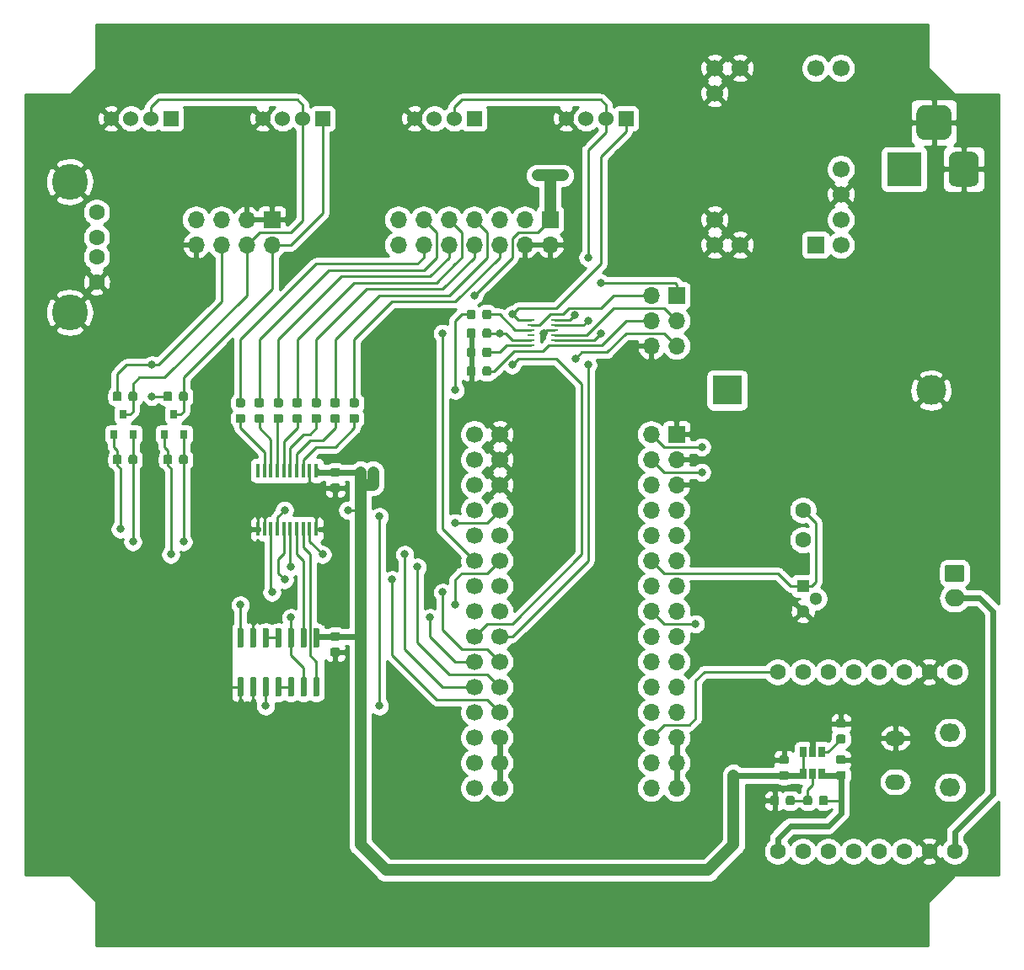
<source format=gbl>
G04 #@! TF.GenerationSoftware,KiCad,Pcbnew,(5.1.4)-1*
G04 #@! TF.CreationDate,2019-10-14T19:34:20+09:00*
G04 #@! TF.ProjectId,bf-010,62662d30-3130-42e6-9b69-6361645f7063,V01L01*
G04 #@! TF.SameCoordinates,Original*
G04 #@! TF.FileFunction,Copper,L2,Bot*
G04 #@! TF.FilePolarity,Positive*
%FSLAX46Y46*%
G04 Gerber Fmt 4.6, Leading zero omitted, Abs format (unit mm)*
G04 Created by KiCad (PCBNEW (5.1.4)-1) date 2019-10-14 19:34:20*
%MOMM*%
%LPD*%
G04 APERTURE LIST*
%ADD10C,1.700000*%
%ADD11O,1.700000X1.700000*%
%ADD12R,1.700000X1.700000*%
%ADD13C,0.100000*%
%ADD14C,0.875000*%
%ADD15C,3.500000*%
%ADD16C,3.000000*%
%ADD17R,3.500000X3.500000*%
%ADD18C,1.600000*%
%ADD19C,3.600000*%
%ADD20C,1.524000*%
%ADD21R,1.524000X1.524000*%
%ADD22O,2.100000X1.800000*%
%ADD23O,2.000000X1.500000*%
%ADD24O,2.000000X1.700000*%
%ADD25R,0.800000X0.900000*%
%ADD26R,0.800000X0.270000*%
%ADD27C,0.600000*%
%ADD28R,0.450000X1.450000*%
%ADD29R,0.650000X1.060000*%
%ADD30R,1.300000X1.300000*%
%ADD31C,1.300000*%
%ADD32R,3.000000X3.000000*%
%ADD33C,0.800000*%
%ADD34C,0.250000*%
%ADD35C,0.600000*%
%ADD36C,1.200000*%
%ADD37C,0.254000*%
G04 APERTURE END LIST*
D10*
X144780000Y-128270000D03*
X147320000Y-128270000D03*
X144780000Y-125730000D03*
X147320000Y-125730000D03*
X144780000Y-123190000D03*
X147320000Y-123190000D03*
X144780000Y-120650000D03*
X147320000Y-120650000D03*
X144780000Y-118110000D03*
X147320000Y-118110000D03*
X144780000Y-115570000D03*
X147320000Y-115570000D03*
X144780000Y-113030000D03*
X147320000Y-113030000D03*
X144780000Y-110490000D03*
X147320000Y-110490000D03*
X144780000Y-107950000D03*
X147320000Y-107950000D03*
X144780000Y-105410000D03*
X147320000Y-105410000D03*
X144780000Y-102870000D03*
X147320000Y-102870000D03*
X144780000Y-100330000D03*
X147320000Y-100330000D03*
X144780000Y-97790000D03*
X147320000Y-97790000D03*
X144780000Y-95250000D03*
X147320000Y-95250000D03*
X144780000Y-92710000D03*
X147320000Y-92710000D03*
D11*
X137160000Y-73660000D03*
X137160000Y-71120000D03*
X139700000Y-73660000D03*
X139700000Y-71120000D03*
X142240000Y-73660000D03*
X142240000Y-71120000D03*
X144780000Y-73660000D03*
X144780000Y-71120000D03*
X147320000Y-73660000D03*
X147320000Y-71120000D03*
X149860000Y-73660000D03*
X149860000Y-71120000D03*
X152400000Y-73660000D03*
D12*
X152400000Y-71120000D03*
D13*
G36*
X144715191Y-82076053D02*
G01*
X144736426Y-82079203D01*
X144757250Y-82084419D01*
X144777462Y-82091651D01*
X144796868Y-82100830D01*
X144815281Y-82111866D01*
X144832524Y-82124654D01*
X144848430Y-82139070D01*
X144862846Y-82154976D01*
X144875634Y-82172219D01*
X144886670Y-82190632D01*
X144895849Y-82210038D01*
X144903081Y-82230250D01*
X144908297Y-82251074D01*
X144911447Y-82272309D01*
X144912500Y-82293750D01*
X144912500Y-82806250D01*
X144911447Y-82827691D01*
X144908297Y-82848926D01*
X144903081Y-82869750D01*
X144895849Y-82889962D01*
X144886670Y-82909368D01*
X144875634Y-82927781D01*
X144862846Y-82945024D01*
X144848430Y-82960930D01*
X144832524Y-82975346D01*
X144815281Y-82988134D01*
X144796868Y-82999170D01*
X144777462Y-83008349D01*
X144757250Y-83015581D01*
X144736426Y-83020797D01*
X144715191Y-83023947D01*
X144693750Y-83025000D01*
X144256250Y-83025000D01*
X144234809Y-83023947D01*
X144213574Y-83020797D01*
X144192750Y-83015581D01*
X144172538Y-83008349D01*
X144153132Y-82999170D01*
X144134719Y-82988134D01*
X144117476Y-82975346D01*
X144101570Y-82960930D01*
X144087154Y-82945024D01*
X144074366Y-82927781D01*
X144063330Y-82909368D01*
X144054151Y-82889962D01*
X144046919Y-82869750D01*
X144041703Y-82848926D01*
X144038553Y-82827691D01*
X144037500Y-82806250D01*
X144037500Y-82293750D01*
X144038553Y-82272309D01*
X144041703Y-82251074D01*
X144046919Y-82230250D01*
X144054151Y-82210038D01*
X144063330Y-82190632D01*
X144074366Y-82172219D01*
X144087154Y-82154976D01*
X144101570Y-82139070D01*
X144117476Y-82124654D01*
X144134719Y-82111866D01*
X144153132Y-82100830D01*
X144172538Y-82091651D01*
X144192750Y-82084419D01*
X144213574Y-82079203D01*
X144234809Y-82076053D01*
X144256250Y-82075000D01*
X144693750Y-82075000D01*
X144715191Y-82076053D01*
X144715191Y-82076053D01*
G37*
D14*
X144475000Y-82550000D03*
D13*
G36*
X146290191Y-82076053D02*
G01*
X146311426Y-82079203D01*
X146332250Y-82084419D01*
X146352462Y-82091651D01*
X146371868Y-82100830D01*
X146390281Y-82111866D01*
X146407524Y-82124654D01*
X146423430Y-82139070D01*
X146437846Y-82154976D01*
X146450634Y-82172219D01*
X146461670Y-82190632D01*
X146470849Y-82210038D01*
X146478081Y-82230250D01*
X146483297Y-82251074D01*
X146486447Y-82272309D01*
X146487500Y-82293750D01*
X146487500Y-82806250D01*
X146486447Y-82827691D01*
X146483297Y-82848926D01*
X146478081Y-82869750D01*
X146470849Y-82889962D01*
X146461670Y-82909368D01*
X146450634Y-82927781D01*
X146437846Y-82945024D01*
X146423430Y-82960930D01*
X146407524Y-82975346D01*
X146390281Y-82988134D01*
X146371868Y-82999170D01*
X146352462Y-83008349D01*
X146332250Y-83015581D01*
X146311426Y-83020797D01*
X146290191Y-83023947D01*
X146268750Y-83025000D01*
X145831250Y-83025000D01*
X145809809Y-83023947D01*
X145788574Y-83020797D01*
X145767750Y-83015581D01*
X145747538Y-83008349D01*
X145728132Y-82999170D01*
X145709719Y-82988134D01*
X145692476Y-82975346D01*
X145676570Y-82960930D01*
X145662154Y-82945024D01*
X145649366Y-82927781D01*
X145638330Y-82909368D01*
X145629151Y-82889962D01*
X145621919Y-82869750D01*
X145616703Y-82848926D01*
X145613553Y-82827691D01*
X145612500Y-82806250D01*
X145612500Y-82293750D01*
X145613553Y-82272309D01*
X145616703Y-82251074D01*
X145621919Y-82230250D01*
X145629151Y-82210038D01*
X145638330Y-82190632D01*
X145649366Y-82172219D01*
X145662154Y-82154976D01*
X145676570Y-82139070D01*
X145692476Y-82124654D01*
X145709719Y-82111866D01*
X145728132Y-82100830D01*
X145747538Y-82091651D01*
X145767750Y-82084419D01*
X145788574Y-82079203D01*
X145809809Y-82076053D01*
X145831250Y-82075000D01*
X146268750Y-82075000D01*
X146290191Y-82076053D01*
X146290191Y-82076053D01*
G37*
D14*
X146050000Y-82550000D03*
D13*
G36*
X144715191Y-83981053D02*
G01*
X144736426Y-83984203D01*
X144757250Y-83989419D01*
X144777462Y-83996651D01*
X144796868Y-84005830D01*
X144815281Y-84016866D01*
X144832524Y-84029654D01*
X144848430Y-84044070D01*
X144862846Y-84059976D01*
X144875634Y-84077219D01*
X144886670Y-84095632D01*
X144895849Y-84115038D01*
X144903081Y-84135250D01*
X144908297Y-84156074D01*
X144911447Y-84177309D01*
X144912500Y-84198750D01*
X144912500Y-84711250D01*
X144911447Y-84732691D01*
X144908297Y-84753926D01*
X144903081Y-84774750D01*
X144895849Y-84794962D01*
X144886670Y-84814368D01*
X144875634Y-84832781D01*
X144862846Y-84850024D01*
X144848430Y-84865930D01*
X144832524Y-84880346D01*
X144815281Y-84893134D01*
X144796868Y-84904170D01*
X144777462Y-84913349D01*
X144757250Y-84920581D01*
X144736426Y-84925797D01*
X144715191Y-84928947D01*
X144693750Y-84930000D01*
X144256250Y-84930000D01*
X144234809Y-84928947D01*
X144213574Y-84925797D01*
X144192750Y-84920581D01*
X144172538Y-84913349D01*
X144153132Y-84904170D01*
X144134719Y-84893134D01*
X144117476Y-84880346D01*
X144101570Y-84865930D01*
X144087154Y-84850024D01*
X144074366Y-84832781D01*
X144063330Y-84814368D01*
X144054151Y-84794962D01*
X144046919Y-84774750D01*
X144041703Y-84753926D01*
X144038553Y-84732691D01*
X144037500Y-84711250D01*
X144037500Y-84198750D01*
X144038553Y-84177309D01*
X144041703Y-84156074D01*
X144046919Y-84135250D01*
X144054151Y-84115038D01*
X144063330Y-84095632D01*
X144074366Y-84077219D01*
X144087154Y-84059976D01*
X144101570Y-84044070D01*
X144117476Y-84029654D01*
X144134719Y-84016866D01*
X144153132Y-84005830D01*
X144172538Y-83996651D01*
X144192750Y-83989419D01*
X144213574Y-83984203D01*
X144234809Y-83981053D01*
X144256250Y-83980000D01*
X144693750Y-83980000D01*
X144715191Y-83981053D01*
X144715191Y-83981053D01*
G37*
D14*
X144475000Y-84455000D03*
D13*
G36*
X146290191Y-83981053D02*
G01*
X146311426Y-83984203D01*
X146332250Y-83989419D01*
X146352462Y-83996651D01*
X146371868Y-84005830D01*
X146390281Y-84016866D01*
X146407524Y-84029654D01*
X146423430Y-84044070D01*
X146437846Y-84059976D01*
X146450634Y-84077219D01*
X146461670Y-84095632D01*
X146470849Y-84115038D01*
X146478081Y-84135250D01*
X146483297Y-84156074D01*
X146486447Y-84177309D01*
X146487500Y-84198750D01*
X146487500Y-84711250D01*
X146486447Y-84732691D01*
X146483297Y-84753926D01*
X146478081Y-84774750D01*
X146470849Y-84794962D01*
X146461670Y-84814368D01*
X146450634Y-84832781D01*
X146437846Y-84850024D01*
X146423430Y-84865930D01*
X146407524Y-84880346D01*
X146390281Y-84893134D01*
X146371868Y-84904170D01*
X146352462Y-84913349D01*
X146332250Y-84920581D01*
X146311426Y-84925797D01*
X146290191Y-84928947D01*
X146268750Y-84930000D01*
X145831250Y-84930000D01*
X145809809Y-84928947D01*
X145788574Y-84925797D01*
X145767750Y-84920581D01*
X145747538Y-84913349D01*
X145728132Y-84904170D01*
X145709719Y-84893134D01*
X145692476Y-84880346D01*
X145676570Y-84865930D01*
X145662154Y-84850024D01*
X145649366Y-84832781D01*
X145638330Y-84814368D01*
X145629151Y-84794962D01*
X145621919Y-84774750D01*
X145616703Y-84753926D01*
X145613553Y-84732691D01*
X145612500Y-84711250D01*
X145612500Y-84198750D01*
X145613553Y-84177309D01*
X145616703Y-84156074D01*
X145621919Y-84135250D01*
X145629151Y-84115038D01*
X145638330Y-84095632D01*
X145649366Y-84077219D01*
X145662154Y-84059976D01*
X145676570Y-84044070D01*
X145692476Y-84029654D01*
X145709719Y-84016866D01*
X145728132Y-84005830D01*
X145747538Y-83996651D01*
X145767750Y-83989419D01*
X145788574Y-83984203D01*
X145809809Y-83981053D01*
X145831250Y-83980000D01*
X146268750Y-83980000D01*
X146290191Y-83981053D01*
X146290191Y-83981053D01*
G37*
D14*
X146050000Y-84455000D03*
D13*
G36*
X131087691Y-114168553D02*
G01*
X131108926Y-114171703D01*
X131129750Y-114176919D01*
X131149962Y-114184151D01*
X131169368Y-114193330D01*
X131187781Y-114204366D01*
X131205024Y-114217154D01*
X131220930Y-114231570D01*
X131235346Y-114247476D01*
X131248134Y-114264719D01*
X131259170Y-114283132D01*
X131268349Y-114302538D01*
X131275581Y-114322750D01*
X131280797Y-114343574D01*
X131283947Y-114364809D01*
X131285000Y-114386250D01*
X131285000Y-114823750D01*
X131283947Y-114845191D01*
X131280797Y-114866426D01*
X131275581Y-114887250D01*
X131268349Y-114907462D01*
X131259170Y-114926868D01*
X131248134Y-114945281D01*
X131235346Y-114962524D01*
X131220930Y-114978430D01*
X131205024Y-114992846D01*
X131187781Y-115005634D01*
X131169368Y-115016670D01*
X131149962Y-115025849D01*
X131129750Y-115033081D01*
X131108926Y-115038297D01*
X131087691Y-115041447D01*
X131066250Y-115042500D01*
X130553750Y-115042500D01*
X130532309Y-115041447D01*
X130511074Y-115038297D01*
X130490250Y-115033081D01*
X130470038Y-115025849D01*
X130450632Y-115016670D01*
X130432219Y-115005634D01*
X130414976Y-114992846D01*
X130399070Y-114978430D01*
X130384654Y-114962524D01*
X130371866Y-114945281D01*
X130360830Y-114926868D01*
X130351651Y-114907462D01*
X130344419Y-114887250D01*
X130339203Y-114866426D01*
X130336053Y-114845191D01*
X130335000Y-114823750D01*
X130335000Y-114386250D01*
X130336053Y-114364809D01*
X130339203Y-114343574D01*
X130344419Y-114322750D01*
X130351651Y-114302538D01*
X130360830Y-114283132D01*
X130371866Y-114264719D01*
X130384654Y-114247476D01*
X130399070Y-114231570D01*
X130414976Y-114217154D01*
X130432219Y-114204366D01*
X130450632Y-114193330D01*
X130470038Y-114184151D01*
X130490250Y-114176919D01*
X130511074Y-114171703D01*
X130532309Y-114168553D01*
X130553750Y-114167500D01*
X131066250Y-114167500D01*
X131087691Y-114168553D01*
X131087691Y-114168553D01*
G37*
D14*
X130810000Y-114605000D03*
D13*
G36*
X131087691Y-112593553D02*
G01*
X131108926Y-112596703D01*
X131129750Y-112601919D01*
X131149962Y-112609151D01*
X131169368Y-112618330D01*
X131187781Y-112629366D01*
X131205024Y-112642154D01*
X131220930Y-112656570D01*
X131235346Y-112672476D01*
X131248134Y-112689719D01*
X131259170Y-112708132D01*
X131268349Y-112727538D01*
X131275581Y-112747750D01*
X131280797Y-112768574D01*
X131283947Y-112789809D01*
X131285000Y-112811250D01*
X131285000Y-113248750D01*
X131283947Y-113270191D01*
X131280797Y-113291426D01*
X131275581Y-113312250D01*
X131268349Y-113332462D01*
X131259170Y-113351868D01*
X131248134Y-113370281D01*
X131235346Y-113387524D01*
X131220930Y-113403430D01*
X131205024Y-113417846D01*
X131187781Y-113430634D01*
X131169368Y-113441670D01*
X131149962Y-113450849D01*
X131129750Y-113458081D01*
X131108926Y-113463297D01*
X131087691Y-113466447D01*
X131066250Y-113467500D01*
X130553750Y-113467500D01*
X130532309Y-113466447D01*
X130511074Y-113463297D01*
X130490250Y-113458081D01*
X130470038Y-113450849D01*
X130450632Y-113441670D01*
X130432219Y-113430634D01*
X130414976Y-113417846D01*
X130399070Y-113403430D01*
X130384654Y-113387524D01*
X130371866Y-113370281D01*
X130360830Y-113351868D01*
X130351651Y-113332462D01*
X130344419Y-113312250D01*
X130339203Y-113291426D01*
X130336053Y-113270191D01*
X130335000Y-113248750D01*
X130335000Y-112811250D01*
X130336053Y-112789809D01*
X130339203Y-112768574D01*
X130344419Y-112747750D01*
X130351651Y-112727538D01*
X130360830Y-112708132D01*
X130371866Y-112689719D01*
X130384654Y-112672476D01*
X130399070Y-112656570D01*
X130414976Y-112642154D01*
X130432219Y-112629366D01*
X130450632Y-112618330D01*
X130470038Y-112609151D01*
X130490250Y-112601919D01*
X130511074Y-112596703D01*
X130532309Y-112593553D01*
X130553750Y-112592500D01*
X131066250Y-112592500D01*
X131087691Y-112593553D01*
X131087691Y-112593553D01*
G37*
D14*
X130810000Y-113030000D03*
D13*
G36*
X131087691Y-97658553D02*
G01*
X131108926Y-97661703D01*
X131129750Y-97666919D01*
X131149962Y-97674151D01*
X131169368Y-97683330D01*
X131187781Y-97694366D01*
X131205024Y-97707154D01*
X131220930Y-97721570D01*
X131235346Y-97737476D01*
X131248134Y-97754719D01*
X131259170Y-97773132D01*
X131268349Y-97792538D01*
X131275581Y-97812750D01*
X131280797Y-97833574D01*
X131283947Y-97854809D01*
X131285000Y-97876250D01*
X131285000Y-98313750D01*
X131283947Y-98335191D01*
X131280797Y-98356426D01*
X131275581Y-98377250D01*
X131268349Y-98397462D01*
X131259170Y-98416868D01*
X131248134Y-98435281D01*
X131235346Y-98452524D01*
X131220930Y-98468430D01*
X131205024Y-98482846D01*
X131187781Y-98495634D01*
X131169368Y-98506670D01*
X131149962Y-98515849D01*
X131129750Y-98523081D01*
X131108926Y-98528297D01*
X131087691Y-98531447D01*
X131066250Y-98532500D01*
X130553750Y-98532500D01*
X130532309Y-98531447D01*
X130511074Y-98528297D01*
X130490250Y-98523081D01*
X130470038Y-98515849D01*
X130450632Y-98506670D01*
X130432219Y-98495634D01*
X130414976Y-98482846D01*
X130399070Y-98468430D01*
X130384654Y-98452524D01*
X130371866Y-98435281D01*
X130360830Y-98416868D01*
X130351651Y-98397462D01*
X130344419Y-98377250D01*
X130339203Y-98356426D01*
X130336053Y-98335191D01*
X130335000Y-98313750D01*
X130335000Y-97876250D01*
X130336053Y-97854809D01*
X130339203Y-97833574D01*
X130344419Y-97812750D01*
X130351651Y-97792538D01*
X130360830Y-97773132D01*
X130371866Y-97754719D01*
X130384654Y-97737476D01*
X130399070Y-97721570D01*
X130414976Y-97707154D01*
X130432219Y-97694366D01*
X130450632Y-97683330D01*
X130470038Y-97674151D01*
X130490250Y-97666919D01*
X130511074Y-97661703D01*
X130532309Y-97658553D01*
X130553750Y-97657500D01*
X131066250Y-97657500D01*
X131087691Y-97658553D01*
X131087691Y-97658553D01*
G37*
D14*
X130810000Y-98095000D03*
D13*
G36*
X131087691Y-96083553D02*
G01*
X131108926Y-96086703D01*
X131129750Y-96091919D01*
X131149962Y-96099151D01*
X131169368Y-96108330D01*
X131187781Y-96119366D01*
X131205024Y-96132154D01*
X131220930Y-96146570D01*
X131235346Y-96162476D01*
X131248134Y-96179719D01*
X131259170Y-96198132D01*
X131268349Y-96217538D01*
X131275581Y-96237750D01*
X131280797Y-96258574D01*
X131283947Y-96279809D01*
X131285000Y-96301250D01*
X131285000Y-96738750D01*
X131283947Y-96760191D01*
X131280797Y-96781426D01*
X131275581Y-96802250D01*
X131268349Y-96822462D01*
X131259170Y-96841868D01*
X131248134Y-96860281D01*
X131235346Y-96877524D01*
X131220930Y-96893430D01*
X131205024Y-96907846D01*
X131187781Y-96920634D01*
X131169368Y-96931670D01*
X131149962Y-96940849D01*
X131129750Y-96948081D01*
X131108926Y-96953297D01*
X131087691Y-96956447D01*
X131066250Y-96957500D01*
X130553750Y-96957500D01*
X130532309Y-96956447D01*
X130511074Y-96953297D01*
X130490250Y-96948081D01*
X130470038Y-96940849D01*
X130450632Y-96931670D01*
X130432219Y-96920634D01*
X130414976Y-96907846D01*
X130399070Y-96893430D01*
X130384654Y-96877524D01*
X130371866Y-96860281D01*
X130360830Y-96841868D01*
X130351651Y-96822462D01*
X130344419Y-96802250D01*
X130339203Y-96781426D01*
X130336053Y-96760191D01*
X130335000Y-96738750D01*
X130335000Y-96301250D01*
X130336053Y-96279809D01*
X130339203Y-96258574D01*
X130344419Y-96237750D01*
X130351651Y-96217538D01*
X130360830Y-96198132D01*
X130371866Y-96179719D01*
X130384654Y-96162476D01*
X130399070Y-96146570D01*
X130414976Y-96132154D01*
X130432219Y-96119366D01*
X130450632Y-96108330D01*
X130470038Y-96099151D01*
X130490250Y-96091919D01*
X130511074Y-96086703D01*
X130532309Y-96083553D01*
X130553750Y-96082500D01*
X131066250Y-96082500D01*
X131087691Y-96083553D01*
X131087691Y-96083553D01*
G37*
D14*
X130810000Y-96520000D03*
D13*
G36*
X176172691Y-124988553D02*
G01*
X176193926Y-124991703D01*
X176214750Y-124996919D01*
X176234962Y-125004151D01*
X176254368Y-125013330D01*
X176272781Y-125024366D01*
X176290024Y-125037154D01*
X176305930Y-125051570D01*
X176320346Y-125067476D01*
X176333134Y-125084719D01*
X176344170Y-125103132D01*
X176353349Y-125122538D01*
X176360581Y-125142750D01*
X176365797Y-125163574D01*
X176368947Y-125184809D01*
X176370000Y-125206250D01*
X176370000Y-125643750D01*
X176368947Y-125665191D01*
X176365797Y-125686426D01*
X176360581Y-125707250D01*
X176353349Y-125727462D01*
X176344170Y-125746868D01*
X176333134Y-125765281D01*
X176320346Y-125782524D01*
X176305930Y-125798430D01*
X176290024Y-125812846D01*
X176272781Y-125825634D01*
X176254368Y-125836670D01*
X176234962Y-125845849D01*
X176214750Y-125853081D01*
X176193926Y-125858297D01*
X176172691Y-125861447D01*
X176151250Y-125862500D01*
X175638750Y-125862500D01*
X175617309Y-125861447D01*
X175596074Y-125858297D01*
X175575250Y-125853081D01*
X175555038Y-125845849D01*
X175535632Y-125836670D01*
X175517219Y-125825634D01*
X175499976Y-125812846D01*
X175484070Y-125798430D01*
X175469654Y-125782524D01*
X175456866Y-125765281D01*
X175445830Y-125746868D01*
X175436651Y-125727462D01*
X175429419Y-125707250D01*
X175424203Y-125686426D01*
X175421053Y-125665191D01*
X175420000Y-125643750D01*
X175420000Y-125206250D01*
X175421053Y-125184809D01*
X175424203Y-125163574D01*
X175429419Y-125142750D01*
X175436651Y-125122538D01*
X175445830Y-125103132D01*
X175456866Y-125084719D01*
X175469654Y-125067476D01*
X175484070Y-125051570D01*
X175499976Y-125037154D01*
X175517219Y-125024366D01*
X175535632Y-125013330D01*
X175555038Y-125004151D01*
X175575250Y-124996919D01*
X175596074Y-124991703D01*
X175617309Y-124988553D01*
X175638750Y-124987500D01*
X176151250Y-124987500D01*
X176172691Y-124988553D01*
X176172691Y-124988553D01*
G37*
D14*
X175895000Y-125425000D03*
D13*
G36*
X176172691Y-126563553D02*
G01*
X176193926Y-126566703D01*
X176214750Y-126571919D01*
X176234962Y-126579151D01*
X176254368Y-126588330D01*
X176272781Y-126599366D01*
X176290024Y-126612154D01*
X176305930Y-126626570D01*
X176320346Y-126642476D01*
X176333134Y-126659719D01*
X176344170Y-126678132D01*
X176353349Y-126697538D01*
X176360581Y-126717750D01*
X176365797Y-126738574D01*
X176368947Y-126759809D01*
X176370000Y-126781250D01*
X176370000Y-127218750D01*
X176368947Y-127240191D01*
X176365797Y-127261426D01*
X176360581Y-127282250D01*
X176353349Y-127302462D01*
X176344170Y-127321868D01*
X176333134Y-127340281D01*
X176320346Y-127357524D01*
X176305930Y-127373430D01*
X176290024Y-127387846D01*
X176272781Y-127400634D01*
X176254368Y-127411670D01*
X176234962Y-127420849D01*
X176214750Y-127428081D01*
X176193926Y-127433297D01*
X176172691Y-127436447D01*
X176151250Y-127437500D01*
X175638750Y-127437500D01*
X175617309Y-127436447D01*
X175596074Y-127433297D01*
X175575250Y-127428081D01*
X175555038Y-127420849D01*
X175535632Y-127411670D01*
X175517219Y-127400634D01*
X175499976Y-127387846D01*
X175484070Y-127373430D01*
X175469654Y-127357524D01*
X175456866Y-127340281D01*
X175445830Y-127321868D01*
X175436651Y-127302462D01*
X175429419Y-127282250D01*
X175424203Y-127261426D01*
X175421053Y-127240191D01*
X175420000Y-127218750D01*
X175420000Y-126781250D01*
X175421053Y-126759809D01*
X175424203Y-126738574D01*
X175429419Y-126717750D01*
X175436651Y-126697538D01*
X175445830Y-126678132D01*
X175456866Y-126659719D01*
X175469654Y-126642476D01*
X175484070Y-126626570D01*
X175499976Y-126612154D01*
X175517219Y-126599366D01*
X175535632Y-126588330D01*
X175555038Y-126579151D01*
X175575250Y-126571919D01*
X175596074Y-126566703D01*
X175617309Y-126563553D01*
X175638750Y-126562500D01*
X176151250Y-126562500D01*
X176172691Y-126563553D01*
X176172691Y-126563553D01*
G37*
D14*
X175895000Y-127000000D03*
D13*
G36*
X181887691Y-121331053D02*
G01*
X181908926Y-121334203D01*
X181929750Y-121339419D01*
X181949962Y-121346651D01*
X181969368Y-121355830D01*
X181987781Y-121366866D01*
X182005024Y-121379654D01*
X182020930Y-121394070D01*
X182035346Y-121409976D01*
X182048134Y-121427219D01*
X182059170Y-121445632D01*
X182068349Y-121465038D01*
X182075581Y-121485250D01*
X182080797Y-121506074D01*
X182083947Y-121527309D01*
X182085000Y-121548750D01*
X182085000Y-121986250D01*
X182083947Y-122007691D01*
X182080797Y-122028926D01*
X182075581Y-122049750D01*
X182068349Y-122069962D01*
X182059170Y-122089368D01*
X182048134Y-122107781D01*
X182035346Y-122125024D01*
X182020930Y-122140930D01*
X182005024Y-122155346D01*
X181987781Y-122168134D01*
X181969368Y-122179170D01*
X181949962Y-122188349D01*
X181929750Y-122195581D01*
X181908926Y-122200797D01*
X181887691Y-122203947D01*
X181866250Y-122205000D01*
X181353750Y-122205000D01*
X181332309Y-122203947D01*
X181311074Y-122200797D01*
X181290250Y-122195581D01*
X181270038Y-122188349D01*
X181250632Y-122179170D01*
X181232219Y-122168134D01*
X181214976Y-122155346D01*
X181199070Y-122140930D01*
X181184654Y-122125024D01*
X181171866Y-122107781D01*
X181160830Y-122089368D01*
X181151651Y-122069962D01*
X181144419Y-122049750D01*
X181139203Y-122028926D01*
X181136053Y-122007691D01*
X181135000Y-121986250D01*
X181135000Y-121548750D01*
X181136053Y-121527309D01*
X181139203Y-121506074D01*
X181144419Y-121485250D01*
X181151651Y-121465038D01*
X181160830Y-121445632D01*
X181171866Y-121427219D01*
X181184654Y-121409976D01*
X181199070Y-121394070D01*
X181214976Y-121379654D01*
X181232219Y-121366866D01*
X181250632Y-121355830D01*
X181270038Y-121346651D01*
X181290250Y-121339419D01*
X181311074Y-121334203D01*
X181332309Y-121331053D01*
X181353750Y-121330000D01*
X181866250Y-121330000D01*
X181887691Y-121331053D01*
X181887691Y-121331053D01*
G37*
D14*
X181610000Y-121767500D03*
D13*
G36*
X181887691Y-122906053D02*
G01*
X181908926Y-122909203D01*
X181929750Y-122914419D01*
X181949962Y-122921651D01*
X181969368Y-122930830D01*
X181987781Y-122941866D01*
X182005024Y-122954654D01*
X182020930Y-122969070D01*
X182035346Y-122984976D01*
X182048134Y-123002219D01*
X182059170Y-123020632D01*
X182068349Y-123040038D01*
X182075581Y-123060250D01*
X182080797Y-123081074D01*
X182083947Y-123102309D01*
X182085000Y-123123750D01*
X182085000Y-123561250D01*
X182083947Y-123582691D01*
X182080797Y-123603926D01*
X182075581Y-123624750D01*
X182068349Y-123644962D01*
X182059170Y-123664368D01*
X182048134Y-123682781D01*
X182035346Y-123700024D01*
X182020930Y-123715930D01*
X182005024Y-123730346D01*
X181987781Y-123743134D01*
X181969368Y-123754170D01*
X181949962Y-123763349D01*
X181929750Y-123770581D01*
X181908926Y-123775797D01*
X181887691Y-123778947D01*
X181866250Y-123780000D01*
X181353750Y-123780000D01*
X181332309Y-123778947D01*
X181311074Y-123775797D01*
X181290250Y-123770581D01*
X181270038Y-123763349D01*
X181250632Y-123754170D01*
X181232219Y-123743134D01*
X181214976Y-123730346D01*
X181199070Y-123715930D01*
X181184654Y-123700024D01*
X181171866Y-123682781D01*
X181160830Y-123664368D01*
X181151651Y-123644962D01*
X181144419Y-123624750D01*
X181139203Y-123603926D01*
X181136053Y-123582691D01*
X181135000Y-123561250D01*
X181135000Y-123123750D01*
X181136053Y-123102309D01*
X181139203Y-123081074D01*
X181144419Y-123060250D01*
X181151651Y-123040038D01*
X181160830Y-123020632D01*
X181171866Y-123002219D01*
X181184654Y-122984976D01*
X181199070Y-122969070D01*
X181214976Y-122954654D01*
X181232219Y-122941866D01*
X181250632Y-122930830D01*
X181270038Y-122921651D01*
X181290250Y-122914419D01*
X181311074Y-122909203D01*
X181332309Y-122906053D01*
X181353750Y-122905000D01*
X181866250Y-122905000D01*
X181887691Y-122906053D01*
X181887691Y-122906053D01*
G37*
D14*
X181610000Y-123342500D03*
D13*
G36*
X181887691Y-124988553D02*
G01*
X181908926Y-124991703D01*
X181929750Y-124996919D01*
X181949962Y-125004151D01*
X181969368Y-125013330D01*
X181987781Y-125024366D01*
X182005024Y-125037154D01*
X182020930Y-125051570D01*
X182035346Y-125067476D01*
X182048134Y-125084719D01*
X182059170Y-125103132D01*
X182068349Y-125122538D01*
X182075581Y-125142750D01*
X182080797Y-125163574D01*
X182083947Y-125184809D01*
X182085000Y-125206250D01*
X182085000Y-125643750D01*
X182083947Y-125665191D01*
X182080797Y-125686426D01*
X182075581Y-125707250D01*
X182068349Y-125727462D01*
X182059170Y-125746868D01*
X182048134Y-125765281D01*
X182035346Y-125782524D01*
X182020930Y-125798430D01*
X182005024Y-125812846D01*
X181987781Y-125825634D01*
X181969368Y-125836670D01*
X181949962Y-125845849D01*
X181929750Y-125853081D01*
X181908926Y-125858297D01*
X181887691Y-125861447D01*
X181866250Y-125862500D01*
X181353750Y-125862500D01*
X181332309Y-125861447D01*
X181311074Y-125858297D01*
X181290250Y-125853081D01*
X181270038Y-125845849D01*
X181250632Y-125836670D01*
X181232219Y-125825634D01*
X181214976Y-125812846D01*
X181199070Y-125798430D01*
X181184654Y-125782524D01*
X181171866Y-125765281D01*
X181160830Y-125746868D01*
X181151651Y-125727462D01*
X181144419Y-125707250D01*
X181139203Y-125686426D01*
X181136053Y-125665191D01*
X181135000Y-125643750D01*
X181135000Y-125206250D01*
X181136053Y-125184809D01*
X181139203Y-125163574D01*
X181144419Y-125142750D01*
X181151651Y-125122538D01*
X181160830Y-125103132D01*
X181171866Y-125084719D01*
X181184654Y-125067476D01*
X181199070Y-125051570D01*
X181214976Y-125037154D01*
X181232219Y-125024366D01*
X181250632Y-125013330D01*
X181270038Y-125004151D01*
X181290250Y-124996919D01*
X181311074Y-124991703D01*
X181332309Y-124988553D01*
X181353750Y-124987500D01*
X181866250Y-124987500D01*
X181887691Y-124988553D01*
X181887691Y-124988553D01*
G37*
D14*
X181610000Y-125425000D03*
D13*
G36*
X181887691Y-126563553D02*
G01*
X181908926Y-126566703D01*
X181929750Y-126571919D01*
X181949962Y-126579151D01*
X181969368Y-126588330D01*
X181987781Y-126599366D01*
X182005024Y-126612154D01*
X182020930Y-126626570D01*
X182035346Y-126642476D01*
X182048134Y-126659719D01*
X182059170Y-126678132D01*
X182068349Y-126697538D01*
X182075581Y-126717750D01*
X182080797Y-126738574D01*
X182083947Y-126759809D01*
X182085000Y-126781250D01*
X182085000Y-127218750D01*
X182083947Y-127240191D01*
X182080797Y-127261426D01*
X182075581Y-127282250D01*
X182068349Y-127302462D01*
X182059170Y-127321868D01*
X182048134Y-127340281D01*
X182035346Y-127357524D01*
X182020930Y-127373430D01*
X182005024Y-127387846D01*
X181987781Y-127400634D01*
X181969368Y-127411670D01*
X181949962Y-127420849D01*
X181929750Y-127428081D01*
X181908926Y-127433297D01*
X181887691Y-127436447D01*
X181866250Y-127437500D01*
X181353750Y-127437500D01*
X181332309Y-127436447D01*
X181311074Y-127433297D01*
X181290250Y-127428081D01*
X181270038Y-127420849D01*
X181250632Y-127411670D01*
X181232219Y-127400634D01*
X181214976Y-127387846D01*
X181199070Y-127373430D01*
X181184654Y-127357524D01*
X181171866Y-127340281D01*
X181160830Y-127321868D01*
X181151651Y-127302462D01*
X181144419Y-127282250D01*
X181139203Y-127261426D01*
X181136053Y-127240191D01*
X181135000Y-127218750D01*
X181135000Y-126781250D01*
X181136053Y-126759809D01*
X181139203Y-126738574D01*
X181144419Y-126717750D01*
X181151651Y-126697538D01*
X181160830Y-126678132D01*
X181171866Y-126659719D01*
X181184654Y-126642476D01*
X181199070Y-126626570D01*
X181214976Y-126612154D01*
X181232219Y-126599366D01*
X181250632Y-126588330D01*
X181270038Y-126579151D01*
X181290250Y-126571919D01*
X181311074Y-126566703D01*
X181332309Y-126563553D01*
X181353750Y-126562500D01*
X181866250Y-126562500D01*
X181887691Y-126563553D01*
X181887691Y-126563553D01*
G37*
D14*
X181610000Y-127000000D03*
D13*
G36*
X191920765Y-59594213D02*
G01*
X192005704Y-59606813D01*
X192088999Y-59627677D01*
X192169848Y-59656605D01*
X192247472Y-59693319D01*
X192321124Y-59737464D01*
X192390094Y-59788616D01*
X192453718Y-59846282D01*
X192511384Y-59909906D01*
X192562536Y-59978876D01*
X192606681Y-60052528D01*
X192643395Y-60130152D01*
X192672323Y-60211001D01*
X192693187Y-60294296D01*
X192705787Y-60379235D01*
X192710000Y-60465000D01*
X192710000Y-62215000D01*
X192705787Y-62300765D01*
X192693187Y-62385704D01*
X192672323Y-62468999D01*
X192643395Y-62549848D01*
X192606681Y-62627472D01*
X192562536Y-62701124D01*
X192511384Y-62770094D01*
X192453718Y-62833718D01*
X192390094Y-62891384D01*
X192321124Y-62942536D01*
X192247472Y-62986681D01*
X192169848Y-63023395D01*
X192088999Y-63052323D01*
X192005704Y-63073187D01*
X191920765Y-63085787D01*
X191835000Y-63090000D01*
X190085000Y-63090000D01*
X189999235Y-63085787D01*
X189914296Y-63073187D01*
X189831001Y-63052323D01*
X189750152Y-63023395D01*
X189672528Y-62986681D01*
X189598876Y-62942536D01*
X189529906Y-62891384D01*
X189466282Y-62833718D01*
X189408616Y-62770094D01*
X189357464Y-62701124D01*
X189313319Y-62627472D01*
X189276605Y-62549848D01*
X189247677Y-62468999D01*
X189226813Y-62385704D01*
X189214213Y-62300765D01*
X189210000Y-62215000D01*
X189210000Y-60465000D01*
X189214213Y-60379235D01*
X189226813Y-60294296D01*
X189247677Y-60211001D01*
X189276605Y-60130152D01*
X189313319Y-60052528D01*
X189357464Y-59978876D01*
X189408616Y-59909906D01*
X189466282Y-59846282D01*
X189529906Y-59788616D01*
X189598876Y-59737464D01*
X189672528Y-59693319D01*
X189750152Y-59656605D01*
X189831001Y-59627677D01*
X189914296Y-59606813D01*
X189999235Y-59594213D01*
X190085000Y-59590000D01*
X191835000Y-59590000D01*
X191920765Y-59594213D01*
X191920765Y-59594213D01*
G37*
D15*
X190960000Y-61340000D03*
D13*
G36*
X194783513Y-64293611D02*
G01*
X194856318Y-64304411D01*
X194927714Y-64322295D01*
X194997013Y-64347090D01*
X195063548Y-64378559D01*
X195126678Y-64416398D01*
X195185795Y-64460242D01*
X195240330Y-64509670D01*
X195289758Y-64564205D01*
X195333602Y-64623322D01*
X195371441Y-64686452D01*
X195402910Y-64752987D01*
X195427705Y-64822286D01*
X195445589Y-64893682D01*
X195456389Y-64966487D01*
X195460000Y-65040000D01*
X195460000Y-67040000D01*
X195456389Y-67113513D01*
X195445589Y-67186318D01*
X195427705Y-67257714D01*
X195402910Y-67327013D01*
X195371441Y-67393548D01*
X195333602Y-67456678D01*
X195289758Y-67515795D01*
X195240330Y-67570330D01*
X195185795Y-67619758D01*
X195126678Y-67663602D01*
X195063548Y-67701441D01*
X194997013Y-67732910D01*
X194927714Y-67757705D01*
X194856318Y-67775589D01*
X194783513Y-67786389D01*
X194710000Y-67790000D01*
X193210000Y-67790000D01*
X193136487Y-67786389D01*
X193063682Y-67775589D01*
X192992286Y-67757705D01*
X192922987Y-67732910D01*
X192856452Y-67701441D01*
X192793322Y-67663602D01*
X192734205Y-67619758D01*
X192679670Y-67570330D01*
X192630242Y-67515795D01*
X192586398Y-67456678D01*
X192548559Y-67393548D01*
X192517090Y-67327013D01*
X192492295Y-67257714D01*
X192474411Y-67186318D01*
X192463611Y-67113513D01*
X192460000Y-67040000D01*
X192460000Y-65040000D01*
X192463611Y-64966487D01*
X192474411Y-64893682D01*
X192492295Y-64822286D01*
X192517090Y-64752987D01*
X192548559Y-64686452D01*
X192586398Y-64623322D01*
X192630242Y-64564205D01*
X192679670Y-64509670D01*
X192734205Y-64460242D01*
X192793322Y-64416398D01*
X192856452Y-64378559D01*
X192922987Y-64347090D01*
X192992286Y-64322295D01*
X193063682Y-64304411D01*
X193136487Y-64293611D01*
X193210000Y-64290000D01*
X194710000Y-64290000D01*
X194783513Y-64293611D01*
X194783513Y-64293611D01*
G37*
D16*
X193960000Y-66040000D03*
D17*
X187960000Y-66040000D03*
D18*
X106840000Y-70380000D03*
X106840000Y-72880000D03*
X106840000Y-74880000D03*
D19*
X104140000Y-67310000D03*
X104140000Y-80450000D03*
D18*
X106840000Y-77380000D03*
D11*
X162560000Y-128270000D03*
X165100000Y-128270000D03*
X162560000Y-125730000D03*
X165100000Y-125730000D03*
X162560000Y-123190000D03*
X165100000Y-123190000D03*
X162560000Y-120650000D03*
X165100000Y-120650000D03*
X162560000Y-118110000D03*
X165100000Y-118110000D03*
X162560000Y-115570000D03*
X165100000Y-115570000D03*
X162560000Y-113030000D03*
X165100000Y-113030000D03*
X162560000Y-110490000D03*
X165100000Y-110490000D03*
X162560000Y-107950000D03*
X165100000Y-107950000D03*
X162560000Y-105410000D03*
X165100000Y-105410000D03*
X162560000Y-102870000D03*
X165100000Y-102870000D03*
X162560000Y-100330000D03*
X165100000Y-100330000D03*
X162560000Y-97790000D03*
X165100000Y-97790000D03*
X162560000Y-95250000D03*
X165100000Y-95250000D03*
X162560000Y-92710000D03*
D12*
X165100000Y-92710000D03*
D20*
X154020000Y-60960000D03*
X156020000Y-60960000D03*
X158020000Y-60960000D03*
D21*
X160020000Y-60960000D03*
D20*
X138780000Y-60960000D03*
X140780000Y-60960000D03*
X142780000Y-60960000D03*
D21*
X144780000Y-60960000D03*
D20*
X123540000Y-60960000D03*
X125540000Y-60960000D03*
X127540000Y-60960000D03*
D21*
X129540000Y-60960000D03*
D20*
X108300000Y-60960000D03*
X110300000Y-60960000D03*
X112300000Y-60960000D03*
D21*
X114300000Y-60960000D03*
D11*
X116840000Y-73660000D03*
X116840000Y-71120000D03*
X119380000Y-73660000D03*
X119380000Y-71120000D03*
X121920000Y-73660000D03*
X121920000Y-71120000D03*
X124460000Y-73660000D03*
D12*
X124460000Y-71120000D03*
D22*
X192580000Y-128200000D03*
D23*
X187080000Y-127650000D03*
X187080000Y-123250000D03*
D22*
X192580000Y-122700000D03*
D24*
X193040000Y-109180000D03*
D13*
G36*
X193814504Y-105831204D02*
G01*
X193838773Y-105834804D01*
X193862571Y-105840765D01*
X193885671Y-105849030D01*
X193907849Y-105859520D01*
X193928893Y-105872133D01*
X193948598Y-105886747D01*
X193966777Y-105903223D01*
X193983253Y-105921402D01*
X193997867Y-105941107D01*
X194010480Y-105962151D01*
X194020970Y-105984329D01*
X194029235Y-106007429D01*
X194035196Y-106031227D01*
X194038796Y-106055496D01*
X194040000Y-106080000D01*
X194040000Y-107280000D01*
X194038796Y-107304504D01*
X194035196Y-107328773D01*
X194029235Y-107352571D01*
X194020970Y-107375671D01*
X194010480Y-107397849D01*
X193997867Y-107418893D01*
X193983253Y-107438598D01*
X193966777Y-107456777D01*
X193948598Y-107473253D01*
X193928893Y-107487867D01*
X193907849Y-107500480D01*
X193885671Y-107510970D01*
X193862571Y-107519235D01*
X193838773Y-107525196D01*
X193814504Y-107528796D01*
X193790000Y-107530000D01*
X192290000Y-107530000D01*
X192265496Y-107528796D01*
X192241227Y-107525196D01*
X192217429Y-107519235D01*
X192194329Y-107510970D01*
X192172151Y-107500480D01*
X192151107Y-107487867D01*
X192131402Y-107473253D01*
X192113223Y-107456777D01*
X192096747Y-107438598D01*
X192082133Y-107418893D01*
X192069520Y-107397849D01*
X192059030Y-107375671D01*
X192050765Y-107352571D01*
X192044804Y-107328773D01*
X192041204Y-107304504D01*
X192040000Y-107280000D01*
X192040000Y-106080000D01*
X192041204Y-106055496D01*
X192044804Y-106031227D01*
X192050765Y-106007429D01*
X192059030Y-105984329D01*
X192069520Y-105962151D01*
X192082133Y-105941107D01*
X192096747Y-105921402D01*
X192113223Y-105903223D01*
X192131402Y-105886747D01*
X192151107Y-105872133D01*
X192172151Y-105859520D01*
X192194329Y-105849030D01*
X192217429Y-105840765D01*
X192241227Y-105834804D01*
X192265496Y-105831204D01*
X192290000Y-105830000D01*
X193790000Y-105830000D01*
X193814504Y-105831204D01*
X193814504Y-105831204D01*
G37*
D10*
X193040000Y-106680000D03*
D25*
X109540000Y-90710000D03*
X108590000Y-92710000D03*
X110490000Y-92710000D03*
X114620000Y-90710000D03*
X113670000Y-92710000D03*
X115570000Y-92710000D03*
D13*
G36*
X144715191Y-80171053D02*
G01*
X144736426Y-80174203D01*
X144757250Y-80179419D01*
X144777462Y-80186651D01*
X144796868Y-80195830D01*
X144815281Y-80206866D01*
X144832524Y-80219654D01*
X144848430Y-80234070D01*
X144862846Y-80249976D01*
X144875634Y-80267219D01*
X144886670Y-80285632D01*
X144895849Y-80305038D01*
X144903081Y-80325250D01*
X144908297Y-80346074D01*
X144911447Y-80367309D01*
X144912500Y-80388750D01*
X144912500Y-80901250D01*
X144911447Y-80922691D01*
X144908297Y-80943926D01*
X144903081Y-80964750D01*
X144895849Y-80984962D01*
X144886670Y-81004368D01*
X144875634Y-81022781D01*
X144862846Y-81040024D01*
X144848430Y-81055930D01*
X144832524Y-81070346D01*
X144815281Y-81083134D01*
X144796868Y-81094170D01*
X144777462Y-81103349D01*
X144757250Y-81110581D01*
X144736426Y-81115797D01*
X144715191Y-81118947D01*
X144693750Y-81120000D01*
X144256250Y-81120000D01*
X144234809Y-81118947D01*
X144213574Y-81115797D01*
X144192750Y-81110581D01*
X144172538Y-81103349D01*
X144153132Y-81094170D01*
X144134719Y-81083134D01*
X144117476Y-81070346D01*
X144101570Y-81055930D01*
X144087154Y-81040024D01*
X144074366Y-81022781D01*
X144063330Y-81004368D01*
X144054151Y-80984962D01*
X144046919Y-80964750D01*
X144041703Y-80943926D01*
X144038553Y-80922691D01*
X144037500Y-80901250D01*
X144037500Y-80388750D01*
X144038553Y-80367309D01*
X144041703Y-80346074D01*
X144046919Y-80325250D01*
X144054151Y-80305038D01*
X144063330Y-80285632D01*
X144074366Y-80267219D01*
X144087154Y-80249976D01*
X144101570Y-80234070D01*
X144117476Y-80219654D01*
X144134719Y-80206866D01*
X144153132Y-80195830D01*
X144172538Y-80186651D01*
X144192750Y-80179419D01*
X144213574Y-80174203D01*
X144234809Y-80171053D01*
X144256250Y-80170000D01*
X144693750Y-80170000D01*
X144715191Y-80171053D01*
X144715191Y-80171053D01*
G37*
D14*
X144475000Y-80645000D03*
D13*
G36*
X146290191Y-80171053D02*
G01*
X146311426Y-80174203D01*
X146332250Y-80179419D01*
X146352462Y-80186651D01*
X146371868Y-80195830D01*
X146390281Y-80206866D01*
X146407524Y-80219654D01*
X146423430Y-80234070D01*
X146437846Y-80249976D01*
X146450634Y-80267219D01*
X146461670Y-80285632D01*
X146470849Y-80305038D01*
X146478081Y-80325250D01*
X146483297Y-80346074D01*
X146486447Y-80367309D01*
X146487500Y-80388750D01*
X146487500Y-80901250D01*
X146486447Y-80922691D01*
X146483297Y-80943926D01*
X146478081Y-80964750D01*
X146470849Y-80984962D01*
X146461670Y-81004368D01*
X146450634Y-81022781D01*
X146437846Y-81040024D01*
X146423430Y-81055930D01*
X146407524Y-81070346D01*
X146390281Y-81083134D01*
X146371868Y-81094170D01*
X146352462Y-81103349D01*
X146332250Y-81110581D01*
X146311426Y-81115797D01*
X146290191Y-81118947D01*
X146268750Y-81120000D01*
X145831250Y-81120000D01*
X145809809Y-81118947D01*
X145788574Y-81115797D01*
X145767750Y-81110581D01*
X145747538Y-81103349D01*
X145728132Y-81094170D01*
X145709719Y-81083134D01*
X145692476Y-81070346D01*
X145676570Y-81055930D01*
X145662154Y-81040024D01*
X145649366Y-81022781D01*
X145638330Y-81004368D01*
X145629151Y-80984962D01*
X145621919Y-80964750D01*
X145616703Y-80943926D01*
X145613553Y-80922691D01*
X145612500Y-80901250D01*
X145612500Y-80388750D01*
X145613553Y-80367309D01*
X145616703Y-80346074D01*
X145621919Y-80325250D01*
X145629151Y-80305038D01*
X145638330Y-80285632D01*
X145649366Y-80267219D01*
X145662154Y-80249976D01*
X145676570Y-80234070D01*
X145692476Y-80219654D01*
X145709719Y-80206866D01*
X145728132Y-80195830D01*
X145747538Y-80186651D01*
X145767750Y-80179419D01*
X145788574Y-80174203D01*
X145809809Y-80171053D01*
X145831250Y-80170000D01*
X146268750Y-80170000D01*
X146290191Y-80171053D01*
X146290191Y-80171053D01*
G37*
D14*
X146050000Y-80645000D03*
D13*
G36*
X144715191Y-85886053D02*
G01*
X144736426Y-85889203D01*
X144757250Y-85894419D01*
X144777462Y-85901651D01*
X144796868Y-85910830D01*
X144815281Y-85921866D01*
X144832524Y-85934654D01*
X144848430Y-85949070D01*
X144862846Y-85964976D01*
X144875634Y-85982219D01*
X144886670Y-86000632D01*
X144895849Y-86020038D01*
X144903081Y-86040250D01*
X144908297Y-86061074D01*
X144911447Y-86082309D01*
X144912500Y-86103750D01*
X144912500Y-86616250D01*
X144911447Y-86637691D01*
X144908297Y-86658926D01*
X144903081Y-86679750D01*
X144895849Y-86699962D01*
X144886670Y-86719368D01*
X144875634Y-86737781D01*
X144862846Y-86755024D01*
X144848430Y-86770930D01*
X144832524Y-86785346D01*
X144815281Y-86798134D01*
X144796868Y-86809170D01*
X144777462Y-86818349D01*
X144757250Y-86825581D01*
X144736426Y-86830797D01*
X144715191Y-86833947D01*
X144693750Y-86835000D01*
X144256250Y-86835000D01*
X144234809Y-86833947D01*
X144213574Y-86830797D01*
X144192750Y-86825581D01*
X144172538Y-86818349D01*
X144153132Y-86809170D01*
X144134719Y-86798134D01*
X144117476Y-86785346D01*
X144101570Y-86770930D01*
X144087154Y-86755024D01*
X144074366Y-86737781D01*
X144063330Y-86719368D01*
X144054151Y-86699962D01*
X144046919Y-86679750D01*
X144041703Y-86658926D01*
X144038553Y-86637691D01*
X144037500Y-86616250D01*
X144037500Y-86103750D01*
X144038553Y-86082309D01*
X144041703Y-86061074D01*
X144046919Y-86040250D01*
X144054151Y-86020038D01*
X144063330Y-86000632D01*
X144074366Y-85982219D01*
X144087154Y-85964976D01*
X144101570Y-85949070D01*
X144117476Y-85934654D01*
X144134719Y-85921866D01*
X144153132Y-85910830D01*
X144172538Y-85901651D01*
X144192750Y-85894419D01*
X144213574Y-85889203D01*
X144234809Y-85886053D01*
X144256250Y-85885000D01*
X144693750Y-85885000D01*
X144715191Y-85886053D01*
X144715191Y-85886053D01*
G37*
D14*
X144475000Y-86360000D03*
D13*
G36*
X146290191Y-85886053D02*
G01*
X146311426Y-85889203D01*
X146332250Y-85894419D01*
X146352462Y-85901651D01*
X146371868Y-85910830D01*
X146390281Y-85921866D01*
X146407524Y-85934654D01*
X146423430Y-85949070D01*
X146437846Y-85964976D01*
X146450634Y-85982219D01*
X146461670Y-86000632D01*
X146470849Y-86020038D01*
X146478081Y-86040250D01*
X146483297Y-86061074D01*
X146486447Y-86082309D01*
X146487500Y-86103750D01*
X146487500Y-86616250D01*
X146486447Y-86637691D01*
X146483297Y-86658926D01*
X146478081Y-86679750D01*
X146470849Y-86699962D01*
X146461670Y-86719368D01*
X146450634Y-86737781D01*
X146437846Y-86755024D01*
X146423430Y-86770930D01*
X146407524Y-86785346D01*
X146390281Y-86798134D01*
X146371868Y-86809170D01*
X146352462Y-86818349D01*
X146332250Y-86825581D01*
X146311426Y-86830797D01*
X146290191Y-86833947D01*
X146268750Y-86835000D01*
X145831250Y-86835000D01*
X145809809Y-86833947D01*
X145788574Y-86830797D01*
X145767750Y-86825581D01*
X145747538Y-86818349D01*
X145728132Y-86809170D01*
X145709719Y-86798134D01*
X145692476Y-86785346D01*
X145676570Y-86770930D01*
X145662154Y-86755024D01*
X145649366Y-86737781D01*
X145638330Y-86719368D01*
X145629151Y-86699962D01*
X145621919Y-86679750D01*
X145616703Y-86658926D01*
X145613553Y-86637691D01*
X145612500Y-86616250D01*
X145612500Y-86103750D01*
X145613553Y-86082309D01*
X145616703Y-86061074D01*
X145621919Y-86040250D01*
X145629151Y-86020038D01*
X145638330Y-86000632D01*
X145649366Y-85982219D01*
X145662154Y-85964976D01*
X145676570Y-85949070D01*
X145692476Y-85934654D01*
X145709719Y-85921866D01*
X145728132Y-85910830D01*
X145747538Y-85901651D01*
X145767750Y-85894419D01*
X145788574Y-85889203D01*
X145809809Y-85886053D01*
X145831250Y-85885000D01*
X146268750Y-85885000D01*
X146290191Y-85886053D01*
X146290191Y-85886053D01*
G37*
D14*
X146050000Y-86360000D03*
D13*
G36*
X109155191Y-94776053D02*
G01*
X109176426Y-94779203D01*
X109197250Y-94784419D01*
X109217462Y-94791651D01*
X109236868Y-94800830D01*
X109255281Y-94811866D01*
X109272524Y-94824654D01*
X109288430Y-94839070D01*
X109302846Y-94854976D01*
X109315634Y-94872219D01*
X109326670Y-94890632D01*
X109335849Y-94910038D01*
X109343081Y-94930250D01*
X109348297Y-94951074D01*
X109351447Y-94972309D01*
X109352500Y-94993750D01*
X109352500Y-95506250D01*
X109351447Y-95527691D01*
X109348297Y-95548926D01*
X109343081Y-95569750D01*
X109335849Y-95589962D01*
X109326670Y-95609368D01*
X109315634Y-95627781D01*
X109302846Y-95645024D01*
X109288430Y-95660930D01*
X109272524Y-95675346D01*
X109255281Y-95688134D01*
X109236868Y-95699170D01*
X109217462Y-95708349D01*
X109197250Y-95715581D01*
X109176426Y-95720797D01*
X109155191Y-95723947D01*
X109133750Y-95725000D01*
X108696250Y-95725000D01*
X108674809Y-95723947D01*
X108653574Y-95720797D01*
X108632750Y-95715581D01*
X108612538Y-95708349D01*
X108593132Y-95699170D01*
X108574719Y-95688134D01*
X108557476Y-95675346D01*
X108541570Y-95660930D01*
X108527154Y-95645024D01*
X108514366Y-95627781D01*
X108503330Y-95609368D01*
X108494151Y-95589962D01*
X108486919Y-95569750D01*
X108481703Y-95548926D01*
X108478553Y-95527691D01*
X108477500Y-95506250D01*
X108477500Y-94993750D01*
X108478553Y-94972309D01*
X108481703Y-94951074D01*
X108486919Y-94930250D01*
X108494151Y-94910038D01*
X108503330Y-94890632D01*
X108514366Y-94872219D01*
X108527154Y-94854976D01*
X108541570Y-94839070D01*
X108557476Y-94824654D01*
X108574719Y-94811866D01*
X108593132Y-94800830D01*
X108612538Y-94791651D01*
X108632750Y-94784419D01*
X108653574Y-94779203D01*
X108674809Y-94776053D01*
X108696250Y-94775000D01*
X109133750Y-94775000D01*
X109155191Y-94776053D01*
X109155191Y-94776053D01*
G37*
D14*
X108915000Y-95250000D03*
D13*
G36*
X110730191Y-94776053D02*
G01*
X110751426Y-94779203D01*
X110772250Y-94784419D01*
X110792462Y-94791651D01*
X110811868Y-94800830D01*
X110830281Y-94811866D01*
X110847524Y-94824654D01*
X110863430Y-94839070D01*
X110877846Y-94854976D01*
X110890634Y-94872219D01*
X110901670Y-94890632D01*
X110910849Y-94910038D01*
X110918081Y-94930250D01*
X110923297Y-94951074D01*
X110926447Y-94972309D01*
X110927500Y-94993750D01*
X110927500Y-95506250D01*
X110926447Y-95527691D01*
X110923297Y-95548926D01*
X110918081Y-95569750D01*
X110910849Y-95589962D01*
X110901670Y-95609368D01*
X110890634Y-95627781D01*
X110877846Y-95645024D01*
X110863430Y-95660930D01*
X110847524Y-95675346D01*
X110830281Y-95688134D01*
X110811868Y-95699170D01*
X110792462Y-95708349D01*
X110772250Y-95715581D01*
X110751426Y-95720797D01*
X110730191Y-95723947D01*
X110708750Y-95725000D01*
X110271250Y-95725000D01*
X110249809Y-95723947D01*
X110228574Y-95720797D01*
X110207750Y-95715581D01*
X110187538Y-95708349D01*
X110168132Y-95699170D01*
X110149719Y-95688134D01*
X110132476Y-95675346D01*
X110116570Y-95660930D01*
X110102154Y-95645024D01*
X110089366Y-95627781D01*
X110078330Y-95609368D01*
X110069151Y-95589962D01*
X110061919Y-95569750D01*
X110056703Y-95548926D01*
X110053553Y-95527691D01*
X110052500Y-95506250D01*
X110052500Y-94993750D01*
X110053553Y-94972309D01*
X110056703Y-94951074D01*
X110061919Y-94930250D01*
X110069151Y-94910038D01*
X110078330Y-94890632D01*
X110089366Y-94872219D01*
X110102154Y-94854976D01*
X110116570Y-94839070D01*
X110132476Y-94824654D01*
X110149719Y-94811866D01*
X110168132Y-94800830D01*
X110187538Y-94791651D01*
X110207750Y-94784419D01*
X110228574Y-94779203D01*
X110249809Y-94776053D01*
X110271250Y-94775000D01*
X110708750Y-94775000D01*
X110730191Y-94776053D01*
X110730191Y-94776053D01*
G37*
D14*
X110490000Y-95250000D03*
D13*
G36*
X110730191Y-88426053D02*
G01*
X110751426Y-88429203D01*
X110772250Y-88434419D01*
X110792462Y-88441651D01*
X110811868Y-88450830D01*
X110830281Y-88461866D01*
X110847524Y-88474654D01*
X110863430Y-88489070D01*
X110877846Y-88504976D01*
X110890634Y-88522219D01*
X110901670Y-88540632D01*
X110910849Y-88560038D01*
X110918081Y-88580250D01*
X110923297Y-88601074D01*
X110926447Y-88622309D01*
X110927500Y-88643750D01*
X110927500Y-89156250D01*
X110926447Y-89177691D01*
X110923297Y-89198926D01*
X110918081Y-89219750D01*
X110910849Y-89239962D01*
X110901670Y-89259368D01*
X110890634Y-89277781D01*
X110877846Y-89295024D01*
X110863430Y-89310930D01*
X110847524Y-89325346D01*
X110830281Y-89338134D01*
X110811868Y-89349170D01*
X110792462Y-89358349D01*
X110772250Y-89365581D01*
X110751426Y-89370797D01*
X110730191Y-89373947D01*
X110708750Y-89375000D01*
X110271250Y-89375000D01*
X110249809Y-89373947D01*
X110228574Y-89370797D01*
X110207750Y-89365581D01*
X110187538Y-89358349D01*
X110168132Y-89349170D01*
X110149719Y-89338134D01*
X110132476Y-89325346D01*
X110116570Y-89310930D01*
X110102154Y-89295024D01*
X110089366Y-89277781D01*
X110078330Y-89259368D01*
X110069151Y-89239962D01*
X110061919Y-89219750D01*
X110056703Y-89198926D01*
X110053553Y-89177691D01*
X110052500Y-89156250D01*
X110052500Y-88643750D01*
X110053553Y-88622309D01*
X110056703Y-88601074D01*
X110061919Y-88580250D01*
X110069151Y-88560038D01*
X110078330Y-88540632D01*
X110089366Y-88522219D01*
X110102154Y-88504976D01*
X110116570Y-88489070D01*
X110132476Y-88474654D01*
X110149719Y-88461866D01*
X110168132Y-88450830D01*
X110187538Y-88441651D01*
X110207750Y-88434419D01*
X110228574Y-88429203D01*
X110249809Y-88426053D01*
X110271250Y-88425000D01*
X110708750Y-88425000D01*
X110730191Y-88426053D01*
X110730191Y-88426053D01*
G37*
D14*
X110490000Y-88900000D03*
D13*
G36*
X109155191Y-88426053D02*
G01*
X109176426Y-88429203D01*
X109197250Y-88434419D01*
X109217462Y-88441651D01*
X109236868Y-88450830D01*
X109255281Y-88461866D01*
X109272524Y-88474654D01*
X109288430Y-88489070D01*
X109302846Y-88504976D01*
X109315634Y-88522219D01*
X109326670Y-88540632D01*
X109335849Y-88560038D01*
X109343081Y-88580250D01*
X109348297Y-88601074D01*
X109351447Y-88622309D01*
X109352500Y-88643750D01*
X109352500Y-89156250D01*
X109351447Y-89177691D01*
X109348297Y-89198926D01*
X109343081Y-89219750D01*
X109335849Y-89239962D01*
X109326670Y-89259368D01*
X109315634Y-89277781D01*
X109302846Y-89295024D01*
X109288430Y-89310930D01*
X109272524Y-89325346D01*
X109255281Y-89338134D01*
X109236868Y-89349170D01*
X109217462Y-89358349D01*
X109197250Y-89365581D01*
X109176426Y-89370797D01*
X109155191Y-89373947D01*
X109133750Y-89375000D01*
X108696250Y-89375000D01*
X108674809Y-89373947D01*
X108653574Y-89370797D01*
X108632750Y-89365581D01*
X108612538Y-89358349D01*
X108593132Y-89349170D01*
X108574719Y-89338134D01*
X108557476Y-89325346D01*
X108541570Y-89310930D01*
X108527154Y-89295024D01*
X108514366Y-89277781D01*
X108503330Y-89259368D01*
X108494151Y-89239962D01*
X108486919Y-89219750D01*
X108481703Y-89198926D01*
X108478553Y-89177691D01*
X108477500Y-89156250D01*
X108477500Y-88643750D01*
X108478553Y-88622309D01*
X108481703Y-88601074D01*
X108486919Y-88580250D01*
X108494151Y-88560038D01*
X108503330Y-88540632D01*
X108514366Y-88522219D01*
X108527154Y-88504976D01*
X108541570Y-88489070D01*
X108557476Y-88474654D01*
X108574719Y-88461866D01*
X108593132Y-88450830D01*
X108612538Y-88441651D01*
X108632750Y-88434419D01*
X108653574Y-88429203D01*
X108674809Y-88426053D01*
X108696250Y-88425000D01*
X109133750Y-88425000D01*
X109155191Y-88426053D01*
X109155191Y-88426053D01*
G37*
D14*
X108915000Y-88900000D03*
D13*
G36*
X114235191Y-94776053D02*
G01*
X114256426Y-94779203D01*
X114277250Y-94784419D01*
X114297462Y-94791651D01*
X114316868Y-94800830D01*
X114335281Y-94811866D01*
X114352524Y-94824654D01*
X114368430Y-94839070D01*
X114382846Y-94854976D01*
X114395634Y-94872219D01*
X114406670Y-94890632D01*
X114415849Y-94910038D01*
X114423081Y-94930250D01*
X114428297Y-94951074D01*
X114431447Y-94972309D01*
X114432500Y-94993750D01*
X114432500Y-95506250D01*
X114431447Y-95527691D01*
X114428297Y-95548926D01*
X114423081Y-95569750D01*
X114415849Y-95589962D01*
X114406670Y-95609368D01*
X114395634Y-95627781D01*
X114382846Y-95645024D01*
X114368430Y-95660930D01*
X114352524Y-95675346D01*
X114335281Y-95688134D01*
X114316868Y-95699170D01*
X114297462Y-95708349D01*
X114277250Y-95715581D01*
X114256426Y-95720797D01*
X114235191Y-95723947D01*
X114213750Y-95725000D01*
X113776250Y-95725000D01*
X113754809Y-95723947D01*
X113733574Y-95720797D01*
X113712750Y-95715581D01*
X113692538Y-95708349D01*
X113673132Y-95699170D01*
X113654719Y-95688134D01*
X113637476Y-95675346D01*
X113621570Y-95660930D01*
X113607154Y-95645024D01*
X113594366Y-95627781D01*
X113583330Y-95609368D01*
X113574151Y-95589962D01*
X113566919Y-95569750D01*
X113561703Y-95548926D01*
X113558553Y-95527691D01*
X113557500Y-95506250D01*
X113557500Y-94993750D01*
X113558553Y-94972309D01*
X113561703Y-94951074D01*
X113566919Y-94930250D01*
X113574151Y-94910038D01*
X113583330Y-94890632D01*
X113594366Y-94872219D01*
X113607154Y-94854976D01*
X113621570Y-94839070D01*
X113637476Y-94824654D01*
X113654719Y-94811866D01*
X113673132Y-94800830D01*
X113692538Y-94791651D01*
X113712750Y-94784419D01*
X113733574Y-94779203D01*
X113754809Y-94776053D01*
X113776250Y-94775000D01*
X114213750Y-94775000D01*
X114235191Y-94776053D01*
X114235191Y-94776053D01*
G37*
D14*
X113995000Y-95250000D03*
D13*
G36*
X115810191Y-94776053D02*
G01*
X115831426Y-94779203D01*
X115852250Y-94784419D01*
X115872462Y-94791651D01*
X115891868Y-94800830D01*
X115910281Y-94811866D01*
X115927524Y-94824654D01*
X115943430Y-94839070D01*
X115957846Y-94854976D01*
X115970634Y-94872219D01*
X115981670Y-94890632D01*
X115990849Y-94910038D01*
X115998081Y-94930250D01*
X116003297Y-94951074D01*
X116006447Y-94972309D01*
X116007500Y-94993750D01*
X116007500Y-95506250D01*
X116006447Y-95527691D01*
X116003297Y-95548926D01*
X115998081Y-95569750D01*
X115990849Y-95589962D01*
X115981670Y-95609368D01*
X115970634Y-95627781D01*
X115957846Y-95645024D01*
X115943430Y-95660930D01*
X115927524Y-95675346D01*
X115910281Y-95688134D01*
X115891868Y-95699170D01*
X115872462Y-95708349D01*
X115852250Y-95715581D01*
X115831426Y-95720797D01*
X115810191Y-95723947D01*
X115788750Y-95725000D01*
X115351250Y-95725000D01*
X115329809Y-95723947D01*
X115308574Y-95720797D01*
X115287750Y-95715581D01*
X115267538Y-95708349D01*
X115248132Y-95699170D01*
X115229719Y-95688134D01*
X115212476Y-95675346D01*
X115196570Y-95660930D01*
X115182154Y-95645024D01*
X115169366Y-95627781D01*
X115158330Y-95609368D01*
X115149151Y-95589962D01*
X115141919Y-95569750D01*
X115136703Y-95548926D01*
X115133553Y-95527691D01*
X115132500Y-95506250D01*
X115132500Y-94993750D01*
X115133553Y-94972309D01*
X115136703Y-94951074D01*
X115141919Y-94930250D01*
X115149151Y-94910038D01*
X115158330Y-94890632D01*
X115169366Y-94872219D01*
X115182154Y-94854976D01*
X115196570Y-94839070D01*
X115212476Y-94824654D01*
X115229719Y-94811866D01*
X115248132Y-94800830D01*
X115267538Y-94791651D01*
X115287750Y-94784419D01*
X115308574Y-94779203D01*
X115329809Y-94776053D01*
X115351250Y-94775000D01*
X115788750Y-94775000D01*
X115810191Y-94776053D01*
X115810191Y-94776053D01*
G37*
D14*
X115570000Y-95250000D03*
D13*
G36*
X115810191Y-88426053D02*
G01*
X115831426Y-88429203D01*
X115852250Y-88434419D01*
X115872462Y-88441651D01*
X115891868Y-88450830D01*
X115910281Y-88461866D01*
X115927524Y-88474654D01*
X115943430Y-88489070D01*
X115957846Y-88504976D01*
X115970634Y-88522219D01*
X115981670Y-88540632D01*
X115990849Y-88560038D01*
X115998081Y-88580250D01*
X116003297Y-88601074D01*
X116006447Y-88622309D01*
X116007500Y-88643750D01*
X116007500Y-89156250D01*
X116006447Y-89177691D01*
X116003297Y-89198926D01*
X115998081Y-89219750D01*
X115990849Y-89239962D01*
X115981670Y-89259368D01*
X115970634Y-89277781D01*
X115957846Y-89295024D01*
X115943430Y-89310930D01*
X115927524Y-89325346D01*
X115910281Y-89338134D01*
X115891868Y-89349170D01*
X115872462Y-89358349D01*
X115852250Y-89365581D01*
X115831426Y-89370797D01*
X115810191Y-89373947D01*
X115788750Y-89375000D01*
X115351250Y-89375000D01*
X115329809Y-89373947D01*
X115308574Y-89370797D01*
X115287750Y-89365581D01*
X115267538Y-89358349D01*
X115248132Y-89349170D01*
X115229719Y-89338134D01*
X115212476Y-89325346D01*
X115196570Y-89310930D01*
X115182154Y-89295024D01*
X115169366Y-89277781D01*
X115158330Y-89259368D01*
X115149151Y-89239962D01*
X115141919Y-89219750D01*
X115136703Y-89198926D01*
X115133553Y-89177691D01*
X115132500Y-89156250D01*
X115132500Y-88643750D01*
X115133553Y-88622309D01*
X115136703Y-88601074D01*
X115141919Y-88580250D01*
X115149151Y-88560038D01*
X115158330Y-88540632D01*
X115169366Y-88522219D01*
X115182154Y-88504976D01*
X115196570Y-88489070D01*
X115212476Y-88474654D01*
X115229719Y-88461866D01*
X115248132Y-88450830D01*
X115267538Y-88441651D01*
X115287750Y-88434419D01*
X115308574Y-88429203D01*
X115329809Y-88426053D01*
X115351250Y-88425000D01*
X115788750Y-88425000D01*
X115810191Y-88426053D01*
X115810191Y-88426053D01*
G37*
D14*
X115570000Y-88900000D03*
D13*
G36*
X114235191Y-88426053D02*
G01*
X114256426Y-88429203D01*
X114277250Y-88434419D01*
X114297462Y-88441651D01*
X114316868Y-88450830D01*
X114335281Y-88461866D01*
X114352524Y-88474654D01*
X114368430Y-88489070D01*
X114382846Y-88504976D01*
X114395634Y-88522219D01*
X114406670Y-88540632D01*
X114415849Y-88560038D01*
X114423081Y-88580250D01*
X114428297Y-88601074D01*
X114431447Y-88622309D01*
X114432500Y-88643750D01*
X114432500Y-89156250D01*
X114431447Y-89177691D01*
X114428297Y-89198926D01*
X114423081Y-89219750D01*
X114415849Y-89239962D01*
X114406670Y-89259368D01*
X114395634Y-89277781D01*
X114382846Y-89295024D01*
X114368430Y-89310930D01*
X114352524Y-89325346D01*
X114335281Y-89338134D01*
X114316868Y-89349170D01*
X114297462Y-89358349D01*
X114277250Y-89365581D01*
X114256426Y-89370797D01*
X114235191Y-89373947D01*
X114213750Y-89375000D01*
X113776250Y-89375000D01*
X113754809Y-89373947D01*
X113733574Y-89370797D01*
X113712750Y-89365581D01*
X113692538Y-89358349D01*
X113673132Y-89349170D01*
X113654719Y-89338134D01*
X113637476Y-89325346D01*
X113621570Y-89310930D01*
X113607154Y-89295024D01*
X113594366Y-89277781D01*
X113583330Y-89259368D01*
X113574151Y-89239962D01*
X113566919Y-89219750D01*
X113561703Y-89198926D01*
X113558553Y-89177691D01*
X113557500Y-89156250D01*
X113557500Y-88643750D01*
X113558553Y-88622309D01*
X113561703Y-88601074D01*
X113566919Y-88580250D01*
X113574151Y-88560038D01*
X113583330Y-88540632D01*
X113594366Y-88522219D01*
X113607154Y-88504976D01*
X113621570Y-88489070D01*
X113637476Y-88474654D01*
X113654719Y-88461866D01*
X113673132Y-88450830D01*
X113692538Y-88441651D01*
X113712750Y-88434419D01*
X113733574Y-88429203D01*
X113754809Y-88426053D01*
X113776250Y-88425000D01*
X114213750Y-88425000D01*
X114235191Y-88426053D01*
X114235191Y-88426053D01*
G37*
D14*
X113995000Y-88900000D03*
D13*
G36*
X132992691Y-90673553D02*
G01*
X133013926Y-90676703D01*
X133034750Y-90681919D01*
X133054962Y-90689151D01*
X133074368Y-90698330D01*
X133092781Y-90709366D01*
X133110024Y-90722154D01*
X133125930Y-90736570D01*
X133140346Y-90752476D01*
X133153134Y-90769719D01*
X133164170Y-90788132D01*
X133173349Y-90807538D01*
X133180581Y-90827750D01*
X133185797Y-90848574D01*
X133188947Y-90869809D01*
X133190000Y-90891250D01*
X133190000Y-91328750D01*
X133188947Y-91350191D01*
X133185797Y-91371426D01*
X133180581Y-91392250D01*
X133173349Y-91412462D01*
X133164170Y-91431868D01*
X133153134Y-91450281D01*
X133140346Y-91467524D01*
X133125930Y-91483430D01*
X133110024Y-91497846D01*
X133092781Y-91510634D01*
X133074368Y-91521670D01*
X133054962Y-91530849D01*
X133034750Y-91538081D01*
X133013926Y-91543297D01*
X132992691Y-91546447D01*
X132971250Y-91547500D01*
X132458750Y-91547500D01*
X132437309Y-91546447D01*
X132416074Y-91543297D01*
X132395250Y-91538081D01*
X132375038Y-91530849D01*
X132355632Y-91521670D01*
X132337219Y-91510634D01*
X132319976Y-91497846D01*
X132304070Y-91483430D01*
X132289654Y-91467524D01*
X132276866Y-91450281D01*
X132265830Y-91431868D01*
X132256651Y-91412462D01*
X132249419Y-91392250D01*
X132244203Y-91371426D01*
X132241053Y-91350191D01*
X132240000Y-91328750D01*
X132240000Y-90891250D01*
X132241053Y-90869809D01*
X132244203Y-90848574D01*
X132249419Y-90827750D01*
X132256651Y-90807538D01*
X132265830Y-90788132D01*
X132276866Y-90769719D01*
X132289654Y-90752476D01*
X132304070Y-90736570D01*
X132319976Y-90722154D01*
X132337219Y-90709366D01*
X132355632Y-90698330D01*
X132375038Y-90689151D01*
X132395250Y-90681919D01*
X132416074Y-90676703D01*
X132437309Y-90673553D01*
X132458750Y-90672500D01*
X132971250Y-90672500D01*
X132992691Y-90673553D01*
X132992691Y-90673553D01*
G37*
D14*
X132715000Y-91110000D03*
D13*
G36*
X132992691Y-89098553D02*
G01*
X133013926Y-89101703D01*
X133034750Y-89106919D01*
X133054962Y-89114151D01*
X133074368Y-89123330D01*
X133092781Y-89134366D01*
X133110024Y-89147154D01*
X133125930Y-89161570D01*
X133140346Y-89177476D01*
X133153134Y-89194719D01*
X133164170Y-89213132D01*
X133173349Y-89232538D01*
X133180581Y-89252750D01*
X133185797Y-89273574D01*
X133188947Y-89294809D01*
X133190000Y-89316250D01*
X133190000Y-89753750D01*
X133188947Y-89775191D01*
X133185797Y-89796426D01*
X133180581Y-89817250D01*
X133173349Y-89837462D01*
X133164170Y-89856868D01*
X133153134Y-89875281D01*
X133140346Y-89892524D01*
X133125930Y-89908430D01*
X133110024Y-89922846D01*
X133092781Y-89935634D01*
X133074368Y-89946670D01*
X133054962Y-89955849D01*
X133034750Y-89963081D01*
X133013926Y-89968297D01*
X132992691Y-89971447D01*
X132971250Y-89972500D01*
X132458750Y-89972500D01*
X132437309Y-89971447D01*
X132416074Y-89968297D01*
X132395250Y-89963081D01*
X132375038Y-89955849D01*
X132355632Y-89946670D01*
X132337219Y-89935634D01*
X132319976Y-89922846D01*
X132304070Y-89908430D01*
X132289654Y-89892524D01*
X132276866Y-89875281D01*
X132265830Y-89856868D01*
X132256651Y-89837462D01*
X132249419Y-89817250D01*
X132244203Y-89796426D01*
X132241053Y-89775191D01*
X132240000Y-89753750D01*
X132240000Y-89316250D01*
X132241053Y-89294809D01*
X132244203Y-89273574D01*
X132249419Y-89252750D01*
X132256651Y-89232538D01*
X132265830Y-89213132D01*
X132276866Y-89194719D01*
X132289654Y-89177476D01*
X132304070Y-89161570D01*
X132319976Y-89147154D01*
X132337219Y-89134366D01*
X132355632Y-89123330D01*
X132375038Y-89114151D01*
X132395250Y-89106919D01*
X132416074Y-89101703D01*
X132437309Y-89098553D01*
X132458750Y-89097500D01*
X132971250Y-89097500D01*
X132992691Y-89098553D01*
X132992691Y-89098553D01*
G37*
D14*
X132715000Y-89535000D03*
D13*
G36*
X131087691Y-90673553D02*
G01*
X131108926Y-90676703D01*
X131129750Y-90681919D01*
X131149962Y-90689151D01*
X131169368Y-90698330D01*
X131187781Y-90709366D01*
X131205024Y-90722154D01*
X131220930Y-90736570D01*
X131235346Y-90752476D01*
X131248134Y-90769719D01*
X131259170Y-90788132D01*
X131268349Y-90807538D01*
X131275581Y-90827750D01*
X131280797Y-90848574D01*
X131283947Y-90869809D01*
X131285000Y-90891250D01*
X131285000Y-91328750D01*
X131283947Y-91350191D01*
X131280797Y-91371426D01*
X131275581Y-91392250D01*
X131268349Y-91412462D01*
X131259170Y-91431868D01*
X131248134Y-91450281D01*
X131235346Y-91467524D01*
X131220930Y-91483430D01*
X131205024Y-91497846D01*
X131187781Y-91510634D01*
X131169368Y-91521670D01*
X131149962Y-91530849D01*
X131129750Y-91538081D01*
X131108926Y-91543297D01*
X131087691Y-91546447D01*
X131066250Y-91547500D01*
X130553750Y-91547500D01*
X130532309Y-91546447D01*
X130511074Y-91543297D01*
X130490250Y-91538081D01*
X130470038Y-91530849D01*
X130450632Y-91521670D01*
X130432219Y-91510634D01*
X130414976Y-91497846D01*
X130399070Y-91483430D01*
X130384654Y-91467524D01*
X130371866Y-91450281D01*
X130360830Y-91431868D01*
X130351651Y-91412462D01*
X130344419Y-91392250D01*
X130339203Y-91371426D01*
X130336053Y-91350191D01*
X130335000Y-91328750D01*
X130335000Y-90891250D01*
X130336053Y-90869809D01*
X130339203Y-90848574D01*
X130344419Y-90827750D01*
X130351651Y-90807538D01*
X130360830Y-90788132D01*
X130371866Y-90769719D01*
X130384654Y-90752476D01*
X130399070Y-90736570D01*
X130414976Y-90722154D01*
X130432219Y-90709366D01*
X130450632Y-90698330D01*
X130470038Y-90689151D01*
X130490250Y-90681919D01*
X130511074Y-90676703D01*
X130532309Y-90673553D01*
X130553750Y-90672500D01*
X131066250Y-90672500D01*
X131087691Y-90673553D01*
X131087691Y-90673553D01*
G37*
D14*
X130810000Y-91110000D03*
D13*
G36*
X131087691Y-89098553D02*
G01*
X131108926Y-89101703D01*
X131129750Y-89106919D01*
X131149962Y-89114151D01*
X131169368Y-89123330D01*
X131187781Y-89134366D01*
X131205024Y-89147154D01*
X131220930Y-89161570D01*
X131235346Y-89177476D01*
X131248134Y-89194719D01*
X131259170Y-89213132D01*
X131268349Y-89232538D01*
X131275581Y-89252750D01*
X131280797Y-89273574D01*
X131283947Y-89294809D01*
X131285000Y-89316250D01*
X131285000Y-89753750D01*
X131283947Y-89775191D01*
X131280797Y-89796426D01*
X131275581Y-89817250D01*
X131268349Y-89837462D01*
X131259170Y-89856868D01*
X131248134Y-89875281D01*
X131235346Y-89892524D01*
X131220930Y-89908430D01*
X131205024Y-89922846D01*
X131187781Y-89935634D01*
X131169368Y-89946670D01*
X131149962Y-89955849D01*
X131129750Y-89963081D01*
X131108926Y-89968297D01*
X131087691Y-89971447D01*
X131066250Y-89972500D01*
X130553750Y-89972500D01*
X130532309Y-89971447D01*
X130511074Y-89968297D01*
X130490250Y-89963081D01*
X130470038Y-89955849D01*
X130450632Y-89946670D01*
X130432219Y-89935634D01*
X130414976Y-89922846D01*
X130399070Y-89908430D01*
X130384654Y-89892524D01*
X130371866Y-89875281D01*
X130360830Y-89856868D01*
X130351651Y-89837462D01*
X130344419Y-89817250D01*
X130339203Y-89796426D01*
X130336053Y-89775191D01*
X130335000Y-89753750D01*
X130335000Y-89316250D01*
X130336053Y-89294809D01*
X130339203Y-89273574D01*
X130344419Y-89252750D01*
X130351651Y-89232538D01*
X130360830Y-89213132D01*
X130371866Y-89194719D01*
X130384654Y-89177476D01*
X130399070Y-89161570D01*
X130414976Y-89147154D01*
X130432219Y-89134366D01*
X130450632Y-89123330D01*
X130470038Y-89114151D01*
X130490250Y-89106919D01*
X130511074Y-89101703D01*
X130532309Y-89098553D01*
X130553750Y-89097500D01*
X131066250Y-89097500D01*
X131087691Y-89098553D01*
X131087691Y-89098553D01*
G37*
D14*
X130810000Y-89535000D03*
D13*
G36*
X129182691Y-90673553D02*
G01*
X129203926Y-90676703D01*
X129224750Y-90681919D01*
X129244962Y-90689151D01*
X129264368Y-90698330D01*
X129282781Y-90709366D01*
X129300024Y-90722154D01*
X129315930Y-90736570D01*
X129330346Y-90752476D01*
X129343134Y-90769719D01*
X129354170Y-90788132D01*
X129363349Y-90807538D01*
X129370581Y-90827750D01*
X129375797Y-90848574D01*
X129378947Y-90869809D01*
X129380000Y-90891250D01*
X129380000Y-91328750D01*
X129378947Y-91350191D01*
X129375797Y-91371426D01*
X129370581Y-91392250D01*
X129363349Y-91412462D01*
X129354170Y-91431868D01*
X129343134Y-91450281D01*
X129330346Y-91467524D01*
X129315930Y-91483430D01*
X129300024Y-91497846D01*
X129282781Y-91510634D01*
X129264368Y-91521670D01*
X129244962Y-91530849D01*
X129224750Y-91538081D01*
X129203926Y-91543297D01*
X129182691Y-91546447D01*
X129161250Y-91547500D01*
X128648750Y-91547500D01*
X128627309Y-91546447D01*
X128606074Y-91543297D01*
X128585250Y-91538081D01*
X128565038Y-91530849D01*
X128545632Y-91521670D01*
X128527219Y-91510634D01*
X128509976Y-91497846D01*
X128494070Y-91483430D01*
X128479654Y-91467524D01*
X128466866Y-91450281D01*
X128455830Y-91431868D01*
X128446651Y-91412462D01*
X128439419Y-91392250D01*
X128434203Y-91371426D01*
X128431053Y-91350191D01*
X128430000Y-91328750D01*
X128430000Y-90891250D01*
X128431053Y-90869809D01*
X128434203Y-90848574D01*
X128439419Y-90827750D01*
X128446651Y-90807538D01*
X128455830Y-90788132D01*
X128466866Y-90769719D01*
X128479654Y-90752476D01*
X128494070Y-90736570D01*
X128509976Y-90722154D01*
X128527219Y-90709366D01*
X128545632Y-90698330D01*
X128565038Y-90689151D01*
X128585250Y-90681919D01*
X128606074Y-90676703D01*
X128627309Y-90673553D01*
X128648750Y-90672500D01*
X129161250Y-90672500D01*
X129182691Y-90673553D01*
X129182691Y-90673553D01*
G37*
D14*
X128905000Y-91110000D03*
D13*
G36*
X129182691Y-89098553D02*
G01*
X129203926Y-89101703D01*
X129224750Y-89106919D01*
X129244962Y-89114151D01*
X129264368Y-89123330D01*
X129282781Y-89134366D01*
X129300024Y-89147154D01*
X129315930Y-89161570D01*
X129330346Y-89177476D01*
X129343134Y-89194719D01*
X129354170Y-89213132D01*
X129363349Y-89232538D01*
X129370581Y-89252750D01*
X129375797Y-89273574D01*
X129378947Y-89294809D01*
X129380000Y-89316250D01*
X129380000Y-89753750D01*
X129378947Y-89775191D01*
X129375797Y-89796426D01*
X129370581Y-89817250D01*
X129363349Y-89837462D01*
X129354170Y-89856868D01*
X129343134Y-89875281D01*
X129330346Y-89892524D01*
X129315930Y-89908430D01*
X129300024Y-89922846D01*
X129282781Y-89935634D01*
X129264368Y-89946670D01*
X129244962Y-89955849D01*
X129224750Y-89963081D01*
X129203926Y-89968297D01*
X129182691Y-89971447D01*
X129161250Y-89972500D01*
X128648750Y-89972500D01*
X128627309Y-89971447D01*
X128606074Y-89968297D01*
X128585250Y-89963081D01*
X128565038Y-89955849D01*
X128545632Y-89946670D01*
X128527219Y-89935634D01*
X128509976Y-89922846D01*
X128494070Y-89908430D01*
X128479654Y-89892524D01*
X128466866Y-89875281D01*
X128455830Y-89856868D01*
X128446651Y-89837462D01*
X128439419Y-89817250D01*
X128434203Y-89796426D01*
X128431053Y-89775191D01*
X128430000Y-89753750D01*
X128430000Y-89316250D01*
X128431053Y-89294809D01*
X128434203Y-89273574D01*
X128439419Y-89252750D01*
X128446651Y-89232538D01*
X128455830Y-89213132D01*
X128466866Y-89194719D01*
X128479654Y-89177476D01*
X128494070Y-89161570D01*
X128509976Y-89147154D01*
X128527219Y-89134366D01*
X128545632Y-89123330D01*
X128565038Y-89114151D01*
X128585250Y-89106919D01*
X128606074Y-89101703D01*
X128627309Y-89098553D01*
X128648750Y-89097500D01*
X129161250Y-89097500D01*
X129182691Y-89098553D01*
X129182691Y-89098553D01*
G37*
D14*
X128905000Y-89535000D03*
D13*
G36*
X127277691Y-90673553D02*
G01*
X127298926Y-90676703D01*
X127319750Y-90681919D01*
X127339962Y-90689151D01*
X127359368Y-90698330D01*
X127377781Y-90709366D01*
X127395024Y-90722154D01*
X127410930Y-90736570D01*
X127425346Y-90752476D01*
X127438134Y-90769719D01*
X127449170Y-90788132D01*
X127458349Y-90807538D01*
X127465581Y-90827750D01*
X127470797Y-90848574D01*
X127473947Y-90869809D01*
X127475000Y-90891250D01*
X127475000Y-91328750D01*
X127473947Y-91350191D01*
X127470797Y-91371426D01*
X127465581Y-91392250D01*
X127458349Y-91412462D01*
X127449170Y-91431868D01*
X127438134Y-91450281D01*
X127425346Y-91467524D01*
X127410930Y-91483430D01*
X127395024Y-91497846D01*
X127377781Y-91510634D01*
X127359368Y-91521670D01*
X127339962Y-91530849D01*
X127319750Y-91538081D01*
X127298926Y-91543297D01*
X127277691Y-91546447D01*
X127256250Y-91547500D01*
X126743750Y-91547500D01*
X126722309Y-91546447D01*
X126701074Y-91543297D01*
X126680250Y-91538081D01*
X126660038Y-91530849D01*
X126640632Y-91521670D01*
X126622219Y-91510634D01*
X126604976Y-91497846D01*
X126589070Y-91483430D01*
X126574654Y-91467524D01*
X126561866Y-91450281D01*
X126550830Y-91431868D01*
X126541651Y-91412462D01*
X126534419Y-91392250D01*
X126529203Y-91371426D01*
X126526053Y-91350191D01*
X126525000Y-91328750D01*
X126525000Y-90891250D01*
X126526053Y-90869809D01*
X126529203Y-90848574D01*
X126534419Y-90827750D01*
X126541651Y-90807538D01*
X126550830Y-90788132D01*
X126561866Y-90769719D01*
X126574654Y-90752476D01*
X126589070Y-90736570D01*
X126604976Y-90722154D01*
X126622219Y-90709366D01*
X126640632Y-90698330D01*
X126660038Y-90689151D01*
X126680250Y-90681919D01*
X126701074Y-90676703D01*
X126722309Y-90673553D01*
X126743750Y-90672500D01*
X127256250Y-90672500D01*
X127277691Y-90673553D01*
X127277691Y-90673553D01*
G37*
D14*
X127000000Y-91110000D03*
D13*
G36*
X127277691Y-89098553D02*
G01*
X127298926Y-89101703D01*
X127319750Y-89106919D01*
X127339962Y-89114151D01*
X127359368Y-89123330D01*
X127377781Y-89134366D01*
X127395024Y-89147154D01*
X127410930Y-89161570D01*
X127425346Y-89177476D01*
X127438134Y-89194719D01*
X127449170Y-89213132D01*
X127458349Y-89232538D01*
X127465581Y-89252750D01*
X127470797Y-89273574D01*
X127473947Y-89294809D01*
X127475000Y-89316250D01*
X127475000Y-89753750D01*
X127473947Y-89775191D01*
X127470797Y-89796426D01*
X127465581Y-89817250D01*
X127458349Y-89837462D01*
X127449170Y-89856868D01*
X127438134Y-89875281D01*
X127425346Y-89892524D01*
X127410930Y-89908430D01*
X127395024Y-89922846D01*
X127377781Y-89935634D01*
X127359368Y-89946670D01*
X127339962Y-89955849D01*
X127319750Y-89963081D01*
X127298926Y-89968297D01*
X127277691Y-89971447D01*
X127256250Y-89972500D01*
X126743750Y-89972500D01*
X126722309Y-89971447D01*
X126701074Y-89968297D01*
X126680250Y-89963081D01*
X126660038Y-89955849D01*
X126640632Y-89946670D01*
X126622219Y-89935634D01*
X126604976Y-89922846D01*
X126589070Y-89908430D01*
X126574654Y-89892524D01*
X126561866Y-89875281D01*
X126550830Y-89856868D01*
X126541651Y-89837462D01*
X126534419Y-89817250D01*
X126529203Y-89796426D01*
X126526053Y-89775191D01*
X126525000Y-89753750D01*
X126525000Y-89316250D01*
X126526053Y-89294809D01*
X126529203Y-89273574D01*
X126534419Y-89252750D01*
X126541651Y-89232538D01*
X126550830Y-89213132D01*
X126561866Y-89194719D01*
X126574654Y-89177476D01*
X126589070Y-89161570D01*
X126604976Y-89147154D01*
X126622219Y-89134366D01*
X126640632Y-89123330D01*
X126660038Y-89114151D01*
X126680250Y-89106919D01*
X126701074Y-89101703D01*
X126722309Y-89098553D01*
X126743750Y-89097500D01*
X127256250Y-89097500D01*
X127277691Y-89098553D01*
X127277691Y-89098553D01*
G37*
D14*
X127000000Y-89535000D03*
D13*
G36*
X125372691Y-90673553D02*
G01*
X125393926Y-90676703D01*
X125414750Y-90681919D01*
X125434962Y-90689151D01*
X125454368Y-90698330D01*
X125472781Y-90709366D01*
X125490024Y-90722154D01*
X125505930Y-90736570D01*
X125520346Y-90752476D01*
X125533134Y-90769719D01*
X125544170Y-90788132D01*
X125553349Y-90807538D01*
X125560581Y-90827750D01*
X125565797Y-90848574D01*
X125568947Y-90869809D01*
X125570000Y-90891250D01*
X125570000Y-91328750D01*
X125568947Y-91350191D01*
X125565797Y-91371426D01*
X125560581Y-91392250D01*
X125553349Y-91412462D01*
X125544170Y-91431868D01*
X125533134Y-91450281D01*
X125520346Y-91467524D01*
X125505930Y-91483430D01*
X125490024Y-91497846D01*
X125472781Y-91510634D01*
X125454368Y-91521670D01*
X125434962Y-91530849D01*
X125414750Y-91538081D01*
X125393926Y-91543297D01*
X125372691Y-91546447D01*
X125351250Y-91547500D01*
X124838750Y-91547500D01*
X124817309Y-91546447D01*
X124796074Y-91543297D01*
X124775250Y-91538081D01*
X124755038Y-91530849D01*
X124735632Y-91521670D01*
X124717219Y-91510634D01*
X124699976Y-91497846D01*
X124684070Y-91483430D01*
X124669654Y-91467524D01*
X124656866Y-91450281D01*
X124645830Y-91431868D01*
X124636651Y-91412462D01*
X124629419Y-91392250D01*
X124624203Y-91371426D01*
X124621053Y-91350191D01*
X124620000Y-91328750D01*
X124620000Y-90891250D01*
X124621053Y-90869809D01*
X124624203Y-90848574D01*
X124629419Y-90827750D01*
X124636651Y-90807538D01*
X124645830Y-90788132D01*
X124656866Y-90769719D01*
X124669654Y-90752476D01*
X124684070Y-90736570D01*
X124699976Y-90722154D01*
X124717219Y-90709366D01*
X124735632Y-90698330D01*
X124755038Y-90689151D01*
X124775250Y-90681919D01*
X124796074Y-90676703D01*
X124817309Y-90673553D01*
X124838750Y-90672500D01*
X125351250Y-90672500D01*
X125372691Y-90673553D01*
X125372691Y-90673553D01*
G37*
D14*
X125095000Y-91110000D03*
D13*
G36*
X125372691Y-89098553D02*
G01*
X125393926Y-89101703D01*
X125414750Y-89106919D01*
X125434962Y-89114151D01*
X125454368Y-89123330D01*
X125472781Y-89134366D01*
X125490024Y-89147154D01*
X125505930Y-89161570D01*
X125520346Y-89177476D01*
X125533134Y-89194719D01*
X125544170Y-89213132D01*
X125553349Y-89232538D01*
X125560581Y-89252750D01*
X125565797Y-89273574D01*
X125568947Y-89294809D01*
X125570000Y-89316250D01*
X125570000Y-89753750D01*
X125568947Y-89775191D01*
X125565797Y-89796426D01*
X125560581Y-89817250D01*
X125553349Y-89837462D01*
X125544170Y-89856868D01*
X125533134Y-89875281D01*
X125520346Y-89892524D01*
X125505930Y-89908430D01*
X125490024Y-89922846D01*
X125472781Y-89935634D01*
X125454368Y-89946670D01*
X125434962Y-89955849D01*
X125414750Y-89963081D01*
X125393926Y-89968297D01*
X125372691Y-89971447D01*
X125351250Y-89972500D01*
X124838750Y-89972500D01*
X124817309Y-89971447D01*
X124796074Y-89968297D01*
X124775250Y-89963081D01*
X124755038Y-89955849D01*
X124735632Y-89946670D01*
X124717219Y-89935634D01*
X124699976Y-89922846D01*
X124684070Y-89908430D01*
X124669654Y-89892524D01*
X124656866Y-89875281D01*
X124645830Y-89856868D01*
X124636651Y-89837462D01*
X124629419Y-89817250D01*
X124624203Y-89796426D01*
X124621053Y-89775191D01*
X124620000Y-89753750D01*
X124620000Y-89316250D01*
X124621053Y-89294809D01*
X124624203Y-89273574D01*
X124629419Y-89252750D01*
X124636651Y-89232538D01*
X124645830Y-89213132D01*
X124656866Y-89194719D01*
X124669654Y-89177476D01*
X124684070Y-89161570D01*
X124699976Y-89147154D01*
X124717219Y-89134366D01*
X124735632Y-89123330D01*
X124755038Y-89114151D01*
X124775250Y-89106919D01*
X124796074Y-89101703D01*
X124817309Y-89098553D01*
X124838750Y-89097500D01*
X125351250Y-89097500D01*
X125372691Y-89098553D01*
X125372691Y-89098553D01*
G37*
D14*
X125095000Y-89535000D03*
D13*
G36*
X123467691Y-90673553D02*
G01*
X123488926Y-90676703D01*
X123509750Y-90681919D01*
X123529962Y-90689151D01*
X123549368Y-90698330D01*
X123567781Y-90709366D01*
X123585024Y-90722154D01*
X123600930Y-90736570D01*
X123615346Y-90752476D01*
X123628134Y-90769719D01*
X123639170Y-90788132D01*
X123648349Y-90807538D01*
X123655581Y-90827750D01*
X123660797Y-90848574D01*
X123663947Y-90869809D01*
X123665000Y-90891250D01*
X123665000Y-91328750D01*
X123663947Y-91350191D01*
X123660797Y-91371426D01*
X123655581Y-91392250D01*
X123648349Y-91412462D01*
X123639170Y-91431868D01*
X123628134Y-91450281D01*
X123615346Y-91467524D01*
X123600930Y-91483430D01*
X123585024Y-91497846D01*
X123567781Y-91510634D01*
X123549368Y-91521670D01*
X123529962Y-91530849D01*
X123509750Y-91538081D01*
X123488926Y-91543297D01*
X123467691Y-91546447D01*
X123446250Y-91547500D01*
X122933750Y-91547500D01*
X122912309Y-91546447D01*
X122891074Y-91543297D01*
X122870250Y-91538081D01*
X122850038Y-91530849D01*
X122830632Y-91521670D01*
X122812219Y-91510634D01*
X122794976Y-91497846D01*
X122779070Y-91483430D01*
X122764654Y-91467524D01*
X122751866Y-91450281D01*
X122740830Y-91431868D01*
X122731651Y-91412462D01*
X122724419Y-91392250D01*
X122719203Y-91371426D01*
X122716053Y-91350191D01*
X122715000Y-91328750D01*
X122715000Y-90891250D01*
X122716053Y-90869809D01*
X122719203Y-90848574D01*
X122724419Y-90827750D01*
X122731651Y-90807538D01*
X122740830Y-90788132D01*
X122751866Y-90769719D01*
X122764654Y-90752476D01*
X122779070Y-90736570D01*
X122794976Y-90722154D01*
X122812219Y-90709366D01*
X122830632Y-90698330D01*
X122850038Y-90689151D01*
X122870250Y-90681919D01*
X122891074Y-90676703D01*
X122912309Y-90673553D01*
X122933750Y-90672500D01*
X123446250Y-90672500D01*
X123467691Y-90673553D01*
X123467691Y-90673553D01*
G37*
D14*
X123190000Y-91110000D03*
D13*
G36*
X123467691Y-89098553D02*
G01*
X123488926Y-89101703D01*
X123509750Y-89106919D01*
X123529962Y-89114151D01*
X123549368Y-89123330D01*
X123567781Y-89134366D01*
X123585024Y-89147154D01*
X123600930Y-89161570D01*
X123615346Y-89177476D01*
X123628134Y-89194719D01*
X123639170Y-89213132D01*
X123648349Y-89232538D01*
X123655581Y-89252750D01*
X123660797Y-89273574D01*
X123663947Y-89294809D01*
X123665000Y-89316250D01*
X123665000Y-89753750D01*
X123663947Y-89775191D01*
X123660797Y-89796426D01*
X123655581Y-89817250D01*
X123648349Y-89837462D01*
X123639170Y-89856868D01*
X123628134Y-89875281D01*
X123615346Y-89892524D01*
X123600930Y-89908430D01*
X123585024Y-89922846D01*
X123567781Y-89935634D01*
X123549368Y-89946670D01*
X123529962Y-89955849D01*
X123509750Y-89963081D01*
X123488926Y-89968297D01*
X123467691Y-89971447D01*
X123446250Y-89972500D01*
X122933750Y-89972500D01*
X122912309Y-89971447D01*
X122891074Y-89968297D01*
X122870250Y-89963081D01*
X122850038Y-89955849D01*
X122830632Y-89946670D01*
X122812219Y-89935634D01*
X122794976Y-89922846D01*
X122779070Y-89908430D01*
X122764654Y-89892524D01*
X122751866Y-89875281D01*
X122740830Y-89856868D01*
X122731651Y-89837462D01*
X122724419Y-89817250D01*
X122719203Y-89796426D01*
X122716053Y-89775191D01*
X122715000Y-89753750D01*
X122715000Y-89316250D01*
X122716053Y-89294809D01*
X122719203Y-89273574D01*
X122724419Y-89252750D01*
X122731651Y-89232538D01*
X122740830Y-89213132D01*
X122751866Y-89194719D01*
X122764654Y-89177476D01*
X122779070Y-89161570D01*
X122794976Y-89147154D01*
X122812219Y-89134366D01*
X122830632Y-89123330D01*
X122850038Y-89114151D01*
X122870250Y-89106919D01*
X122891074Y-89101703D01*
X122912309Y-89098553D01*
X122933750Y-89097500D01*
X123446250Y-89097500D01*
X123467691Y-89098553D01*
X123467691Y-89098553D01*
G37*
D14*
X123190000Y-89535000D03*
D13*
G36*
X121562691Y-90673553D02*
G01*
X121583926Y-90676703D01*
X121604750Y-90681919D01*
X121624962Y-90689151D01*
X121644368Y-90698330D01*
X121662781Y-90709366D01*
X121680024Y-90722154D01*
X121695930Y-90736570D01*
X121710346Y-90752476D01*
X121723134Y-90769719D01*
X121734170Y-90788132D01*
X121743349Y-90807538D01*
X121750581Y-90827750D01*
X121755797Y-90848574D01*
X121758947Y-90869809D01*
X121760000Y-90891250D01*
X121760000Y-91328750D01*
X121758947Y-91350191D01*
X121755797Y-91371426D01*
X121750581Y-91392250D01*
X121743349Y-91412462D01*
X121734170Y-91431868D01*
X121723134Y-91450281D01*
X121710346Y-91467524D01*
X121695930Y-91483430D01*
X121680024Y-91497846D01*
X121662781Y-91510634D01*
X121644368Y-91521670D01*
X121624962Y-91530849D01*
X121604750Y-91538081D01*
X121583926Y-91543297D01*
X121562691Y-91546447D01*
X121541250Y-91547500D01*
X121028750Y-91547500D01*
X121007309Y-91546447D01*
X120986074Y-91543297D01*
X120965250Y-91538081D01*
X120945038Y-91530849D01*
X120925632Y-91521670D01*
X120907219Y-91510634D01*
X120889976Y-91497846D01*
X120874070Y-91483430D01*
X120859654Y-91467524D01*
X120846866Y-91450281D01*
X120835830Y-91431868D01*
X120826651Y-91412462D01*
X120819419Y-91392250D01*
X120814203Y-91371426D01*
X120811053Y-91350191D01*
X120810000Y-91328750D01*
X120810000Y-90891250D01*
X120811053Y-90869809D01*
X120814203Y-90848574D01*
X120819419Y-90827750D01*
X120826651Y-90807538D01*
X120835830Y-90788132D01*
X120846866Y-90769719D01*
X120859654Y-90752476D01*
X120874070Y-90736570D01*
X120889976Y-90722154D01*
X120907219Y-90709366D01*
X120925632Y-90698330D01*
X120945038Y-90689151D01*
X120965250Y-90681919D01*
X120986074Y-90676703D01*
X121007309Y-90673553D01*
X121028750Y-90672500D01*
X121541250Y-90672500D01*
X121562691Y-90673553D01*
X121562691Y-90673553D01*
G37*
D14*
X121285000Y-91110000D03*
D13*
G36*
X121562691Y-89098553D02*
G01*
X121583926Y-89101703D01*
X121604750Y-89106919D01*
X121624962Y-89114151D01*
X121644368Y-89123330D01*
X121662781Y-89134366D01*
X121680024Y-89147154D01*
X121695930Y-89161570D01*
X121710346Y-89177476D01*
X121723134Y-89194719D01*
X121734170Y-89213132D01*
X121743349Y-89232538D01*
X121750581Y-89252750D01*
X121755797Y-89273574D01*
X121758947Y-89294809D01*
X121760000Y-89316250D01*
X121760000Y-89753750D01*
X121758947Y-89775191D01*
X121755797Y-89796426D01*
X121750581Y-89817250D01*
X121743349Y-89837462D01*
X121734170Y-89856868D01*
X121723134Y-89875281D01*
X121710346Y-89892524D01*
X121695930Y-89908430D01*
X121680024Y-89922846D01*
X121662781Y-89935634D01*
X121644368Y-89946670D01*
X121624962Y-89955849D01*
X121604750Y-89963081D01*
X121583926Y-89968297D01*
X121562691Y-89971447D01*
X121541250Y-89972500D01*
X121028750Y-89972500D01*
X121007309Y-89971447D01*
X120986074Y-89968297D01*
X120965250Y-89963081D01*
X120945038Y-89955849D01*
X120925632Y-89946670D01*
X120907219Y-89935634D01*
X120889976Y-89922846D01*
X120874070Y-89908430D01*
X120859654Y-89892524D01*
X120846866Y-89875281D01*
X120835830Y-89856868D01*
X120826651Y-89837462D01*
X120819419Y-89817250D01*
X120814203Y-89796426D01*
X120811053Y-89775191D01*
X120810000Y-89753750D01*
X120810000Y-89316250D01*
X120811053Y-89294809D01*
X120814203Y-89273574D01*
X120819419Y-89252750D01*
X120826651Y-89232538D01*
X120835830Y-89213132D01*
X120846866Y-89194719D01*
X120859654Y-89177476D01*
X120874070Y-89161570D01*
X120889976Y-89147154D01*
X120907219Y-89134366D01*
X120925632Y-89123330D01*
X120945038Y-89114151D01*
X120965250Y-89106919D01*
X120986074Y-89101703D01*
X121007309Y-89098553D01*
X121028750Y-89097500D01*
X121541250Y-89097500D01*
X121562691Y-89098553D01*
X121562691Y-89098553D01*
G37*
D14*
X121285000Y-89535000D03*
D13*
G36*
X178522691Y-129066053D02*
G01*
X178543926Y-129069203D01*
X178564750Y-129074419D01*
X178584962Y-129081651D01*
X178604368Y-129090830D01*
X178622781Y-129101866D01*
X178640024Y-129114654D01*
X178655930Y-129129070D01*
X178670346Y-129144976D01*
X178683134Y-129162219D01*
X178694170Y-129180632D01*
X178703349Y-129200038D01*
X178710581Y-129220250D01*
X178715797Y-129241074D01*
X178718947Y-129262309D01*
X178720000Y-129283750D01*
X178720000Y-129796250D01*
X178718947Y-129817691D01*
X178715797Y-129838926D01*
X178710581Y-129859750D01*
X178703349Y-129879962D01*
X178694170Y-129899368D01*
X178683134Y-129917781D01*
X178670346Y-129935024D01*
X178655930Y-129950930D01*
X178640024Y-129965346D01*
X178622781Y-129978134D01*
X178604368Y-129989170D01*
X178584962Y-129998349D01*
X178564750Y-130005581D01*
X178543926Y-130010797D01*
X178522691Y-130013947D01*
X178501250Y-130015000D01*
X178063750Y-130015000D01*
X178042309Y-130013947D01*
X178021074Y-130010797D01*
X178000250Y-130005581D01*
X177980038Y-129998349D01*
X177960632Y-129989170D01*
X177942219Y-129978134D01*
X177924976Y-129965346D01*
X177909070Y-129950930D01*
X177894654Y-129935024D01*
X177881866Y-129917781D01*
X177870830Y-129899368D01*
X177861651Y-129879962D01*
X177854419Y-129859750D01*
X177849203Y-129838926D01*
X177846053Y-129817691D01*
X177845000Y-129796250D01*
X177845000Y-129283750D01*
X177846053Y-129262309D01*
X177849203Y-129241074D01*
X177854419Y-129220250D01*
X177861651Y-129200038D01*
X177870830Y-129180632D01*
X177881866Y-129162219D01*
X177894654Y-129144976D01*
X177909070Y-129129070D01*
X177924976Y-129114654D01*
X177942219Y-129101866D01*
X177960632Y-129090830D01*
X177980038Y-129081651D01*
X178000250Y-129074419D01*
X178021074Y-129069203D01*
X178042309Y-129066053D01*
X178063750Y-129065000D01*
X178501250Y-129065000D01*
X178522691Y-129066053D01*
X178522691Y-129066053D01*
G37*
D14*
X178282500Y-129540000D03*
D13*
G36*
X180097691Y-129066053D02*
G01*
X180118926Y-129069203D01*
X180139750Y-129074419D01*
X180159962Y-129081651D01*
X180179368Y-129090830D01*
X180197781Y-129101866D01*
X180215024Y-129114654D01*
X180230930Y-129129070D01*
X180245346Y-129144976D01*
X180258134Y-129162219D01*
X180269170Y-129180632D01*
X180278349Y-129200038D01*
X180285581Y-129220250D01*
X180290797Y-129241074D01*
X180293947Y-129262309D01*
X180295000Y-129283750D01*
X180295000Y-129796250D01*
X180293947Y-129817691D01*
X180290797Y-129838926D01*
X180285581Y-129859750D01*
X180278349Y-129879962D01*
X180269170Y-129899368D01*
X180258134Y-129917781D01*
X180245346Y-129935024D01*
X180230930Y-129950930D01*
X180215024Y-129965346D01*
X180197781Y-129978134D01*
X180179368Y-129989170D01*
X180159962Y-129998349D01*
X180139750Y-130005581D01*
X180118926Y-130010797D01*
X180097691Y-130013947D01*
X180076250Y-130015000D01*
X179638750Y-130015000D01*
X179617309Y-130013947D01*
X179596074Y-130010797D01*
X179575250Y-130005581D01*
X179555038Y-129998349D01*
X179535632Y-129989170D01*
X179517219Y-129978134D01*
X179499976Y-129965346D01*
X179484070Y-129950930D01*
X179469654Y-129935024D01*
X179456866Y-129917781D01*
X179445830Y-129899368D01*
X179436651Y-129879962D01*
X179429419Y-129859750D01*
X179424203Y-129838926D01*
X179421053Y-129817691D01*
X179420000Y-129796250D01*
X179420000Y-129283750D01*
X179421053Y-129262309D01*
X179424203Y-129241074D01*
X179429419Y-129220250D01*
X179436651Y-129200038D01*
X179445830Y-129180632D01*
X179456866Y-129162219D01*
X179469654Y-129144976D01*
X179484070Y-129129070D01*
X179499976Y-129114654D01*
X179517219Y-129101866D01*
X179535632Y-129090830D01*
X179555038Y-129081651D01*
X179575250Y-129074419D01*
X179596074Y-129069203D01*
X179617309Y-129066053D01*
X179638750Y-129065000D01*
X180076250Y-129065000D01*
X180097691Y-129066053D01*
X180097691Y-129066053D01*
G37*
D14*
X179857500Y-129540000D03*
D13*
G36*
X175195191Y-129066053D02*
G01*
X175216426Y-129069203D01*
X175237250Y-129074419D01*
X175257462Y-129081651D01*
X175276868Y-129090830D01*
X175295281Y-129101866D01*
X175312524Y-129114654D01*
X175328430Y-129129070D01*
X175342846Y-129144976D01*
X175355634Y-129162219D01*
X175366670Y-129180632D01*
X175375849Y-129200038D01*
X175383081Y-129220250D01*
X175388297Y-129241074D01*
X175391447Y-129262309D01*
X175392500Y-129283750D01*
X175392500Y-129796250D01*
X175391447Y-129817691D01*
X175388297Y-129838926D01*
X175383081Y-129859750D01*
X175375849Y-129879962D01*
X175366670Y-129899368D01*
X175355634Y-129917781D01*
X175342846Y-129935024D01*
X175328430Y-129950930D01*
X175312524Y-129965346D01*
X175295281Y-129978134D01*
X175276868Y-129989170D01*
X175257462Y-129998349D01*
X175237250Y-130005581D01*
X175216426Y-130010797D01*
X175195191Y-130013947D01*
X175173750Y-130015000D01*
X174736250Y-130015000D01*
X174714809Y-130013947D01*
X174693574Y-130010797D01*
X174672750Y-130005581D01*
X174652538Y-129998349D01*
X174633132Y-129989170D01*
X174614719Y-129978134D01*
X174597476Y-129965346D01*
X174581570Y-129950930D01*
X174567154Y-129935024D01*
X174554366Y-129917781D01*
X174543330Y-129899368D01*
X174534151Y-129879962D01*
X174526919Y-129859750D01*
X174521703Y-129838926D01*
X174518553Y-129817691D01*
X174517500Y-129796250D01*
X174517500Y-129283750D01*
X174518553Y-129262309D01*
X174521703Y-129241074D01*
X174526919Y-129220250D01*
X174534151Y-129200038D01*
X174543330Y-129180632D01*
X174554366Y-129162219D01*
X174567154Y-129144976D01*
X174581570Y-129129070D01*
X174597476Y-129114654D01*
X174614719Y-129101866D01*
X174633132Y-129090830D01*
X174652538Y-129081651D01*
X174672750Y-129074419D01*
X174693574Y-129069203D01*
X174714809Y-129066053D01*
X174736250Y-129065000D01*
X175173750Y-129065000D01*
X175195191Y-129066053D01*
X175195191Y-129066053D01*
G37*
D14*
X174955000Y-129540000D03*
D13*
G36*
X176770191Y-129066053D02*
G01*
X176791426Y-129069203D01*
X176812250Y-129074419D01*
X176832462Y-129081651D01*
X176851868Y-129090830D01*
X176870281Y-129101866D01*
X176887524Y-129114654D01*
X176903430Y-129129070D01*
X176917846Y-129144976D01*
X176930634Y-129162219D01*
X176941670Y-129180632D01*
X176950849Y-129200038D01*
X176958081Y-129220250D01*
X176963297Y-129241074D01*
X176966447Y-129262309D01*
X176967500Y-129283750D01*
X176967500Y-129796250D01*
X176966447Y-129817691D01*
X176963297Y-129838926D01*
X176958081Y-129859750D01*
X176950849Y-129879962D01*
X176941670Y-129899368D01*
X176930634Y-129917781D01*
X176917846Y-129935024D01*
X176903430Y-129950930D01*
X176887524Y-129965346D01*
X176870281Y-129978134D01*
X176851868Y-129989170D01*
X176832462Y-129998349D01*
X176812250Y-130005581D01*
X176791426Y-130010797D01*
X176770191Y-130013947D01*
X176748750Y-130015000D01*
X176311250Y-130015000D01*
X176289809Y-130013947D01*
X176268574Y-130010797D01*
X176247750Y-130005581D01*
X176227538Y-129998349D01*
X176208132Y-129989170D01*
X176189719Y-129978134D01*
X176172476Y-129965346D01*
X176156570Y-129950930D01*
X176142154Y-129935024D01*
X176129366Y-129917781D01*
X176118330Y-129899368D01*
X176109151Y-129879962D01*
X176101919Y-129859750D01*
X176096703Y-129838926D01*
X176093553Y-129817691D01*
X176092500Y-129796250D01*
X176092500Y-129283750D01*
X176093553Y-129262309D01*
X176096703Y-129241074D01*
X176101919Y-129220250D01*
X176109151Y-129200038D01*
X176118330Y-129180632D01*
X176129366Y-129162219D01*
X176142154Y-129144976D01*
X176156570Y-129129070D01*
X176172476Y-129114654D01*
X176189719Y-129101866D01*
X176208132Y-129090830D01*
X176227538Y-129081651D01*
X176247750Y-129074419D01*
X176268574Y-129069203D01*
X176289809Y-129066053D01*
X176311250Y-129065000D01*
X176748750Y-129065000D01*
X176770191Y-129066053D01*
X176770191Y-129066053D01*
G37*
D14*
X176530000Y-129540000D03*
D18*
X177800000Y-103330000D03*
X177800000Y-100330000D03*
D26*
X150495000Y-81230000D03*
X152895000Y-81230000D03*
X150495000Y-81730000D03*
X152895000Y-81730000D03*
X150495000Y-82230000D03*
X152895000Y-82230000D03*
X150495000Y-82730000D03*
X152895000Y-82730000D03*
X150495000Y-83230000D03*
X152895000Y-83230000D03*
X150495000Y-83730000D03*
X152895000Y-83730000D03*
D13*
G36*
X129069703Y-112185722D02*
G01*
X129084264Y-112187882D01*
X129098543Y-112191459D01*
X129112403Y-112196418D01*
X129125710Y-112202712D01*
X129138336Y-112210280D01*
X129150159Y-112219048D01*
X129161066Y-112228934D01*
X129170952Y-112239841D01*
X129179720Y-112251664D01*
X129187288Y-112264290D01*
X129193582Y-112277597D01*
X129198541Y-112291457D01*
X129202118Y-112305736D01*
X129204278Y-112320297D01*
X129205000Y-112335000D01*
X129205000Y-113985000D01*
X129204278Y-113999703D01*
X129202118Y-114014264D01*
X129198541Y-114028543D01*
X129193582Y-114042403D01*
X129187288Y-114055710D01*
X129179720Y-114068336D01*
X129170952Y-114080159D01*
X129161066Y-114091066D01*
X129150159Y-114100952D01*
X129138336Y-114109720D01*
X129125710Y-114117288D01*
X129112403Y-114123582D01*
X129098543Y-114128541D01*
X129084264Y-114132118D01*
X129069703Y-114134278D01*
X129055000Y-114135000D01*
X128755000Y-114135000D01*
X128740297Y-114134278D01*
X128725736Y-114132118D01*
X128711457Y-114128541D01*
X128697597Y-114123582D01*
X128684290Y-114117288D01*
X128671664Y-114109720D01*
X128659841Y-114100952D01*
X128648934Y-114091066D01*
X128639048Y-114080159D01*
X128630280Y-114068336D01*
X128622712Y-114055710D01*
X128616418Y-114042403D01*
X128611459Y-114028543D01*
X128607882Y-114014264D01*
X128605722Y-113999703D01*
X128605000Y-113985000D01*
X128605000Y-112335000D01*
X128605722Y-112320297D01*
X128607882Y-112305736D01*
X128611459Y-112291457D01*
X128616418Y-112277597D01*
X128622712Y-112264290D01*
X128630280Y-112251664D01*
X128639048Y-112239841D01*
X128648934Y-112228934D01*
X128659841Y-112219048D01*
X128671664Y-112210280D01*
X128684290Y-112202712D01*
X128697597Y-112196418D01*
X128711457Y-112191459D01*
X128725736Y-112187882D01*
X128740297Y-112185722D01*
X128755000Y-112185000D01*
X129055000Y-112185000D01*
X129069703Y-112185722D01*
X129069703Y-112185722D01*
G37*
D27*
X128905000Y-113160000D03*
D13*
G36*
X127799703Y-112185722D02*
G01*
X127814264Y-112187882D01*
X127828543Y-112191459D01*
X127842403Y-112196418D01*
X127855710Y-112202712D01*
X127868336Y-112210280D01*
X127880159Y-112219048D01*
X127891066Y-112228934D01*
X127900952Y-112239841D01*
X127909720Y-112251664D01*
X127917288Y-112264290D01*
X127923582Y-112277597D01*
X127928541Y-112291457D01*
X127932118Y-112305736D01*
X127934278Y-112320297D01*
X127935000Y-112335000D01*
X127935000Y-113985000D01*
X127934278Y-113999703D01*
X127932118Y-114014264D01*
X127928541Y-114028543D01*
X127923582Y-114042403D01*
X127917288Y-114055710D01*
X127909720Y-114068336D01*
X127900952Y-114080159D01*
X127891066Y-114091066D01*
X127880159Y-114100952D01*
X127868336Y-114109720D01*
X127855710Y-114117288D01*
X127842403Y-114123582D01*
X127828543Y-114128541D01*
X127814264Y-114132118D01*
X127799703Y-114134278D01*
X127785000Y-114135000D01*
X127485000Y-114135000D01*
X127470297Y-114134278D01*
X127455736Y-114132118D01*
X127441457Y-114128541D01*
X127427597Y-114123582D01*
X127414290Y-114117288D01*
X127401664Y-114109720D01*
X127389841Y-114100952D01*
X127378934Y-114091066D01*
X127369048Y-114080159D01*
X127360280Y-114068336D01*
X127352712Y-114055710D01*
X127346418Y-114042403D01*
X127341459Y-114028543D01*
X127337882Y-114014264D01*
X127335722Y-113999703D01*
X127335000Y-113985000D01*
X127335000Y-112335000D01*
X127335722Y-112320297D01*
X127337882Y-112305736D01*
X127341459Y-112291457D01*
X127346418Y-112277597D01*
X127352712Y-112264290D01*
X127360280Y-112251664D01*
X127369048Y-112239841D01*
X127378934Y-112228934D01*
X127389841Y-112219048D01*
X127401664Y-112210280D01*
X127414290Y-112202712D01*
X127427597Y-112196418D01*
X127441457Y-112191459D01*
X127455736Y-112187882D01*
X127470297Y-112185722D01*
X127485000Y-112185000D01*
X127785000Y-112185000D01*
X127799703Y-112185722D01*
X127799703Y-112185722D01*
G37*
D27*
X127635000Y-113160000D03*
D13*
G36*
X126529703Y-112185722D02*
G01*
X126544264Y-112187882D01*
X126558543Y-112191459D01*
X126572403Y-112196418D01*
X126585710Y-112202712D01*
X126598336Y-112210280D01*
X126610159Y-112219048D01*
X126621066Y-112228934D01*
X126630952Y-112239841D01*
X126639720Y-112251664D01*
X126647288Y-112264290D01*
X126653582Y-112277597D01*
X126658541Y-112291457D01*
X126662118Y-112305736D01*
X126664278Y-112320297D01*
X126665000Y-112335000D01*
X126665000Y-113985000D01*
X126664278Y-113999703D01*
X126662118Y-114014264D01*
X126658541Y-114028543D01*
X126653582Y-114042403D01*
X126647288Y-114055710D01*
X126639720Y-114068336D01*
X126630952Y-114080159D01*
X126621066Y-114091066D01*
X126610159Y-114100952D01*
X126598336Y-114109720D01*
X126585710Y-114117288D01*
X126572403Y-114123582D01*
X126558543Y-114128541D01*
X126544264Y-114132118D01*
X126529703Y-114134278D01*
X126515000Y-114135000D01*
X126215000Y-114135000D01*
X126200297Y-114134278D01*
X126185736Y-114132118D01*
X126171457Y-114128541D01*
X126157597Y-114123582D01*
X126144290Y-114117288D01*
X126131664Y-114109720D01*
X126119841Y-114100952D01*
X126108934Y-114091066D01*
X126099048Y-114080159D01*
X126090280Y-114068336D01*
X126082712Y-114055710D01*
X126076418Y-114042403D01*
X126071459Y-114028543D01*
X126067882Y-114014264D01*
X126065722Y-113999703D01*
X126065000Y-113985000D01*
X126065000Y-112335000D01*
X126065722Y-112320297D01*
X126067882Y-112305736D01*
X126071459Y-112291457D01*
X126076418Y-112277597D01*
X126082712Y-112264290D01*
X126090280Y-112251664D01*
X126099048Y-112239841D01*
X126108934Y-112228934D01*
X126119841Y-112219048D01*
X126131664Y-112210280D01*
X126144290Y-112202712D01*
X126157597Y-112196418D01*
X126171457Y-112191459D01*
X126185736Y-112187882D01*
X126200297Y-112185722D01*
X126215000Y-112185000D01*
X126515000Y-112185000D01*
X126529703Y-112185722D01*
X126529703Y-112185722D01*
G37*
D27*
X126365000Y-113160000D03*
D13*
G36*
X125259703Y-112185722D02*
G01*
X125274264Y-112187882D01*
X125288543Y-112191459D01*
X125302403Y-112196418D01*
X125315710Y-112202712D01*
X125328336Y-112210280D01*
X125340159Y-112219048D01*
X125351066Y-112228934D01*
X125360952Y-112239841D01*
X125369720Y-112251664D01*
X125377288Y-112264290D01*
X125383582Y-112277597D01*
X125388541Y-112291457D01*
X125392118Y-112305736D01*
X125394278Y-112320297D01*
X125395000Y-112335000D01*
X125395000Y-113985000D01*
X125394278Y-113999703D01*
X125392118Y-114014264D01*
X125388541Y-114028543D01*
X125383582Y-114042403D01*
X125377288Y-114055710D01*
X125369720Y-114068336D01*
X125360952Y-114080159D01*
X125351066Y-114091066D01*
X125340159Y-114100952D01*
X125328336Y-114109720D01*
X125315710Y-114117288D01*
X125302403Y-114123582D01*
X125288543Y-114128541D01*
X125274264Y-114132118D01*
X125259703Y-114134278D01*
X125245000Y-114135000D01*
X124945000Y-114135000D01*
X124930297Y-114134278D01*
X124915736Y-114132118D01*
X124901457Y-114128541D01*
X124887597Y-114123582D01*
X124874290Y-114117288D01*
X124861664Y-114109720D01*
X124849841Y-114100952D01*
X124838934Y-114091066D01*
X124829048Y-114080159D01*
X124820280Y-114068336D01*
X124812712Y-114055710D01*
X124806418Y-114042403D01*
X124801459Y-114028543D01*
X124797882Y-114014264D01*
X124795722Y-113999703D01*
X124795000Y-113985000D01*
X124795000Y-112335000D01*
X124795722Y-112320297D01*
X124797882Y-112305736D01*
X124801459Y-112291457D01*
X124806418Y-112277597D01*
X124812712Y-112264290D01*
X124820280Y-112251664D01*
X124829048Y-112239841D01*
X124838934Y-112228934D01*
X124849841Y-112219048D01*
X124861664Y-112210280D01*
X124874290Y-112202712D01*
X124887597Y-112196418D01*
X124901457Y-112191459D01*
X124915736Y-112187882D01*
X124930297Y-112185722D01*
X124945000Y-112185000D01*
X125245000Y-112185000D01*
X125259703Y-112185722D01*
X125259703Y-112185722D01*
G37*
D27*
X125095000Y-113160000D03*
D13*
G36*
X123989703Y-112185722D02*
G01*
X124004264Y-112187882D01*
X124018543Y-112191459D01*
X124032403Y-112196418D01*
X124045710Y-112202712D01*
X124058336Y-112210280D01*
X124070159Y-112219048D01*
X124081066Y-112228934D01*
X124090952Y-112239841D01*
X124099720Y-112251664D01*
X124107288Y-112264290D01*
X124113582Y-112277597D01*
X124118541Y-112291457D01*
X124122118Y-112305736D01*
X124124278Y-112320297D01*
X124125000Y-112335000D01*
X124125000Y-113985000D01*
X124124278Y-113999703D01*
X124122118Y-114014264D01*
X124118541Y-114028543D01*
X124113582Y-114042403D01*
X124107288Y-114055710D01*
X124099720Y-114068336D01*
X124090952Y-114080159D01*
X124081066Y-114091066D01*
X124070159Y-114100952D01*
X124058336Y-114109720D01*
X124045710Y-114117288D01*
X124032403Y-114123582D01*
X124018543Y-114128541D01*
X124004264Y-114132118D01*
X123989703Y-114134278D01*
X123975000Y-114135000D01*
X123675000Y-114135000D01*
X123660297Y-114134278D01*
X123645736Y-114132118D01*
X123631457Y-114128541D01*
X123617597Y-114123582D01*
X123604290Y-114117288D01*
X123591664Y-114109720D01*
X123579841Y-114100952D01*
X123568934Y-114091066D01*
X123559048Y-114080159D01*
X123550280Y-114068336D01*
X123542712Y-114055710D01*
X123536418Y-114042403D01*
X123531459Y-114028543D01*
X123527882Y-114014264D01*
X123525722Y-113999703D01*
X123525000Y-113985000D01*
X123525000Y-112335000D01*
X123525722Y-112320297D01*
X123527882Y-112305736D01*
X123531459Y-112291457D01*
X123536418Y-112277597D01*
X123542712Y-112264290D01*
X123550280Y-112251664D01*
X123559048Y-112239841D01*
X123568934Y-112228934D01*
X123579841Y-112219048D01*
X123591664Y-112210280D01*
X123604290Y-112202712D01*
X123617597Y-112196418D01*
X123631457Y-112191459D01*
X123645736Y-112187882D01*
X123660297Y-112185722D01*
X123675000Y-112185000D01*
X123975000Y-112185000D01*
X123989703Y-112185722D01*
X123989703Y-112185722D01*
G37*
D27*
X123825000Y-113160000D03*
D13*
G36*
X122719703Y-112185722D02*
G01*
X122734264Y-112187882D01*
X122748543Y-112191459D01*
X122762403Y-112196418D01*
X122775710Y-112202712D01*
X122788336Y-112210280D01*
X122800159Y-112219048D01*
X122811066Y-112228934D01*
X122820952Y-112239841D01*
X122829720Y-112251664D01*
X122837288Y-112264290D01*
X122843582Y-112277597D01*
X122848541Y-112291457D01*
X122852118Y-112305736D01*
X122854278Y-112320297D01*
X122855000Y-112335000D01*
X122855000Y-113985000D01*
X122854278Y-113999703D01*
X122852118Y-114014264D01*
X122848541Y-114028543D01*
X122843582Y-114042403D01*
X122837288Y-114055710D01*
X122829720Y-114068336D01*
X122820952Y-114080159D01*
X122811066Y-114091066D01*
X122800159Y-114100952D01*
X122788336Y-114109720D01*
X122775710Y-114117288D01*
X122762403Y-114123582D01*
X122748543Y-114128541D01*
X122734264Y-114132118D01*
X122719703Y-114134278D01*
X122705000Y-114135000D01*
X122405000Y-114135000D01*
X122390297Y-114134278D01*
X122375736Y-114132118D01*
X122361457Y-114128541D01*
X122347597Y-114123582D01*
X122334290Y-114117288D01*
X122321664Y-114109720D01*
X122309841Y-114100952D01*
X122298934Y-114091066D01*
X122289048Y-114080159D01*
X122280280Y-114068336D01*
X122272712Y-114055710D01*
X122266418Y-114042403D01*
X122261459Y-114028543D01*
X122257882Y-114014264D01*
X122255722Y-113999703D01*
X122255000Y-113985000D01*
X122255000Y-112335000D01*
X122255722Y-112320297D01*
X122257882Y-112305736D01*
X122261459Y-112291457D01*
X122266418Y-112277597D01*
X122272712Y-112264290D01*
X122280280Y-112251664D01*
X122289048Y-112239841D01*
X122298934Y-112228934D01*
X122309841Y-112219048D01*
X122321664Y-112210280D01*
X122334290Y-112202712D01*
X122347597Y-112196418D01*
X122361457Y-112191459D01*
X122375736Y-112187882D01*
X122390297Y-112185722D01*
X122405000Y-112185000D01*
X122705000Y-112185000D01*
X122719703Y-112185722D01*
X122719703Y-112185722D01*
G37*
D27*
X122555000Y-113160000D03*
D13*
G36*
X121449703Y-112185722D02*
G01*
X121464264Y-112187882D01*
X121478543Y-112191459D01*
X121492403Y-112196418D01*
X121505710Y-112202712D01*
X121518336Y-112210280D01*
X121530159Y-112219048D01*
X121541066Y-112228934D01*
X121550952Y-112239841D01*
X121559720Y-112251664D01*
X121567288Y-112264290D01*
X121573582Y-112277597D01*
X121578541Y-112291457D01*
X121582118Y-112305736D01*
X121584278Y-112320297D01*
X121585000Y-112335000D01*
X121585000Y-113985000D01*
X121584278Y-113999703D01*
X121582118Y-114014264D01*
X121578541Y-114028543D01*
X121573582Y-114042403D01*
X121567288Y-114055710D01*
X121559720Y-114068336D01*
X121550952Y-114080159D01*
X121541066Y-114091066D01*
X121530159Y-114100952D01*
X121518336Y-114109720D01*
X121505710Y-114117288D01*
X121492403Y-114123582D01*
X121478543Y-114128541D01*
X121464264Y-114132118D01*
X121449703Y-114134278D01*
X121435000Y-114135000D01*
X121135000Y-114135000D01*
X121120297Y-114134278D01*
X121105736Y-114132118D01*
X121091457Y-114128541D01*
X121077597Y-114123582D01*
X121064290Y-114117288D01*
X121051664Y-114109720D01*
X121039841Y-114100952D01*
X121028934Y-114091066D01*
X121019048Y-114080159D01*
X121010280Y-114068336D01*
X121002712Y-114055710D01*
X120996418Y-114042403D01*
X120991459Y-114028543D01*
X120987882Y-114014264D01*
X120985722Y-113999703D01*
X120985000Y-113985000D01*
X120985000Y-112335000D01*
X120985722Y-112320297D01*
X120987882Y-112305736D01*
X120991459Y-112291457D01*
X120996418Y-112277597D01*
X121002712Y-112264290D01*
X121010280Y-112251664D01*
X121019048Y-112239841D01*
X121028934Y-112228934D01*
X121039841Y-112219048D01*
X121051664Y-112210280D01*
X121064290Y-112202712D01*
X121077597Y-112196418D01*
X121091457Y-112191459D01*
X121105736Y-112187882D01*
X121120297Y-112185722D01*
X121135000Y-112185000D01*
X121435000Y-112185000D01*
X121449703Y-112185722D01*
X121449703Y-112185722D01*
G37*
D27*
X121285000Y-113160000D03*
D13*
G36*
X121449703Y-117135722D02*
G01*
X121464264Y-117137882D01*
X121478543Y-117141459D01*
X121492403Y-117146418D01*
X121505710Y-117152712D01*
X121518336Y-117160280D01*
X121530159Y-117169048D01*
X121541066Y-117178934D01*
X121550952Y-117189841D01*
X121559720Y-117201664D01*
X121567288Y-117214290D01*
X121573582Y-117227597D01*
X121578541Y-117241457D01*
X121582118Y-117255736D01*
X121584278Y-117270297D01*
X121585000Y-117285000D01*
X121585000Y-118935000D01*
X121584278Y-118949703D01*
X121582118Y-118964264D01*
X121578541Y-118978543D01*
X121573582Y-118992403D01*
X121567288Y-119005710D01*
X121559720Y-119018336D01*
X121550952Y-119030159D01*
X121541066Y-119041066D01*
X121530159Y-119050952D01*
X121518336Y-119059720D01*
X121505710Y-119067288D01*
X121492403Y-119073582D01*
X121478543Y-119078541D01*
X121464264Y-119082118D01*
X121449703Y-119084278D01*
X121435000Y-119085000D01*
X121135000Y-119085000D01*
X121120297Y-119084278D01*
X121105736Y-119082118D01*
X121091457Y-119078541D01*
X121077597Y-119073582D01*
X121064290Y-119067288D01*
X121051664Y-119059720D01*
X121039841Y-119050952D01*
X121028934Y-119041066D01*
X121019048Y-119030159D01*
X121010280Y-119018336D01*
X121002712Y-119005710D01*
X120996418Y-118992403D01*
X120991459Y-118978543D01*
X120987882Y-118964264D01*
X120985722Y-118949703D01*
X120985000Y-118935000D01*
X120985000Y-117285000D01*
X120985722Y-117270297D01*
X120987882Y-117255736D01*
X120991459Y-117241457D01*
X120996418Y-117227597D01*
X121002712Y-117214290D01*
X121010280Y-117201664D01*
X121019048Y-117189841D01*
X121028934Y-117178934D01*
X121039841Y-117169048D01*
X121051664Y-117160280D01*
X121064290Y-117152712D01*
X121077597Y-117146418D01*
X121091457Y-117141459D01*
X121105736Y-117137882D01*
X121120297Y-117135722D01*
X121135000Y-117135000D01*
X121435000Y-117135000D01*
X121449703Y-117135722D01*
X121449703Y-117135722D01*
G37*
D27*
X121285000Y-118110000D03*
D13*
G36*
X122719703Y-117135722D02*
G01*
X122734264Y-117137882D01*
X122748543Y-117141459D01*
X122762403Y-117146418D01*
X122775710Y-117152712D01*
X122788336Y-117160280D01*
X122800159Y-117169048D01*
X122811066Y-117178934D01*
X122820952Y-117189841D01*
X122829720Y-117201664D01*
X122837288Y-117214290D01*
X122843582Y-117227597D01*
X122848541Y-117241457D01*
X122852118Y-117255736D01*
X122854278Y-117270297D01*
X122855000Y-117285000D01*
X122855000Y-118935000D01*
X122854278Y-118949703D01*
X122852118Y-118964264D01*
X122848541Y-118978543D01*
X122843582Y-118992403D01*
X122837288Y-119005710D01*
X122829720Y-119018336D01*
X122820952Y-119030159D01*
X122811066Y-119041066D01*
X122800159Y-119050952D01*
X122788336Y-119059720D01*
X122775710Y-119067288D01*
X122762403Y-119073582D01*
X122748543Y-119078541D01*
X122734264Y-119082118D01*
X122719703Y-119084278D01*
X122705000Y-119085000D01*
X122405000Y-119085000D01*
X122390297Y-119084278D01*
X122375736Y-119082118D01*
X122361457Y-119078541D01*
X122347597Y-119073582D01*
X122334290Y-119067288D01*
X122321664Y-119059720D01*
X122309841Y-119050952D01*
X122298934Y-119041066D01*
X122289048Y-119030159D01*
X122280280Y-119018336D01*
X122272712Y-119005710D01*
X122266418Y-118992403D01*
X122261459Y-118978543D01*
X122257882Y-118964264D01*
X122255722Y-118949703D01*
X122255000Y-118935000D01*
X122255000Y-117285000D01*
X122255722Y-117270297D01*
X122257882Y-117255736D01*
X122261459Y-117241457D01*
X122266418Y-117227597D01*
X122272712Y-117214290D01*
X122280280Y-117201664D01*
X122289048Y-117189841D01*
X122298934Y-117178934D01*
X122309841Y-117169048D01*
X122321664Y-117160280D01*
X122334290Y-117152712D01*
X122347597Y-117146418D01*
X122361457Y-117141459D01*
X122375736Y-117137882D01*
X122390297Y-117135722D01*
X122405000Y-117135000D01*
X122705000Y-117135000D01*
X122719703Y-117135722D01*
X122719703Y-117135722D01*
G37*
D27*
X122555000Y-118110000D03*
D13*
G36*
X123989703Y-117135722D02*
G01*
X124004264Y-117137882D01*
X124018543Y-117141459D01*
X124032403Y-117146418D01*
X124045710Y-117152712D01*
X124058336Y-117160280D01*
X124070159Y-117169048D01*
X124081066Y-117178934D01*
X124090952Y-117189841D01*
X124099720Y-117201664D01*
X124107288Y-117214290D01*
X124113582Y-117227597D01*
X124118541Y-117241457D01*
X124122118Y-117255736D01*
X124124278Y-117270297D01*
X124125000Y-117285000D01*
X124125000Y-118935000D01*
X124124278Y-118949703D01*
X124122118Y-118964264D01*
X124118541Y-118978543D01*
X124113582Y-118992403D01*
X124107288Y-119005710D01*
X124099720Y-119018336D01*
X124090952Y-119030159D01*
X124081066Y-119041066D01*
X124070159Y-119050952D01*
X124058336Y-119059720D01*
X124045710Y-119067288D01*
X124032403Y-119073582D01*
X124018543Y-119078541D01*
X124004264Y-119082118D01*
X123989703Y-119084278D01*
X123975000Y-119085000D01*
X123675000Y-119085000D01*
X123660297Y-119084278D01*
X123645736Y-119082118D01*
X123631457Y-119078541D01*
X123617597Y-119073582D01*
X123604290Y-119067288D01*
X123591664Y-119059720D01*
X123579841Y-119050952D01*
X123568934Y-119041066D01*
X123559048Y-119030159D01*
X123550280Y-119018336D01*
X123542712Y-119005710D01*
X123536418Y-118992403D01*
X123531459Y-118978543D01*
X123527882Y-118964264D01*
X123525722Y-118949703D01*
X123525000Y-118935000D01*
X123525000Y-117285000D01*
X123525722Y-117270297D01*
X123527882Y-117255736D01*
X123531459Y-117241457D01*
X123536418Y-117227597D01*
X123542712Y-117214290D01*
X123550280Y-117201664D01*
X123559048Y-117189841D01*
X123568934Y-117178934D01*
X123579841Y-117169048D01*
X123591664Y-117160280D01*
X123604290Y-117152712D01*
X123617597Y-117146418D01*
X123631457Y-117141459D01*
X123645736Y-117137882D01*
X123660297Y-117135722D01*
X123675000Y-117135000D01*
X123975000Y-117135000D01*
X123989703Y-117135722D01*
X123989703Y-117135722D01*
G37*
D27*
X123825000Y-118110000D03*
D13*
G36*
X125259703Y-117135722D02*
G01*
X125274264Y-117137882D01*
X125288543Y-117141459D01*
X125302403Y-117146418D01*
X125315710Y-117152712D01*
X125328336Y-117160280D01*
X125340159Y-117169048D01*
X125351066Y-117178934D01*
X125360952Y-117189841D01*
X125369720Y-117201664D01*
X125377288Y-117214290D01*
X125383582Y-117227597D01*
X125388541Y-117241457D01*
X125392118Y-117255736D01*
X125394278Y-117270297D01*
X125395000Y-117285000D01*
X125395000Y-118935000D01*
X125394278Y-118949703D01*
X125392118Y-118964264D01*
X125388541Y-118978543D01*
X125383582Y-118992403D01*
X125377288Y-119005710D01*
X125369720Y-119018336D01*
X125360952Y-119030159D01*
X125351066Y-119041066D01*
X125340159Y-119050952D01*
X125328336Y-119059720D01*
X125315710Y-119067288D01*
X125302403Y-119073582D01*
X125288543Y-119078541D01*
X125274264Y-119082118D01*
X125259703Y-119084278D01*
X125245000Y-119085000D01*
X124945000Y-119085000D01*
X124930297Y-119084278D01*
X124915736Y-119082118D01*
X124901457Y-119078541D01*
X124887597Y-119073582D01*
X124874290Y-119067288D01*
X124861664Y-119059720D01*
X124849841Y-119050952D01*
X124838934Y-119041066D01*
X124829048Y-119030159D01*
X124820280Y-119018336D01*
X124812712Y-119005710D01*
X124806418Y-118992403D01*
X124801459Y-118978543D01*
X124797882Y-118964264D01*
X124795722Y-118949703D01*
X124795000Y-118935000D01*
X124795000Y-117285000D01*
X124795722Y-117270297D01*
X124797882Y-117255736D01*
X124801459Y-117241457D01*
X124806418Y-117227597D01*
X124812712Y-117214290D01*
X124820280Y-117201664D01*
X124829048Y-117189841D01*
X124838934Y-117178934D01*
X124849841Y-117169048D01*
X124861664Y-117160280D01*
X124874290Y-117152712D01*
X124887597Y-117146418D01*
X124901457Y-117141459D01*
X124915736Y-117137882D01*
X124930297Y-117135722D01*
X124945000Y-117135000D01*
X125245000Y-117135000D01*
X125259703Y-117135722D01*
X125259703Y-117135722D01*
G37*
D27*
X125095000Y-118110000D03*
D13*
G36*
X126529703Y-117135722D02*
G01*
X126544264Y-117137882D01*
X126558543Y-117141459D01*
X126572403Y-117146418D01*
X126585710Y-117152712D01*
X126598336Y-117160280D01*
X126610159Y-117169048D01*
X126621066Y-117178934D01*
X126630952Y-117189841D01*
X126639720Y-117201664D01*
X126647288Y-117214290D01*
X126653582Y-117227597D01*
X126658541Y-117241457D01*
X126662118Y-117255736D01*
X126664278Y-117270297D01*
X126665000Y-117285000D01*
X126665000Y-118935000D01*
X126664278Y-118949703D01*
X126662118Y-118964264D01*
X126658541Y-118978543D01*
X126653582Y-118992403D01*
X126647288Y-119005710D01*
X126639720Y-119018336D01*
X126630952Y-119030159D01*
X126621066Y-119041066D01*
X126610159Y-119050952D01*
X126598336Y-119059720D01*
X126585710Y-119067288D01*
X126572403Y-119073582D01*
X126558543Y-119078541D01*
X126544264Y-119082118D01*
X126529703Y-119084278D01*
X126515000Y-119085000D01*
X126215000Y-119085000D01*
X126200297Y-119084278D01*
X126185736Y-119082118D01*
X126171457Y-119078541D01*
X126157597Y-119073582D01*
X126144290Y-119067288D01*
X126131664Y-119059720D01*
X126119841Y-119050952D01*
X126108934Y-119041066D01*
X126099048Y-119030159D01*
X126090280Y-119018336D01*
X126082712Y-119005710D01*
X126076418Y-118992403D01*
X126071459Y-118978543D01*
X126067882Y-118964264D01*
X126065722Y-118949703D01*
X126065000Y-118935000D01*
X126065000Y-117285000D01*
X126065722Y-117270297D01*
X126067882Y-117255736D01*
X126071459Y-117241457D01*
X126076418Y-117227597D01*
X126082712Y-117214290D01*
X126090280Y-117201664D01*
X126099048Y-117189841D01*
X126108934Y-117178934D01*
X126119841Y-117169048D01*
X126131664Y-117160280D01*
X126144290Y-117152712D01*
X126157597Y-117146418D01*
X126171457Y-117141459D01*
X126185736Y-117137882D01*
X126200297Y-117135722D01*
X126215000Y-117135000D01*
X126515000Y-117135000D01*
X126529703Y-117135722D01*
X126529703Y-117135722D01*
G37*
D27*
X126365000Y-118110000D03*
D13*
G36*
X127799703Y-117135722D02*
G01*
X127814264Y-117137882D01*
X127828543Y-117141459D01*
X127842403Y-117146418D01*
X127855710Y-117152712D01*
X127868336Y-117160280D01*
X127880159Y-117169048D01*
X127891066Y-117178934D01*
X127900952Y-117189841D01*
X127909720Y-117201664D01*
X127917288Y-117214290D01*
X127923582Y-117227597D01*
X127928541Y-117241457D01*
X127932118Y-117255736D01*
X127934278Y-117270297D01*
X127935000Y-117285000D01*
X127935000Y-118935000D01*
X127934278Y-118949703D01*
X127932118Y-118964264D01*
X127928541Y-118978543D01*
X127923582Y-118992403D01*
X127917288Y-119005710D01*
X127909720Y-119018336D01*
X127900952Y-119030159D01*
X127891066Y-119041066D01*
X127880159Y-119050952D01*
X127868336Y-119059720D01*
X127855710Y-119067288D01*
X127842403Y-119073582D01*
X127828543Y-119078541D01*
X127814264Y-119082118D01*
X127799703Y-119084278D01*
X127785000Y-119085000D01*
X127485000Y-119085000D01*
X127470297Y-119084278D01*
X127455736Y-119082118D01*
X127441457Y-119078541D01*
X127427597Y-119073582D01*
X127414290Y-119067288D01*
X127401664Y-119059720D01*
X127389841Y-119050952D01*
X127378934Y-119041066D01*
X127369048Y-119030159D01*
X127360280Y-119018336D01*
X127352712Y-119005710D01*
X127346418Y-118992403D01*
X127341459Y-118978543D01*
X127337882Y-118964264D01*
X127335722Y-118949703D01*
X127335000Y-118935000D01*
X127335000Y-117285000D01*
X127335722Y-117270297D01*
X127337882Y-117255736D01*
X127341459Y-117241457D01*
X127346418Y-117227597D01*
X127352712Y-117214290D01*
X127360280Y-117201664D01*
X127369048Y-117189841D01*
X127378934Y-117178934D01*
X127389841Y-117169048D01*
X127401664Y-117160280D01*
X127414290Y-117152712D01*
X127427597Y-117146418D01*
X127441457Y-117141459D01*
X127455736Y-117137882D01*
X127470297Y-117135722D01*
X127485000Y-117135000D01*
X127785000Y-117135000D01*
X127799703Y-117135722D01*
X127799703Y-117135722D01*
G37*
D27*
X127635000Y-118110000D03*
D13*
G36*
X129069703Y-117135722D02*
G01*
X129084264Y-117137882D01*
X129098543Y-117141459D01*
X129112403Y-117146418D01*
X129125710Y-117152712D01*
X129138336Y-117160280D01*
X129150159Y-117169048D01*
X129161066Y-117178934D01*
X129170952Y-117189841D01*
X129179720Y-117201664D01*
X129187288Y-117214290D01*
X129193582Y-117227597D01*
X129198541Y-117241457D01*
X129202118Y-117255736D01*
X129204278Y-117270297D01*
X129205000Y-117285000D01*
X129205000Y-118935000D01*
X129204278Y-118949703D01*
X129202118Y-118964264D01*
X129198541Y-118978543D01*
X129193582Y-118992403D01*
X129187288Y-119005710D01*
X129179720Y-119018336D01*
X129170952Y-119030159D01*
X129161066Y-119041066D01*
X129150159Y-119050952D01*
X129138336Y-119059720D01*
X129125710Y-119067288D01*
X129112403Y-119073582D01*
X129098543Y-119078541D01*
X129084264Y-119082118D01*
X129069703Y-119084278D01*
X129055000Y-119085000D01*
X128755000Y-119085000D01*
X128740297Y-119084278D01*
X128725736Y-119082118D01*
X128711457Y-119078541D01*
X128697597Y-119073582D01*
X128684290Y-119067288D01*
X128671664Y-119059720D01*
X128659841Y-119050952D01*
X128648934Y-119041066D01*
X128639048Y-119030159D01*
X128630280Y-119018336D01*
X128622712Y-119005710D01*
X128616418Y-118992403D01*
X128611459Y-118978543D01*
X128607882Y-118964264D01*
X128605722Y-118949703D01*
X128605000Y-118935000D01*
X128605000Y-117285000D01*
X128605722Y-117270297D01*
X128607882Y-117255736D01*
X128611459Y-117241457D01*
X128616418Y-117227597D01*
X128622712Y-117214290D01*
X128630280Y-117201664D01*
X128639048Y-117189841D01*
X128648934Y-117178934D01*
X128659841Y-117169048D01*
X128671664Y-117160280D01*
X128684290Y-117152712D01*
X128697597Y-117146418D01*
X128711457Y-117141459D01*
X128725736Y-117137882D01*
X128740297Y-117135722D01*
X128755000Y-117135000D01*
X129055000Y-117135000D01*
X129069703Y-117135722D01*
X129069703Y-117135722D01*
G37*
D27*
X128905000Y-118110000D03*
D28*
X128905000Y-96335000D03*
X128255000Y-96335000D03*
X127605000Y-96335000D03*
X126955000Y-96335000D03*
X126305000Y-96335000D03*
X125655000Y-96335000D03*
X125005000Y-96335000D03*
X124355000Y-96335000D03*
X123705000Y-96335000D03*
X123055000Y-96335000D03*
X123055000Y-102235000D03*
X123705000Y-102235000D03*
X124355000Y-102235000D03*
X125005000Y-102235000D03*
X125655000Y-102235000D03*
X126305000Y-102235000D03*
X126955000Y-102235000D03*
X127605000Y-102235000D03*
X128255000Y-102235000D03*
X128905000Y-102235000D03*
D29*
X178750000Y-126830000D03*
X177800000Y-126830000D03*
X179700000Y-126830000D03*
X179700000Y-124630000D03*
X178750000Y-124630000D03*
X177800000Y-124630000D03*
D30*
X177800000Y-107950000D03*
D31*
X177800000Y-110490000D03*
X179070000Y-109230000D03*
D10*
X171450000Y-73660000D03*
X168910000Y-73660000D03*
X168910000Y-71120000D03*
X168910000Y-58420000D03*
X168910000Y-55880000D03*
X171450000Y-55880000D03*
X179070000Y-55880000D03*
X181610000Y-55880000D03*
X181610000Y-66040000D03*
X181610000Y-68580000D03*
X181610000Y-71120000D03*
X181610000Y-73660000D03*
D12*
X179070000Y-73660000D03*
D18*
X193040000Y-134620000D03*
X193040000Y-116586000D03*
X190500000Y-134620000D03*
X190500000Y-116586000D03*
X187960000Y-134620000D03*
X187960000Y-116586000D03*
X185420000Y-134620000D03*
X185420000Y-116586000D03*
X182880000Y-134620000D03*
X182880000Y-116586000D03*
X180340000Y-134620000D03*
X180340000Y-116586000D03*
X177800000Y-134620000D03*
X177800000Y-116586000D03*
X175260000Y-134620000D03*
X175260000Y-116586000D03*
D11*
X162560000Y-83820000D03*
X165100000Y-83820000D03*
X162560000Y-81280000D03*
X165100000Y-81280000D03*
X162560000Y-78740000D03*
D12*
X165100000Y-78740000D03*
D32*
X170180000Y-88265000D03*
D16*
X190670000Y-88265000D03*
D33*
X151765000Y-82550000D03*
X177800000Y-122555000D03*
X179705000Y-122555000D03*
X111760000Y-53340000D03*
X121920000Y-53340000D03*
X132080000Y-53340000D03*
X142240000Y-53340000D03*
X152400000Y-53340000D03*
X162560000Y-53340000D03*
X172720000Y-53340000D03*
X182880000Y-53340000D03*
X104140000Y-91440000D03*
X104140000Y-101600000D03*
X104140000Y-111760000D03*
X104140000Y-121920000D03*
X104140000Y-132080000D03*
X114300000Y-111760000D03*
X114300000Y-121920000D03*
X114300000Y-132080000D03*
X114300000Y-142240000D03*
X124460000Y-142240000D03*
X124460000Y-132080000D03*
X134620000Y-142240000D03*
X144780000Y-142240000D03*
X154940000Y-142240000D03*
X165100000Y-142240000D03*
X175260000Y-142240000D03*
X185420000Y-142240000D03*
X185420000Y-101600000D03*
X185420000Y-91440000D03*
X185420000Y-81280000D03*
X162560000Y-73660000D03*
X175260000Y-66040000D03*
X195580000Y-81280000D03*
X195580000Y-91440000D03*
X195580000Y-101600000D03*
X175260000Y-81280000D03*
X175260000Y-91440000D03*
X165100000Y-132080000D03*
X154940000Y-132080000D03*
X144780000Y-132080000D03*
X137160000Y-132080000D03*
X124460000Y-124460000D03*
X119380000Y-99060000D03*
X119380000Y-91440000D03*
X152400000Y-91440000D03*
X129540000Y-73660000D03*
X137160000Y-91440000D03*
X137160000Y-83820000D03*
X137160000Y-99060000D03*
X142240000Y-68580000D03*
X151765000Y-77470000D03*
X142875000Y-88265000D03*
X115570000Y-103505000D03*
X110490000Y-103505000D03*
X147320000Y-82550000D03*
X141605000Y-82550000D03*
X152400000Y-66675000D03*
X153670000Y-66675000D03*
X151130000Y-66675000D03*
X133350000Y-96520000D03*
X134620000Y-96520000D03*
X112395000Y-85725000D03*
X112395000Y-88900000D03*
X125730000Y-100330000D03*
X132080000Y-100330000D03*
X144780000Y-78740000D03*
X167640000Y-96520000D03*
X167640000Y-93980000D03*
X123825000Y-120015000D03*
X135255000Y-120015000D03*
X142875000Y-101600000D03*
X135255000Y-100965000D03*
X109220000Y-102235000D03*
X121285000Y-109855000D03*
X142875000Y-109855000D03*
X167005000Y-111760000D03*
X156210000Y-81280000D03*
X156210000Y-85725000D03*
X156210000Y-74930000D03*
X141605000Y-108585000D03*
X124460000Y-108585000D03*
X140335000Y-111125000D03*
X126365000Y-111125000D03*
X126365000Y-106045000D03*
X139065000Y-106045000D03*
X129540000Y-104775000D03*
X137795000Y-104775000D03*
X114300000Y-104775000D03*
X125730000Y-107315000D03*
X136525000Y-107315000D03*
X157480000Y-82550000D03*
X157480000Y-77470000D03*
X154880000Y-80730000D03*
X154940000Y-85090000D03*
X148590000Y-80645000D03*
X148590000Y-85725000D03*
D34*
X152085000Y-82230000D02*
X152895000Y-82230000D01*
X151765000Y-82550000D02*
X152085000Y-82230000D01*
D35*
X178750000Y-124630000D02*
X178750000Y-123510000D01*
X178750000Y-123510000D02*
X178750000Y-123505000D01*
X178750000Y-123505000D02*
X177800000Y-122555000D01*
X178750000Y-123510000D02*
X179705000Y-122555000D01*
D34*
X122555000Y-118110000D02*
X122555000Y-120015000D01*
X121285000Y-118110000D02*
X121285000Y-120015000D01*
X121285000Y-118110000D02*
X120015000Y-118110000D01*
X122555000Y-113160000D02*
X122555000Y-111125000D01*
X123055000Y-102235000D02*
X123055000Y-101100000D01*
X123705000Y-102235000D02*
X123705000Y-101085000D01*
X128905000Y-102235000D02*
X128905000Y-100965000D01*
X128255000Y-96335000D02*
X128255000Y-97790000D01*
X143510000Y-80645000D02*
X144475000Y-80645000D01*
X142875000Y-81280000D02*
X143510000Y-80645000D01*
X142875000Y-88265000D02*
X142875000Y-81280000D01*
X110490000Y-92710000D02*
X110490000Y-95250000D01*
X115570000Y-92710000D02*
X115570000Y-95250000D01*
X115570000Y-95250000D02*
X115570000Y-103505000D01*
X110490000Y-95250000D02*
X110490000Y-103505000D01*
X176530000Y-107950000D02*
X177800000Y-107950000D01*
X175260000Y-106680000D02*
X176530000Y-107950000D01*
X162560000Y-105410000D02*
X163830000Y-106680000D01*
X163830000Y-106680000D02*
X175260000Y-106680000D01*
X147320000Y-82550000D02*
X146050000Y-82550000D01*
X143930001Y-104560001D02*
X144780000Y-105410000D01*
X141605000Y-82550000D02*
X141605000Y-102235000D01*
X141605000Y-102235000D02*
X143930001Y-104560001D01*
X178700000Y-107950000D02*
X177800000Y-107950000D01*
X179070000Y-107580000D02*
X178700000Y-107950000D01*
X179070000Y-101600000D02*
X179070000Y-107580000D01*
X177800000Y-100330000D02*
X179070000Y-101600000D01*
X147955000Y-82550000D02*
X148635000Y-83230000D01*
X147320000Y-82550000D02*
X147955000Y-82550000D01*
X150495000Y-83230000D02*
X148635000Y-83230000D01*
X148045000Y-83730000D02*
X147320000Y-84455000D01*
X150495000Y-83730000D02*
X148045000Y-83730000D01*
X146050000Y-84455000D02*
X147320000Y-84455000D01*
D36*
X152400000Y-71120000D02*
X152400000Y-66675000D01*
X153670000Y-66675000D02*
X151130000Y-66675000D01*
X134620000Y-96520000D02*
X134620000Y-97790000D01*
X134620000Y-97790000D02*
X133350000Y-97790000D01*
X133350000Y-96520000D02*
X133350000Y-97790000D01*
D35*
X133350000Y-96520000D02*
X130810000Y-96520000D01*
X129165001Y-96520000D02*
X128980001Y-96335000D01*
X130810000Y-96520000D02*
X129165001Y-96520000D01*
X133350000Y-113030000D02*
X130810000Y-113030000D01*
X129035000Y-113030000D02*
X128905000Y-113160000D01*
X130810000Y-113030000D02*
X129035000Y-113030000D01*
D34*
X108915000Y-86665000D02*
X108915000Y-88900000D01*
X109855000Y-85725000D02*
X108915000Y-86665000D01*
X119380000Y-73660000D02*
X119380000Y-79375000D01*
X119380000Y-79375000D02*
X113030000Y-85725000D01*
X112395000Y-85725000D02*
X109855000Y-85725000D01*
X113030000Y-85725000D02*
X112395000Y-85725000D01*
X112395000Y-88900000D02*
X113995000Y-88900000D01*
D36*
X168275000Y-136525000D02*
X170815000Y-133985000D01*
X135890000Y-136525000D02*
X168275000Y-136525000D01*
X133350000Y-113030000D02*
X133350000Y-133985000D01*
X133350000Y-133985000D02*
X135890000Y-136525000D01*
X133350000Y-97790000D02*
X133350000Y-100330000D01*
X133350000Y-100330000D02*
X133350000Y-113030000D01*
D34*
X125005000Y-102235000D02*
X125005000Y-101055000D01*
X125005000Y-101055000D02*
X125730000Y-100330000D01*
X132080000Y-100330000D02*
X133350000Y-100330000D01*
X177800000Y-124630000D02*
X177800000Y-126830000D01*
D36*
X170815000Y-133985000D02*
X170815000Y-127000000D01*
D35*
X170815000Y-127000000D02*
X175895000Y-127000000D01*
X177630000Y-127000000D02*
X177800000Y-126830000D01*
X175895000Y-127000000D02*
X177630000Y-127000000D01*
D34*
X148590000Y-74930000D02*
X144780000Y-78740000D01*
X148590000Y-73025000D02*
X148590000Y-74930000D01*
X149225000Y-72390000D02*
X148590000Y-73025000D01*
X152400000Y-71120000D02*
X151130000Y-72390000D01*
X151130000Y-72390000D02*
X149225000Y-72390000D01*
X180322500Y-124630000D02*
X181610000Y-123342500D01*
X179700000Y-124630000D02*
X180322500Y-124630000D01*
D35*
X175260000Y-133350000D02*
X175260000Y-134620000D01*
X176530000Y-132080000D02*
X175260000Y-133350000D01*
X181610000Y-130810000D02*
X180340000Y-132080000D01*
X180340000Y-132080000D02*
X176530000Y-132080000D01*
X179870000Y-127000000D02*
X179700000Y-126830000D01*
X181610000Y-127000000D02*
X179870000Y-127000000D01*
D34*
X179857500Y-129540000D02*
X181610000Y-129540000D01*
D35*
X181610000Y-127152500D02*
X181610000Y-129540000D01*
X181610000Y-129540000D02*
X181610000Y-130810000D01*
D34*
X163830000Y-96520000D02*
X167640000Y-96520000D01*
X162560000Y-95250000D02*
X163830000Y-96520000D01*
X163830000Y-93980000D02*
X162560000Y-92710000D01*
X167640000Y-93980000D02*
X163830000Y-93980000D01*
X123825000Y-119380000D02*
X123825000Y-120015000D01*
X123825000Y-120015000D02*
X123825000Y-118110000D01*
X146050000Y-101600000D02*
X147320000Y-100330000D01*
X142875000Y-101600000D02*
X146050000Y-101600000D01*
X135255000Y-100965000D02*
X135255000Y-106045000D01*
X135255000Y-120015000D02*
X135255000Y-106045000D01*
X135255000Y-106045000D02*
X135255000Y-105410000D01*
X108915000Y-95250000D02*
X108915000Y-94310000D01*
X108590000Y-93985000D02*
X108590000Y-92710000D01*
X108915000Y-94310000D02*
X108590000Y-93985000D01*
X108915000Y-95825000D02*
X108915000Y-95250000D01*
X109220000Y-96130000D02*
X108915000Y-95825000D01*
X109220000Y-102235000D02*
X109220000Y-96130000D01*
X121285000Y-109855000D02*
X121285000Y-113160000D01*
X142875000Y-108585000D02*
X142875000Y-109855000D01*
X142875000Y-107315000D02*
X142875000Y-108585000D01*
X143510000Y-106680000D02*
X142875000Y-107315000D01*
X146050000Y-106680000D02*
X143510000Y-106680000D01*
X147320000Y-105410000D02*
X146050000Y-106680000D01*
X167005000Y-111760000D02*
X163830000Y-111760000D01*
X163830000Y-111760000D02*
X162560000Y-110490000D01*
X156210000Y-81280000D02*
X155760000Y-81730000D01*
X155760000Y-81730000D02*
X152895000Y-81730000D01*
X148590000Y-113030000D02*
X147320000Y-113030000D01*
X156210000Y-105410000D02*
X148590000Y-113030000D01*
X158020000Y-62325000D02*
X158020000Y-60960000D01*
X156210000Y-64135000D02*
X158020000Y-62325000D01*
X156210000Y-74930000D02*
X156210000Y-64135000D01*
X142780000Y-60960000D02*
X142780000Y-59785000D01*
X142780000Y-59785000D02*
X143510000Y-59055000D01*
X143510000Y-59055000D02*
X157480000Y-59055000D01*
X158020000Y-59595000D02*
X158020000Y-60960000D01*
X157480000Y-59055000D02*
X158020000Y-59595000D01*
X156210000Y-85725000D02*
X156210000Y-105410000D01*
X141605000Y-108585000D02*
X141605000Y-112395000D01*
X141605000Y-112395000D02*
X143510000Y-114300000D01*
X146050000Y-114300000D02*
X147320000Y-115570000D01*
X143510000Y-114300000D02*
X146050000Y-114300000D01*
X124355000Y-108480000D02*
X124460000Y-108585000D01*
X124355000Y-102235000D02*
X124355000Y-108480000D01*
X142875000Y-115570000D02*
X144780000Y-115570000D01*
X140335000Y-113030000D02*
X142875000Y-115570000D01*
X140335000Y-111125000D02*
X140335000Y-113030000D01*
X126365000Y-111125000D02*
X126365000Y-113160000D01*
X126365000Y-114935000D02*
X126365000Y-113160000D01*
X127635000Y-116205000D02*
X126365000Y-114935000D01*
X127635000Y-118110000D02*
X127635000Y-116205000D01*
X126305000Y-105985000D02*
X126365000Y-106045000D01*
X126305000Y-102235000D02*
X126305000Y-105985000D01*
X146050000Y-116840000D02*
X147320000Y-118110000D01*
X142240000Y-116840000D02*
X146050000Y-116840000D01*
X139065000Y-106045000D02*
X139065000Y-113665000D01*
X139065000Y-113665000D02*
X142240000Y-116840000D01*
X128255000Y-103490000D02*
X128255000Y-102235000D01*
X129540000Y-104775000D02*
X128255000Y-103490000D01*
X141605000Y-118110000D02*
X144780000Y-118110000D01*
X137795000Y-104775000D02*
X137795000Y-114300000D01*
X137795000Y-114300000D02*
X141605000Y-118110000D01*
X113995000Y-94300000D02*
X113670000Y-93975000D01*
X113995000Y-95250000D02*
X113995000Y-94300000D01*
X113670000Y-92710000D02*
X113670000Y-93975000D01*
X114300000Y-104775000D02*
X114300000Y-96130000D01*
X113995000Y-95825000D02*
X114300000Y-96130000D01*
X113995000Y-95250000D02*
X113995000Y-95825000D01*
X125655000Y-104700000D02*
X125655000Y-102235000D01*
X125095000Y-105260000D02*
X125655000Y-104700000D01*
X125095000Y-106680000D02*
X125095000Y-105260000D01*
X125730000Y-107315000D02*
X125095000Y-106680000D01*
X146050000Y-119380000D02*
X147320000Y-120650000D01*
X140970000Y-119380000D02*
X146050000Y-119380000D01*
X136525000Y-107315000D02*
X136525000Y-114935000D01*
X136525000Y-114935000D02*
X140970000Y-119380000D01*
D35*
X147320000Y-125730000D02*
X147320000Y-128270000D01*
X147320000Y-123190000D02*
X147320000Y-125730000D01*
X165100000Y-123190000D02*
X165100000Y-125730000D01*
X165100000Y-125730000D02*
X165100000Y-128270000D01*
D34*
X163830000Y-121920000D02*
X162560000Y-123190000D01*
X166370000Y-121920000D02*
X163830000Y-121920000D01*
X167005000Y-121285000D02*
X166370000Y-121920000D01*
X167005000Y-117475000D02*
X167005000Y-121285000D01*
X175260000Y-116586000D02*
X167894000Y-116586000D01*
X167894000Y-116586000D02*
X167005000Y-117475000D01*
X157480000Y-77480000D02*
X163820000Y-77470000D01*
X156255000Y-83230000D02*
X152895000Y-83230000D01*
X156800000Y-83230000D02*
X156255000Y-83230000D01*
X157480000Y-82550000D02*
X156800000Y-83230000D01*
X165100000Y-77640000D02*
X165100000Y-78740000D01*
X164930000Y-77470000D02*
X165100000Y-77640000D01*
X157480000Y-77470000D02*
X164930000Y-77470000D01*
X157480000Y-80010000D02*
X158750000Y-78740000D01*
X155233002Y-80010000D02*
X157480000Y-80010000D01*
X150495000Y-81730000D02*
X151315000Y-81730000D01*
X151315000Y-81730000D02*
X152400000Y-80645000D01*
X152400000Y-80645000D02*
X153670000Y-80645000D01*
X153670000Y-80645000D02*
X154310001Y-80004999D01*
X158750000Y-78740000D02*
X162560000Y-78740000D01*
X154310001Y-80004999D02*
X155228001Y-80004999D01*
X155228001Y-80004999D02*
X155233002Y-80010000D01*
X163830000Y-80010000D02*
X158750000Y-80010000D01*
X165100000Y-81280000D02*
X163830000Y-80010000D01*
X156030000Y-82730000D02*
X152895000Y-82730000D01*
X158750000Y-80010000D02*
X156030000Y-82730000D01*
X152895000Y-83730000D02*
X157570000Y-83730000D01*
X160020000Y-81280000D02*
X157570000Y-83730000D01*
X162560000Y-81280000D02*
X160020000Y-81280000D01*
X146750000Y-86360000D02*
X146050000Y-86360000D01*
X148777500Y-84332500D02*
X146750000Y-86360000D01*
X151642500Y-84332500D02*
X148777500Y-84332500D01*
X152245000Y-83730000D02*
X151642500Y-84332500D01*
X152895000Y-83730000D02*
X152245000Y-83730000D01*
X152895000Y-81230000D02*
X154380000Y-81230000D01*
X154380000Y-81230000D02*
X154880000Y-80730000D01*
X155575000Y-84455000D02*
X154940000Y-85090000D01*
X158115000Y-84455000D02*
X155575000Y-84455000D01*
X160020000Y-82550000D02*
X158115000Y-84455000D01*
X163830000Y-82550000D02*
X160020000Y-82550000D01*
X165100000Y-83820000D02*
X163830000Y-82550000D01*
X115270000Y-90710000D02*
X114620000Y-90710000D01*
X115570000Y-90410000D02*
X115270000Y-90710000D01*
X115570000Y-88900000D02*
X115570000Y-90410000D01*
X124460000Y-73660000D02*
X124460000Y-78105000D01*
X115570000Y-86995000D02*
X115570000Y-88900000D01*
X124460000Y-78105000D02*
X115570000Y-86995000D01*
X124460000Y-73660000D02*
X126365000Y-73660000D01*
X126365000Y-73660000D02*
X129540000Y-70485000D01*
X129540000Y-70485000D02*
X129540000Y-62230000D01*
X129540000Y-60960000D02*
X129540000Y-62230000D01*
X147320000Y-74930000D02*
X142873590Y-79376410D01*
X147320000Y-73660000D02*
X147320000Y-74928590D01*
X142873590Y-79375000D02*
X136525000Y-79375000D01*
X132715000Y-83185000D02*
X132715000Y-88900000D01*
X136525000Y-79375000D02*
X132715000Y-83185000D01*
X132715000Y-88265000D02*
X132715000Y-88900000D01*
X132715000Y-88900000D02*
X132715000Y-89535000D01*
X130810000Y-88265000D02*
X130810000Y-89535000D01*
X130810000Y-83185000D02*
X130810000Y-89535000D01*
X135255000Y-78740000D02*
X130810000Y-83185000D01*
X142240000Y-78740000D02*
X135255000Y-78740000D01*
X146050000Y-74930000D02*
X142240000Y-78740000D01*
X144780000Y-71120000D02*
X146050000Y-72390000D01*
X146050000Y-72390000D02*
X146050000Y-74930000D01*
X128905000Y-88265000D02*
X128905000Y-89535000D01*
X128905000Y-83185000D02*
X128905000Y-89535000D01*
X133985000Y-78105000D02*
X128905000Y-83185000D01*
X141605000Y-78105000D02*
X133985000Y-78105000D01*
X144780000Y-73660000D02*
X144780000Y-74930000D01*
X144780000Y-74930000D02*
X141605000Y-78105000D01*
X127000000Y-88265000D02*
X127000000Y-89535000D01*
X127000000Y-83185000D02*
X127000000Y-89535000D01*
X143509295Y-72389295D02*
X143509295Y-74929295D01*
X142240000Y-71120000D02*
X143509295Y-72389295D01*
X142875000Y-75563590D02*
X142875000Y-75565000D01*
X143509295Y-74929295D02*
X142875000Y-75563590D01*
X140970000Y-77470000D02*
X132715000Y-77470000D01*
X142875000Y-75565000D02*
X140970000Y-77470000D01*
X132715000Y-77470000D02*
X127000000Y-83185000D01*
X125095000Y-89535000D02*
X125095000Y-88265000D01*
X142240000Y-73660000D02*
X142240000Y-74930000D01*
X142240000Y-74930000D02*
X140335000Y-76835000D01*
X140335000Y-76835000D02*
X131445000Y-76835000D01*
X131445000Y-76835000D02*
X125095000Y-83185000D01*
X125095000Y-83185000D02*
X125095000Y-89535000D01*
X130175000Y-76200000D02*
X123190000Y-83185000D01*
X123190000Y-88900000D02*
X123190000Y-88265000D01*
X123190000Y-89535000D02*
X123190000Y-88900000D01*
X139700000Y-71120000D02*
X140970000Y-72390000D01*
X140970000Y-72390000D02*
X140970000Y-74930000D01*
X140970000Y-74930000D02*
X139700000Y-76200000D01*
X123190000Y-83185000D02*
X123190000Y-88900000D01*
X139700000Y-76200000D02*
X130175000Y-76200000D01*
X121285000Y-88265000D02*
X121285000Y-89535000D01*
X121285000Y-83185000D02*
X121285000Y-89535000D01*
X128905000Y-75565000D02*
X121285000Y-83185000D01*
X139065000Y-75565000D02*
X128905000Y-75565000D01*
X139700000Y-73660000D02*
X139700000Y-74930000D01*
X139700000Y-74930000D02*
X139065000Y-75565000D01*
D35*
X195540000Y-109180000D02*
X193040000Y-109180000D01*
X196850000Y-110490000D02*
X195540000Y-109180000D01*
X196850000Y-128905000D02*
X196850000Y-110490000D01*
X193040000Y-132715000D02*
X196850000Y-128905000D01*
X193040000Y-134620000D02*
X193040000Y-132715000D01*
D34*
X146050000Y-80645000D02*
X146795000Y-80645000D01*
X149540000Y-82230000D02*
X149538590Y-82230000D01*
X150495000Y-82230000D02*
X149540000Y-82230000D01*
X149845000Y-82230000D02*
X150495000Y-82230000D01*
X149538590Y-82230000D02*
X149845000Y-82230000D01*
X148905000Y-82230000D02*
X150495000Y-82230000D01*
X147320000Y-80645000D02*
X148905000Y-82230000D01*
X146050000Y-80645000D02*
X147320000Y-80645000D01*
X132715000Y-92075000D02*
X132715000Y-91110000D01*
X130810000Y-93980000D02*
X132715000Y-92075000D01*
X128905000Y-93980000D02*
X130810000Y-93980000D01*
X127605000Y-96335000D02*
X127605000Y-95280000D01*
X127605000Y-95280000D02*
X128905000Y-93980000D01*
X126955000Y-96335000D02*
X126955000Y-94660000D01*
X126955000Y-94660000D02*
X128270000Y-93345000D01*
X128270000Y-93345000D02*
X129540000Y-93345000D01*
X129540000Y-93345000D02*
X130810000Y-92075000D01*
X130810000Y-92075000D02*
X130810000Y-91110000D01*
X126305000Y-96335000D02*
X126305000Y-94040000D01*
X126305000Y-94040000D02*
X127635000Y-92710000D01*
X127635000Y-92710000D02*
X128270000Y-92710000D01*
X128270000Y-92710000D02*
X128905000Y-92075000D01*
X128905000Y-92075000D02*
X128905000Y-91110000D01*
X126925000Y-91185000D02*
X127000000Y-91110000D01*
X125655000Y-96335000D02*
X125655000Y-93420000D01*
X125655000Y-93420000D02*
X127000000Y-92075000D01*
X127000000Y-92075000D02*
X127000000Y-91110000D01*
X125005000Y-91200000D02*
X125095000Y-91110000D01*
X125005000Y-96335000D02*
X125005000Y-91200000D01*
X124355000Y-96335000D02*
X124355000Y-93240000D01*
X124355000Y-93240000D02*
X123190000Y-92075000D01*
X123190000Y-92075000D02*
X123190000Y-91110000D01*
X123705000Y-96335000D02*
X123705000Y-94495000D01*
X123705000Y-94495000D02*
X121285000Y-92075000D01*
X121285000Y-92075000D02*
X121285000Y-91110000D01*
X178282500Y-128422500D02*
X178282500Y-129540000D01*
X178750000Y-126830000D02*
X178750000Y-127955000D01*
X178750000Y-127955000D02*
X178282500Y-128422500D01*
X176530000Y-129540000D02*
X178282500Y-129540000D01*
X127605000Y-102235000D02*
X127605000Y-104110000D01*
X128905000Y-115570000D02*
X128905000Y-118110000D01*
X128270000Y-114935000D02*
X128905000Y-115570000D01*
X128270000Y-104775000D02*
X128270000Y-114935000D01*
X127605000Y-104110000D02*
X128270000Y-104775000D01*
X125095000Y-118110000D02*
X126365000Y-118110000D01*
X125095000Y-113160000D02*
X123825000Y-113160000D01*
X127635000Y-105410000D02*
X127635000Y-113355000D01*
X126955000Y-102235000D02*
X126955000Y-104730000D01*
X126955000Y-104730000D02*
X127635000Y-105410000D01*
X110190000Y-90710000D02*
X109540000Y-90710000D01*
X110490000Y-90410000D02*
X110190000Y-90710000D01*
X110490000Y-88900000D02*
X110490000Y-90410000D01*
X110490000Y-87630000D02*
X110490000Y-88900000D01*
X111125000Y-86995000D02*
X110490000Y-87630000D01*
X113665000Y-86995000D02*
X111125000Y-86995000D01*
X121920000Y-73660000D02*
X121920000Y-78740000D01*
X121920000Y-78740000D02*
X113665000Y-86995000D01*
X123190000Y-72390000D02*
X126365000Y-72390000D01*
X121920000Y-73660000D02*
X123190000Y-72390000D01*
X127540000Y-71215000D02*
X127540000Y-60960000D01*
X126365000Y-72390000D02*
X127540000Y-71215000D01*
X127540000Y-59595000D02*
X127540000Y-60960000D01*
X127000000Y-59055000D02*
X127540000Y-59595000D01*
X113030000Y-59055000D02*
X127000000Y-59055000D01*
X112300000Y-60960000D02*
X112300000Y-59785000D01*
X112300000Y-59785000D02*
X113030000Y-59055000D01*
X160020000Y-62230000D02*
X160020000Y-60960000D01*
X157480000Y-64770000D02*
X160020000Y-62230000D01*
X157480000Y-75565000D02*
X157480000Y-64770000D01*
X153035000Y-80010000D02*
X157480000Y-75565000D01*
X149225000Y-80010000D02*
X148590000Y-80645000D01*
X153035000Y-80010000D02*
X149225000Y-80010000D01*
X149175000Y-81230000D02*
X148590000Y-80645000D01*
X150495000Y-81230000D02*
X149175000Y-81230000D01*
X146050000Y-111760000D02*
X144780000Y-113030000D01*
X148590000Y-111760000D02*
X146050000Y-111760000D01*
X155575000Y-104775000D02*
X148590000Y-111760000D01*
X155575000Y-87630000D02*
X155575000Y-104775000D01*
X148590000Y-85725000D02*
X149225000Y-85090000D01*
X149225000Y-85090000D02*
X153035000Y-85090000D01*
X153035000Y-85090000D02*
X155575000Y-87630000D01*
D37*
G36*
X190373000Y-55880000D02*
G01*
X190375440Y-55904776D01*
X190382667Y-55928601D01*
X190394403Y-55950557D01*
X190410197Y-55969803D01*
X192950197Y-58509803D01*
X192969443Y-58525597D01*
X192991399Y-58537333D01*
X193015224Y-58544560D01*
X193040000Y-58547000D01*
X197460001Y-58547000D01*
X197460000Y-109777711D01*
X196233630Y-108551341D01*
X196204344Y-108515656D01*
X196061972Y-108398814D01*
X195899540Y-108311993D01*
X195723292Y-108258529D01*
X195585932Y-108245000D01*
X195540000Y-108240476D01*
X195494068Y-108245000D01*
X194343725Y-108245000D01*
X194245134Y-108124866D01*
X194181663Y-108072777D01*
X194283386Y-108018405D01*
X194417962Y-107907962D01*
X194528405Y-107773386D01*
X194610472Y-107619850D01*
X194661008Y-107453254D01*
X194678072Y-107280000D01*
X194678072Y-106080000D01*
X194661008Y-105906746D01*
X194610472Y-105740150D01*
X194528405Y-105586614D01*
X194417962Y-105452038D01*
X194283386Y-105341595D01*
X194129850Y-105259528D01*
X193963254Y-105208992D01*
X193790000Y-105191928D01*
X192290000Y-105191928D01*
X192116746Y-105208992D01*
X191950150Y-105259528D01*
X191796614Y-105341595D01*
X191662038Y-105452038D01*
X191551595Y-105586614D01*
X191469528Y-105740150D01*
X191418992Y-105906746D01*
X191401928Y-106080000D01*
X191401928Y-107280000D01*
X191418992Y-107453254D01*
X191469528Y-107619850D01*
X191551595Y-107773386D01*
X191662038Y-107907962D01*
X191796614Y-108018405D01*
X191898337Y-108072777D01*
X191834866Y-108124866D01*
X191649294Y-108350986D01*
X191511401Y-108608966D01*
X191426487Y-108888889D01*
X191397815Y-109180000D01*
X191426487Y-109471111D01*
X191511401Y-109751034D01*
X191649294Y-110009014D01*
X191834866Y-110235134D01*
X192060986Y-110420706D01*
X192318966Y-110558599D01*
X192598889Y-110643513D01*
X192817050Y-110665000D01*
X193262950Y-110665000D01*
X193481111Y-110643513D01*
X193761034Y-110558599D01*
X194019014Y-110420706D01*
X194245134Y-110235134D01*
X194343725Y-110115000D01*
X195152711Y-110115000D01*
X195915001Y-110877290D01*
X195915000Y-128517711D01*
X192411336Y-132021375D01*
X192375657Y-132050656D01*
X192258815Y-132193028D01*
X192221258Y-132263293D01*
X192171994Y-132355460D01*
X192118529Y-132531709D01*
X192100476Y-132715000D01*
X192105001Y-132760942D01*
X192105001Y-133525603D01*
X191925363Y-133705241D01*
X191769085Y-133939128D01*
X191736671Y-133878486D01*
X191492702Y-133806903D01*
X190679605Y-134620000D01*
X191492702Y-135433097D01*
X191736671Y-135361514D01*
X191767194Y-135297008D01*
X191768320Y-135299727D01*
X191925363Y-135534759D01*
X192125241Y-135734637D01*
X192360273Y-135891680D01*
X192621426Y-135999853D01*
X192898665Y-136055000D01*
X193181335Y-136055000D01*
X193458574Y-135999853D01*
X193719727Y-135891680D01*
X193954759Y-135734637D01*
X194154637Y-135534759D01*
X194311680Y-135299727D01*
X194419853Y-135038574D01*
X194475000Y-134761335D01*
X194475000Y-134478665D01*
X194419853Y-134201426D01*
X194311680Y-133940273D01*
X194154637Y-133705241D01*
X193975000Y-133525604D01*
X193975000Y-133102289D01*
X197460000Y-129617289D01*
X197460000Y-137033000D01*
X193040000Y-137033000D01*
X193015224Y-137035440D01*
X192991399Y-137042667D01*
X192969443Y-137054403D01*
X192950197Y-137070197D01*
X190410197Y-139610197D01*
X190394403Y-139629443D01*
X190382667Y-139651399D01*
X190375440Y-139675224D01*
X190373000Y-139700000D01*
X190373000Y-144120000D01*
X106807000Y-144120000D01*
X106807000Y-139700000D01*
X106804560Y-139675224D01*
X106797333Y-139651399D01*
X106785597Y-139629443D01*
X106769803Y-139610197D01*
X104229803Y-137070197D01*
X104210557Y-137054403D01*
X104188601Y-137042667D01*
X104164776Y-137035440D01*
X104140000Y-137033000D01*
X99720000Y-137033000D01*
X99720000Y-92260000D01*
X107551928Y-92260000D01*
X107551928Y-93160000D01*
X107564188Y-93284482D01*
X107600498Y-93404180D01*
X107659463Y-93514494D01*
X107738815Y-93611185D01*
X107830000Y-93686019D01*
X107830000Y-93947677D01*
X107826324Y-93985000D01*
X107830000Y-94022322D01*
X107830000Y-94022332D01*
X107840997Y-94133985D01*
X107871859Y-94235724D01*
X107884454Y-94277246D01*
X107955026Y-94409276D01*
X107987615Y-94448985D01*
X108013928Y-94481048D01*
X107983829Y-94517725D01*
X107904650Y-94665858D01*
X107855892Y-94826592D01*
X107839428Y-94993750D01*
X107839428Y-95506250D01*
X107855892Y-95673408D01*
X107904650Y-95834142D01*
X107983829Y-95982275D01*
X108090385Y-96112115D01*
X108220225Y-96218671D01*
X108282014Y-96251698D01*
X108304408Y-96278985D01*
X108374999Y-96365001D01*
X108404003Y-96388804D01*
X108460001Y-96444802D01*
X108460000Y-101531289D01*
X108416063Y-101575226D01*
X108302795Y-101744744D01*
X108224774Y-101933102D01*
X108185000Y-102133061D01*
X108185000Y-102336939D01*
X108224774Y-102536898D01*
X108302795Y-102725256D01*
X108416063Y-102894774D01*
X108560226Y-103038937D01*
X108729744Y-103152205D01*
X108918102Y-103230226D01*
X109118061Y-103270000D01*
X109321939Y-103270000D01*
X109488039Y-103236961D01*
X109455000Y-103403061D01*
X109455000Y-103606939D01*
X109494774Y-103806898D01*
X109572795Y-103995256D01*
X109686063Y-104164774D01*
X109830226Y-104308937D01*
X109999744Y-104422205D01*
X110188102Y-104500226D01*
X110388061Y-104540000D01*
X110591939Y-104540000D01*
X110791898Y-104500226D01*
X110980256Y-104422205D01*
X111149774Y-104308937D01*
X111293937Y-104164774D01*
X111407205Y-103995256D01*
X111485226Y-103806898D01*
X111525000Y-103606939D01*
X111525000Y-103403061D01*
X111485226Y-103203102D01*
X111407205Y-103014744D01*
X111293937Y-102845226D01*
X111250000Y-102801289D01*
X111250000Y-96165143D01*
X111314615Y-96112115D01*
X111421171Y-95982275D01*
X111500350Y-95834142D01*
X111549108Y-95673408D01*
X111565572Y-95506250D01*
X111565572Y-94993750D01*
X111549108Y-94826592D01*
X111500350Y-94665858D01*
X111421171Y-94517725D01*
X111314615Y-94387885D01*
X111250000Y-94334857D01*
X111250000Y-93686018D01*
X111341185Y-93611185D01*
X111420537Y-93514494D01*
X111479502Y-93404180D01*
X111515812Y-93284482D01*
X111528072Y-93160000D01*
X111528072Y-92260000D01*
X111515812Y-92135518D01*
X111479502Y-92015820D01*
X111420537Y-91905506D01*
X111341185Y-91808815D01*
X111244494Y-91729463D01*
X111134180Y-91670498D01*
X111014482Y-91634188D01*
X110890000Y-91621928D01*
X110378095Y-91621928D01*
X110391185Y-91611185D01*
X110470537Y-91514494D01*
X110529502Y-91404180D01*
X110534532Y-91387599D01*
X110614276Y-91344974D01*
X110730001Y-91250001D01*
X110753804Y-91220997D01*
X111000997Y-90973804D01*
X111030001Y-90950001D01*
X111124974Y-90834276D01*
X111195546Y-90702247D01*
X111239003Y-90558986D01*
X111250000Y-90447333D01*
X111250000Y-90447324D01*
X111253676Y-90410001D01*
X111250000Y-90372678D01*
X111250000Y-89815143D01*
X111314615Y-89762115D01*
X111421171Y-89632275D01*
X111500350Y-89484142D01*
X111512895Y-89442787D01*
X111591063Y-89559774D01*
X111735226Y-89703937D01*
X111904744Y-89817205D01*
X112093102Y-89895226D01*
X112293061Y-89935000D01*
X112496939Y-89935000D01*
X112696898Y-89895226D01*
X112885256Y-89817205D01*
X113054774Y-89703937D01*
X113092049Y-89666662D01*
X113170385Y-89762115D01*
X113300225Y-89868671D01*
X113448358Y-89947850D01*
X113609092Y-89996608D01*
X113639183Y-89999572D01*
X113630498Y-90015820D01*
X113594188Y-90135518D01*
X113581928Y-90260000D01*
X113581928Y-91160000D01*
X113594188Y-91284482D01*
X113630498Y-91404180D01*
X113689463Y-91514494D01*
X113768815Y-91611185D01*
X113781905Y-91621928D01*
X113270000Y-91621928D01*
X113145518Y-91634188D01*
X113025820Y-91670498D01*
X112915506Y-91729463D01*
X112818815Y-91808815D01*
X112739463Y-91905506D01*
X112680498Y-92015820D01*
X112644188Y-92135518D01*
X112631928Y-92260000D01*
X112631928Y-93160000D01*
X112644188Y-93284482D01*
X112680498Y-93404180D01*
X112739463Y-93514494D01*
X112818815Y-93611185D01*
X112910001Y-93686019D01*
X112910001Y-93937668D01*
X112906324Y-93975000D01*
X112910001Y-94012333D01*
X112920998Y-94123986D01*
X112929197Y-94151014D01*
X112964454Y-94267246D01*
X113035026Y-94399276D01*
X113098032Y-94476048D01*
X113063829Y-94517725D01*
X112984650Y-94665858D01*
X112935892Y-94826592D01*
X112919428Y-94993750D01*
X112919428Y-95506250D01*
X112935892Y-95673408D01*
X112984650Y-95834142D01*
X113063829Y-95982275D01*
X113170385Y-96112115D01*
X113300225Y-96218671D01*
X113362014Y-96251698D01*
X113405758Y-96305000D01*
X113455000Y-96365001D01*
X113483998Y-96388799D01*
X113540001Y-96444802D01*
X113540000Y-104071289D01*
X113496063Y-104115226D01*
X113382795Y-104284744D01*
X113304774Y-104473102D01*
X113265000Y-104673061D01*
X113265000Y-104876939D01*
X113304774Y-105076898D01*
X113382795Y-105265256D01*
X113496063Y-105434774D01*
X113640226Y-105578937D01*
X113809744Y-105692205D01*
X113998102Y-105770226D01*
X114198061Y-105810000D01*
X114401939Y-105810000D01*
X114601898Y-105770226D01*
X114790256Y-105692205D01*
X114959774Y-105578937D01*
X115103937Y-105434774D01*
X115217205Y-105265256D01*
X115295226Y-105076898D01*
X115335000Y-104876939D01*
X115335000Y-104673061D01*
X115301961Y-104506961D01*
X115468061Y-104540000D01*
X115671939Y-104540000D01*
X115871898Y-104500226D01*
X116060256Y-104422205D01*
X116229774Y-104308937D01*
X116373937Y-104164774D01*
X116487205Y-103995256D01*
X116565226Y-103806898D01*
X116605000Y-103606939D01*
X116605000Y-103403061D01*
X116565226Y-103203102D01*
X116487205Y-103014744D01*
X116373937Y-102845226D01*
X116330000Y-102801289D01*
X116330000Y-98532500D01*
X129696928Y-98532500D01*
X129709188Y-98656982D01*
X129745498Y-98776680D01*
X129804463Y-98886994D01*
X129883815Y-98983685D01*
X129980506Y-99063037D01*
X130090820Y-99122002D01*
X130210518Y-99158312D01*
X130335000Y-99170572D01*
X130524250Y-99167500D01*
X130683000Y-99008750D01*
X130683000Y-98222000D01*
X130937000Y-98222000D01*
X130937000Y-99008750D01*
X131095750Y-99167500D01*
X131285000Y-99170572D01*
X131409482Y-99158312D01*
X131529180Y-99122002D01*
X131639494Y-99063037D01*
X131736185Y-98983685D01*
X131815537Y-98886994D01*
X131874502Y-98776680D01*
X131910812Y-98656982D01*
X131923072Y-98532500D01*
X131920000Y-98380750D01*
X131761250Y-98222000D01*
X130937000Y-98222000D01*
X130683000Y-98222000D01*
X129858750Y-98222000D01*
X129700000Y-98380750D01*
X129696928Y-98532500D01*
X116330000Y-98532500D01*
X116330000Y-96165143D01*
X116394615Y-96112115D01*
X116501171Y-95982275D01*
X116580350Y-95834142D01*
X116629108Y-95673408D01*
X116645572Y-95506250D01*
X116645572Y-94993750D01*
X116629108Y-94826592D01*
X116580350Y-94665858D01*
X116501171Y-94517725D01*
X116394615Y-94387885D01*
X116330000Y-94334857D01*
X116330000Y-93686018D01*
X116421185Y-93611185D01*
X116500537Y-93514494D01*
X116559502Y-93404180D01*
X116595812Y-93284482D01*
X116608072Y-93160000D01*
X116608072Y-92260000D01*
X116595812Y-92135518D01*
X116559502Y-92015820D01*
X116500537Y-91905506D01*
X116421185Y-91808815D01*
X116324494Y-91729463D01*
X116214180Y-91670498D01*
X116094482Y-91634188D01*
X115970000Y-91621928D01*
X115458095Y-91621928D01*
X115471185Y-91611185D01*
X115550537Y-91514494D01*
X115609502Y-91404180D01*
X115614532Y-91387599D01*
X115694276Y-91344974D01*
X115810001Y-91250001D01*
X115833804Y-91220997D01*
X116080997Y-90973804D01*
X116110001Y-90950001D01*
X116204974Y-90834276D01*
X116275546Y-90702247D01*
X116319003Y-90558986D01*
X116330000Y-90447333D01*
X116330000Y-90447324D01*
X116333676Y-90410001D01*
X116330000Y-90372678D01*
X116330000Y-89815143D01*
X116394615Y-89762115D01*
X116501171Y-89632275D01*
X116580350Y-89484142D01*
X116629108Y-89323408D01*
X116645572Y-89156250D01*
X116645572Y-88643750D01*
X116629108Y-88476592D01*
X116580350Y-88315858D01*
X116501171Y-88167725D01*
X116394615Y-88037885D01*
X116330000Y-87984857D01*
X116330000Y-87309801D01*
X120528591Y-83111211D01*
X120525000Y-83147668D01*
X120525000Y-83147678D01*
X120521324Y-83185000D01*
X120525000Y-83222323D01*
X120525001Y-88227660D01*
X120525000Y-88227668D01*
X120525000Y-88626582D01*
X120422885Y-88710385D01*
X120316329Y-88840225D01*
X120237150Y-88988358D01*
X120188392Y-89149092D01*
X120171928Y-89316250D01*
X120171928Y-89753750D01*
X120188392Y-89920908D01*
X120237150Y-90081642D01*
X120316329Y-90229775D01*
X120392426Y-90322500D01*
X120316329Y-90415225D01*
X120237150Y-90563358D01*
X120188392Y-90724092D01*
X120171928Y-90891250D01*
X120171928Y-91328750D01*
X120188392Y-91495908D01*
X120237150Y-91656642D01*
X120316329Y-91804775D01*
X120422885Y-91934615D01*
X120525000Y-92018418D01*
X120525000Y-92037677D01*
X120521324Y-92075000D01*
X120525000Y-92112322D01*
X120525000Y-92112332D01*
X120535997Y-92223985D01*
X120579454Y-92367246D01*
X120650026Y-92499276D01*
X120675565Y-92530395D01*
X120744999Y-92615001D01*
X120774003Y-92638804D01*
X122945001Y-94809803D01*
X122945001Y-94971928D01*
X122830000Y-94971928D01*
X122705518Y-94984188D01*
X122585820Y-95020498D01*
X122475506Y-95079463D01*
X122378815Y-95158815D01*
X122299463Y-95255506D01*
X122240498Y-95365820D01*
X122204188Y-95485518D01*
X122191928Y-95610000D01*
X122191928Y-97060000D01*
X122204188Y-97184482D01*
X122240498Y-97304180D01*
X122299463Y-97414494D01*
X122378815Y-97511185D01*
X122475506Y-97590537D01*
X122585820Y-97649502D01*
X122705518Y-97685812D01*
X122830000Y-97698072D01*
X123280000Y-97698072D01*
X123380000Y-97688223D01*
X123480000Y-97698072D01*
X123930000Y-97698072D01*
X124030000Y-97688223D01*
X124130000Y-97698072D01*
X124580000Y-97698072D01*
X124680000Y-97688223D01*
X124780000Y-97698072D01*
X125230000Y-97698072D01*
X125330000Y-97688223D01*
X125430000Y-97698072D01*
X125880000Y-97698072D01*
X125980000Y-97688223D01*
X126080000Y-97698072D01*
X126530000Y-97698072D01*
X126630000Y-97688223D01*
X126730000Y-97698072D01*
X127180000Y-97698072D01*
X127280000Y-97688223D01*
X127380000Y-97698072D01*
X127830000Y-97698072D01*
X127933227Y-97687905D01*
X127998250Y-97695000D01*
X128030497Y-97662753D01*
X128074180Y-97649502D01*
X128184494Y-97590537D01*
X128255000Y-97532674D01*
X128325506Y-97590537D01*
X128435820Y-97649502D01*
X128479503Y-97662753D01*
X128511750Y-97695000D01*
X128576773Y-97687905D01*
X128680000Y-97698072D01*
X129130000Y-97698072D01*
X129254482Y-97685812D01*
X129374180Y-97649502D01*
X129484494Y-97590537D01*
X129581185Y-97511185D01*
X129627295Y-97455000D01*
X129732855Y-97455000D01*
X129709188Y-97533018D01*
X129696928Y-97657500D01*
X129700000Y-97809250D01*
X129858750Y-97968000D01*
X130683000Y-97968000D01*
X130683000Y-97948000D01*
X130937000Y-97948000D01*
X130937000Y-97968000D01*
X131761250Y-97968000D01*
X131920000Y-97809250D01*
X131923072Y-97657500D01*
X131910812Y-97533018D01*
X131887145Y-97455000D01*
X132115000Y-97455000D01*
X132115000Y-97729335D01*
X132109025Y-97790000D01*
X132115000Y-97850665D01*
X132115001Y-99295000D01*
X131978061Y-99295000D01*
X131778102Y-99334774D01*
X131589744Y-99412795D01*
X131420226Y-99526063D01*
X131276063Y-99670226D01*
X131162795Y-99839744D01*
X131084774Y-100028102D01*
X131045000Y-100228061D01*
X131045000Y-100431939D01*
X131084774Y-100631898D01*
X131162795Y-100820256D01*
X131276063Y-100989774D01*
X131420226Y-101133937D01*
X131589744Y-101247205D01*
X131778102Y-101325226D01*
X131978061Y-101365000D01*
X132115000Y-101365000D01*
X132115001Y-112095000D01*
X131535111Y-112095000D01*
X131394142Y-112019650D01*
X131233408Y-111970892D01*
X131066250Y-111954428D01*
X130553750Y-111954428D01*
X130386592Y-111970892D01*
X130225858Y-112019650D01*
X130084889Y-112095000D01*
X129801764Y-112095000D01*
X129801314Y-112093516D01*
X129801000Y-111899794D01*
X129798560Y-111875224D01*
X129791333Y-111851399D01*
X129779597Y-111829443D01*
X129763803Y-111810197D01*
X129744557Y-111794403D01*
X129722601Y-111782667D01*
X129698776Y-111775440D01*
X129674000Y-111773000D01*
X129606464Y-111773000D01*
X129492829Y-111679742D01*
X129356582Y-111606916D01*
X129208745Y-111562071D01*
X129055000Y-111546928D01*
X129030000Y-111546928D01*
X129030000Y-105679013D01*
X129049744Y-105692205D01*
X129238102Y-105770226D01*
X129438061Y-105810000D01*
X129641939Y-105810000D01*
X129841898Y-105770226D01*
X130030256Y-105692205D01*
X130199774Y-105578937D01*
X130343937Y-105434774D01*
X130457205Y-105265256D01*
X130535226Y-105076898D01*
X130575000Y-104876939D01*
X130575000Y-104673061D01*
X130535226Y-104473102D01*
X130457205Y-104284744D01*
X130343937Y-104115226D01*
X130199774Y-103971063D01*
X130030256Y-103857795D01*
X129841898Y-103779774D01*
X129641939Y-103740000D01*
X129579802Y-103740000D01*
X129384665Y-103544863D01*
X129492531Y-103485078D01*
X129588003Y-103404263D01*
X129665874Y-103306375D01*
X129723151Y-103195175D01*
X129757634Y-103074939D01*
X129767998Y-102950285D01*
X129765000Y-102520750D01*
X129606250Y-102362000D01*
X129118072Y-102362000D01*
X129118072Y-102108000D01*
X129606250Y-102108000D01*
X129765000Y-101949250D01*
X129767998Y-101519715D01*
X129757634Y-101395061D01*
X129723151Y-101274825D01*
X129665874Y-101163625D01*
X129588003Y-101065737D01*
X129492531Y-100984922D01*
X129383127Y-100924285D01*
X129263996Y-100886156D01*
X129161750Y-100875000D01*
X129003000Y-101033750D01*
X129003000Y-101146322D01*
X128931185Y-101058815D01*
X128834494Y-100979463D01*
X128724180Y-100920498D01*
X128680497Y-100907247D01*
X128648250Y-100875000D01*
X128583227Y-100882095D01*
X128480000Y-100871928D01*
X128030000Y-100871928D01*
X127930000Y-100881777D01*
X127830000Y-100871928D01*
X127380000Y-100871928D01*
X127280000Y-100881777D01*
X127180000Y-100871928D01*
X126730000Y-100871928D01*
X126630000Y-100881777D01*
X126607574Y-100879568D01*
X126647205Y-100820256D01*
X126725226Y-100631898D01*
X126765000Y-100431939D01*
X126765000Y-100228061D01*
X126725226Y-100028102D01*
X126647205Y-99839744D01*
X126533937Y-99670226D01*
X126389774Y-99526063D01*
X126220256Y-99412795D01*
X126031898Y-99334774D01*
X125831939Y-99295000D01*
X125628061Y-99295000D01*
X125428102Y-99334774D01*
X125239744Y-99412795D01*
X125070226Y-99526063D01*
X124926063Y-99670226D01*
X124812795Y-99839744D01*
X124734774Y-100028102D01*
X124695000Y-100228061D01*
X124695000Y-100290199D01*
X124493998Y-100491201D01*
X124465000Y-100514999D01*
X124441202Y-100543997D01*
X124441201Y-100543998D01*
X124370026Y-100630724D01*
X124299454Y-100762754D01*
X124272687Y-100850997D01*
X124266338Y-100871928D01*
X124130000Y-100871928D01*
X124026773Y-100882095D01*
X123961750Y-100875000D01*
X123929503Y-100907247D01*
X123885820Y-100920498D01*
X123775506Y-100979463D01*
X123704715Y-101037559D01*
X123642531Y-100984922D01*
X123533127Y-100924285D01*
X123480781Y-100907531D01*
X123448250Y-100875000D01*
X123380000Y-100882447D01*
X123311750Y-100875000D01*
X123279219Y-100907531D01*
X123226873Y-100924285D01*
X123117469Y-100984922D01*
X123021997Y-101065737D01*
X122957000Y-101147442D01*
X122957000Y-101033750D01*
X122798250Y-100875000D01*
X122696004Y-100886156D01*
X122576873Y-100924285D01*
X122467469Y-100984922D01*
X122371997Y-101065737D01*
X122294126Y-101163625D01*
X122236849Y-101274825D01*
X122202366Y-101395061D01*
X122192002Y-101519715D01*
X122195000Y-101949250D01*
X122353750Y-102108000D01*
X122957000Y-102108000D01*
X122957000Y-102061250D01*
X123003750Y-102108000D01*
X123202000Y-102108000D01*
X123202000Y-102362000D01*
X123003750Y-102362000D01*
X122957000Y-102408750D01*
X122957000Y-102362000D01*
X122353750Y-102362000D01*
X122195000Y-102520750D01*
X122192002Y-102950285D01*
X122202366Y-103074939D01*
X122236849Y-103195175D01*
X122294126Y-103306375D01*
X122371997Y-103404263D01*
X122467469Y-103485078D01*
X122576873Y-103545715D01*
X122696004Y-103583844D01*
X122798250Y-103595000D01*
X122957000Y-103436250D01*
X122957000Y-103322558D01*
X123021997Y-103404263D01*
X123117469Y-103485078D01*
X123226873Y-103545715D01*
X123279219Y-103562469D01*
X123311750Y-103595000D01*
X123380000Y-103587553D01*
X123448250Y-103595000D01*
X123480781Y-103562469D01*
X123533127Y-103545715D01*
X123577998Y-103520845D01*
X123577998Y-103595000D01*
X123595000Y-103595000D01*
X123595001Y-108016612D01*
X123542795Y-108094744D01*
X123464774Y-108283102D01*
X123425000Y-108483061D01*
X123425000Y-108686939D01*
X123464774Y-108886898D01*
X123542795Y-109075256D01*
X123656063Y-109244774D01*
X123800226Y-109388937D01*
X123969744Y-109502205D01*
X124158102Y-109580226D01*
X124358061Y-109620000D01*
X124561939Y-109620000D01*
X124761898Y-109580226D01*
X124950256Y-109502205D01*
X125119774Y-109388937D01*
X125263937Y-109244774D01*
X125377205Y-109075256D01*
X125455226Y-108886898D01*
X125495000Y-108686939D01*
X125495000Y-108483061D01*
X125461961Y-108316961D01*
X125628061Y-108350000D01*
X125831939Y-108350000D01*
X126031898Y-108310226D01*
X126220256Y-108232205D01*
X126389774Y-108118937D01*
X126533937Y-107974774D01*
X126647205Y-107805256D01*
X126725226Y-107616898D01*
X126765000Y-107416939D01*
X126765000Y-107213061D01*
X126725771Y-107015840D01*
X126855256Y-106962205D01*
X126875000Y-106949012D01*
X126875001Y-110220988D01*
X126855256Y-110207795D01*
X126666898Y-110129774D01*
X126466939Y-110090000D01*
X126263061Y-110090000D01*
X126063102Y-110129774D01*
X125874744Y-110207795D01*
X125705226Y-110321063D01*
X125561063Y-110465226D01*
X125447795Y-110634744D01*
X125369774Y-110823102D01*
X125330000Y-111023061D01*
X125330000Y-111226939D01*
X125369774Y-111426898D01*
X125429648Y-111571445D01*
X125398745Y-111562071D01*
X125245000Y-111546928D01*
X124945000Y-111546928D01*
X124791255Y-111562071D01*
X124643418Y-111606916D01*
X124507171Y-111679742D01*
X124460000Y-111718454D01*
X124412829Y-111679742D01*
X124276582Y-111606916D01*
X124128745Y-111562071D01*
X123975000Y-111546928D01*
X123675000Y-111546928D01*
X123521255Y-111562071D01*
X123373418Y-111606916D01*
X123239064Y-111678730D01*
X123209494Y-111654463D01*
X123099180Y-111595498D01*
X122979482Y-111559188D01*
X122855000Y-111546928D01*
X122840750Y-111550000D01*
X122682000Y-111708750D01*
X122682000Y-111773000D01*
X122428000Y-111773000D01*
X122428000Y-111708750D01*
X122269250Y-111550000D01*
X122255000Y-111546928D01*
X122130518Y-111559188D01*
X122045000Y-111585130D01*
X122045000Y-110558711D01*
X122088937Y-110514774D01*
X122202205Y-110345256D01*
X122280226Y-110156898D01*
X122320000Y-109956939D01*
X122320000Y-109753061D01*
X122280226Y-109553102D01*
X122202205Y-109364744D01*
X122088937Y-109195226D01*
X121944774Y-109051063D01*
X121775256Y-108937795D01*
X121586898Y-108859774D01*
X121386939Y-108820000D01*
X121183061Y-108820000D01*
X120983102Y-108859774D01*
X120794744Y-108937795D01*
X120625226Y-109051063D01*
X120481063Y-109195226D01*
X120367795Y-109364744D01*
X120289774Y-109553102D01*
X120250000Y-109753061D01*
X120250000Y-109956939D01*
X120289774Y-110156898D01*
X120367795Y-110345256D01*
X120481063Y-110514774D01*
X120525000Y-110558711D01*
X120525001Y-111773000D01*
X120474000Y-111773000D01*
X120449022Y-111775481D01*
X120425209Y-111782746D01*
X120403271Y-111794518D01*
X120384052Y-111810343D01*
X120368289Y-111829614D01*
X120356589Y-111851590D01*
X120349400Y-111875426D01*
X120347000Y-111900206D01*
X120347692Y-112327238D01*
X120346928Y-112335000D01*
X120346928Y-113985000D01*
X120350439Y-114020642D01*
X120355350Y-117049485D01*
X120346928Y-117135000D01*
X120350000Y-117824250D01*
X120356617Y-117830867D01*
X120357521Y-118388229D01*
X120350000Y-118395750D01*
X120346928Y-119085000D01*
X120358847Y-119206022D01*
X120359000Y-119300206D01*
X120361440Y-119324776D01*
X120368667Y-119348601D01*
X120380403Y-119370557D01*
X120396197Y-119389803D01*
X120415443Y-119405597D01*
X120437399Y-119417333D01*
X120443627Y-119419222D01*
X120454463Y-119439494D01*
X120533815Y-119536185D01*
X120630506Y-119615537D01*
X120740820Y-119674502D01*
X120860518Y-119710812D01*
X120985000Y-119723072D01*
X120999250Y-119720000D01*
X121158000Y-119561250D01*
X121158000Y-119427000D01*
X121412000Y-119427000D01*
X121412000Y-119561250D01*
X121570750Y-119720000D01*
X121585000Y-119723072D01*
X121709482Y-119710812D01*
X121829180Y-119674502D01*
X121920000Y-119625957D01*
X122010820Y-119674502D01*
X122130518Y-119710812D01*
X122255000Y-119723072D01*
X122269250Y-119720000D01*
X122428000Y-119561250D01*
X122428000Y-119427000D01*
X122682000Y-119427000D01*
X122682000Y-119561250D01*
X122830968Y-119710218D01*
X122829774Y-119713102D01*
X122790000Y-119913061D01*
X122790000Y-120116939D01*
X122829774Y-120316898D01*
X122907795Y-120505256D01*
X123021063Y-120674774D01*
X123165226Y-120818937D01*
X123334744Y-120932205D01*
X123523102Y-121010226D01*
X123723061Y-121050000D01*
X123926939Y-121050000D01*
X124126898Y-121010226D01*
X124315256Y-120932205D01*
X124484774Y-120818937D01*
X124628937Y-120674774D01*
X124742205Y-120505256D01*
X124820226Y-120316898D01*
X124860000Y-120116939D01*
X124860000Y-119913061D01*
X124820226Y-119713102D01*
X124819224Y-119710684D01*
X124945000Y-119723072D01*
X125245000Y-119723072D01*
X125398745Y-119707929D01*
X125546582Y-119663084D01*
X125682829Y-119590258D01*
X125730000Y-119551546D01*
X125777171Y-119590258D01*
X125913418Y-119663084D01*
X126061255Y-119707929D01*
X126215000Y-119723072D01*
X126515000Y-119723072D01*
X126668745Y-119707929D01*
X126816582Y-119663084D01*
X126952829Y-119590258D01*
X127000000Y-119551546D01*
X127047171Y-119590258D01*
X127183418Y-119663084D01*
X127331255Y-119707929D01*
X127485000Y-119723072D01*
X127785000Y-119723072D01*
X127938745Y-119707929D01*
X128086582Y-119663084D01*
X128222829Y-119590258D01*
X128270000Y-119551546D01*
X128317171Y-119590258D01*
X128453418Y-119663084D01*
X128601255Y-119707929D01*
X128755000Y-119723072D01*
X129055000Y-119723072D01*
X129208745Y-119707929D01*
X129356582Y-119663084D01*
X129492829Y-119590258D01*
X129612251Y-119492251D01*
X129665801Y-119427000D01*
X129686000Y-119427000D01*
X129710978Y-119424519D01*
X129734791Y-119417254D01*
X129756729Y-119405482D01*
X129775948Y-119389657D01*
X129791711Y-119370386D01*
X129803411Y-119348410D01*
X129810600Y-119324574D01*
X129813000Y-119299794D01*
X129812739Y-119138821D01*
X129827929Y-119088745D01*
X129843072Y-118935000D01*
X129843072Y-117285000D01*
X129827929Y-117131255D01*
X129809384Y-117070120D01*
X129806676Y-115399690D01*
X129883815Y-115493685D01*
X129980506Y-115573037D01*
X130090820Y-115632002D01*
X130210518Y-115668312D01*
X130335000Y-115680572D01*
X130524250Y-115677500D01*
X130683000Y-115518750D01*
X130683000Y-114732000D01*
X130937000Y-114732000D01*
X130937000Y-115518750D01*
X131095750Y-115677500D01*
X131285000Y-115680572D01*
X131409482Y-115668312D01*
X131529180Y-115632002D01*
X131639494Y-115573037D01*
X131736185Y-115493685D01*
X131815537Y-115396994D01*
X131874502Y-115286680D01*
X131910812Y-115166982D01*
X131923072Y-115042500D01*
X131920000Y-114890750D01*
X131761250Y-114732000D01*
X130937000Y-114732000D01*
X130683000Y-114732000D01*
X130663000Y-114732000D01*
X130663000Y-114478000D01*
X130683000Y-114478000D01*
X130683000Y-114458000D01*
X130937000Y-114458000D01*
X130937000Y-114478000D01*
X131761250Y-114478000D01*
X131920000Y-114319250D01*
X131923072Y-114167500D01*
X131910812Y-114043018D01*
X131887145Y-113965000D01*
X132115000Y-113965000D01*
X132115001Y-133924325D01*
X132109025Y-133985000D01*
X132132870Y-134227102D01*
X132203489Y-134459899D01*
X132203490Y-134459901D01*
X132318168Y-134674449D01*
X132472499Y-134862502D01*
X132519621Y-134901174D01*
X134973826Y-137355380D01*
X135012498Y-137402502D01*
X135200551Y-137556833D01*
X135415099Y-137671511D01*
X135647898Y-137742130D01*
X135829335Y-137760000D01*
X135829344Y-137760000D01*
X135889999Y-137765974D01*
X135950654Y-137760000D01*
X168214335Y-137760000D01*
X168275000Y-137765975D01*
X168335665Y-137760000D01*
X168517102Y-137742130D01*
X168749901Y-137671511D01*
X168964449Y-137556833D01*
X169152502Y-137402502D01*
X169191178Y-137355375D01*
X171645381Y-134901173D01*
X171692502Y-134862502D01*
X171846833Y-134674449D01*
X171961511Y-134459901D01*
X172032130Y-134227102D01*
X172050000Y-134045665D01*
X172050000Y-134045656D01*
X172055974Y-133985001D01*
X172050000Y-133924346D01*
X172050000Y-130015000D01*
X173879428Y-130015000D01*
X173891688Y-130139482D01*
X173927998Y-130259180D01*
X173986963Y-130369494D01*
X174066315Y-130466185D01*
X174163006Y-130545537D01*
X174273320Y-130604502D01*
X174393018Y-130640812D01*
X174517500Y-130653072D01*
X174669250Y-130650000D01*
X174828000Y-130491250D01*
X174828000Y-129667000D01*
X174041250Y-129667000D01*
X173882500Y-129825750D01*
X173879428Y-130015000D01*
X172050000Y-130015000D01*
X172050000Y-129065000D01*
X173879428Y-129065000D01*
X173882500Y-129254250D01*
X174041250Y-129413000D01*
X174828000Y-129413000D01*
X174828000Y-128588750D01*
X174669250Y-128430000D01*
X174517500Y-128426928D01*
X174393018Y-128439188D01*
X174273320Y-128475498D01*
X174163006Y-128534463D01*
X174066315Y-128613815D01*
X173986963Y-128710506D01*
X173927998Y-128820820D01*
X173891688Y-128940518D01*
X173879428Y-129065000D01*
X172050000Y-129065000D01*
X172050000Y-127935000D01*
X175169889Y-127935000D01*
X175310858Y-128010350D01*
X175471592Y-128059108D01*
X175638750Y-128075572D01*
X176151250Y-128075572D01*
X176318408Y-128059108D01*
X176479142Y-128010350D01*
X176620111Y-127935000D01*
X177203689Y-127935000D01*
X177230820Y-127949502D01*
X177350518Y-127985812D01*
X177475000Y-127998072D01*
X177647651Y-127998072D01*
X177647526Y-127998224D01*
X177590995Y-128103986D01*
X177576954Y-128130254D01*
X177533497Y-128273515D01*
X177522500Y-128385168D01*
X177522500Y-128385178D01*
X177518824Y-128422500D01*
X177522500Y-128459823D01*
X177522500Y-128624857D01*
X177457885Y-128677885D01*
X177406250Y-128740803D01*
X177354615Y-128677885D01*
X177224775Y-128571329D01*
X177076642Y-128492150D01*
X176915908Y-128443392D01*
X176748750Y-128426928D01*
X176311250Y-128426928D01*
X176144092Y-128443392D01*
X175983358Y-128492150D01*
X175835225Y-128571329D01*
X175813570Y-128589100D01*
X175746994Y-128534463D01*
X175636680Y-128475498D01*
X175516982Y-128439188D01*
X175392500Y-128426928D01*
X175240750Y-128430000D01*
X175082000Y-128588750D01*
X175082000Y-129413000D01*
X175102000Y-129413000D01*
X175102000Y-129667000D01*
X175082000Y-129667000D01*
X175082000Y-130491250D01*
X175240750Y-130650000D01*
X175392500Y-130653072D01*
X175516982Y-130640812D01*
X175636680Y-130604502D01*
X175746994Y-130545537D01*
X175813570Y-130490900D01*
X175835225Y-130508671D01*
X175983358Y-130587850D01*
X176144092Y-130636608D01*
X176311250Y-130653072D01*
X176748750Y-130653072D01*
X176915908Y-130636608D01*
X177076642Y-130587850D01*
X177224775Y-130508671D01*
X177354615Y-130402115D01*
X177406250Y-130339197D01*
X177457885Y-130402115D01*
X177587725Y-130508671D01*
X177735858Y-130587850D01*
X177896592Y-130636608D01*
X178063750Y-130653072D01*
X178501250Y-130653072D01*
X178668408Y-130636608D01*
X178829142Y-130587850D01*
X178977275Y-130508671D01*
X179070000Y-130432574D01*
X179162725Y-130508671D01*
X179310858Y-130587850D01*
X179471592Y-130636608D01*
X179638750Y-130653072D01*
X180076250Y-130653072D01*
X180243408Y-130636608D01*
X180404142Y-130587850D01*
X180552275Y-130508671D01*
X180675001Y-130407954D01*
X180675001Y-130422710D01*
X179952711Y-131145000D01*
X176575931Y-131145000D01*
X176529999Y-131140476D01*
X176346707Y-131158529D01*
X176310409Y-131169540D01*
X176170460Y-131211993D01*
X176008028Y-131298814D01*
X175865656Y-131415656D01*
X175836376Y-131451334D01*
X174631341Y-132656370D01*
X174595656Y-132685656D01*
X174478814Y-132828029D01*
X174391993Y-132990461D01*
X174383177Y-133019524D01*
X174338529Y-133166709D01*
X174320476Y-133350000D01*
X174325000Y-133395933D01*
X174325000Y-133525604D01*
X174145363Y-133705241D01*
X173988320Y-133940273D01*
X173880147Y-134201426D01*
X173825000Y-134478665D01*
X173825000Y-134761335D01*
X173880147Y-135038574D01*
X173988320Y-135299727D01*
X174145363Y-135534759D01*
X174345241Y-135734637D01*
X174580273Y-135891680D01*
X174841426Y-135999853D01*
X175118665Y-136055000D01*
X175401335Y-136055000D01*
X175678574Y-135999853D01*
X175939727Y-135891680D01*
X176174759Y-135734637D01*
X176374637Y-135534759D01*
X176530000Y-135302241D01*
X176685363Y-135534759D01*
X176885241Y-135734637D01*
X177120273Y-135891680D01*
X177381426Y-135999853D01*
X177658665Y-136055000D01*
X177941335Y-136055000D01*
X178218574Y-135999853D01*
X178479727Y-135891680D01*
X178714759Y-135734637D01*
X178914637Y-135534759D01*
X179070000Y-135302241D01*
X179225363Y-135534759D01*
X179425241Y-135734637D01*
X179660273Y-135891680D01*
X179921426Y-135999853D01*
X180198665Y-136055000D01*
X180481335Y-136055000D01*
X180758574Y-135999853D01*
X181019727Y-135891680D01*
X181254759Y-135734637D01*
X181454637Y-135534759D01*
X181610000Y-135302241D01*
X181765363Y-135534759D01*
X181965241Y-135734637D01*
X182200273Y-135891680D01*
X182461426Y-135999853D01*
X182738665Y-136055000D01*
X183021335Y-136055000D01*
X183298574Y-135999853D01*
X183559727Y-135891680D01*
X183794759Y-135734637D01*
X183994637Y-135534759D01*
X184150000Y-135302241D01*
X184305363Y-135534759D01*
X184505241Y-135734637D01*
X184740273Y-135891680D01*
X185001426Y-135999853D01*
X185278665Y-136055000D01*
X185561335Y-136055000D01*
X185838574Y-135999853D01*
X186099727Y-135891680D01*
X186334759Y-135734637D01*
X186534637Y-135534759D01*
X186690000Y-135302241D01*
X186845363Y-135534759D01*
X187045241Y-135734637D01*
X187280273Y-135891680D01*
X187541426Y-135999853D01*
X187818665Y-136055000D01*
X188101335Y-136055000D01*
X188378574Y-135999853D01*
X188639727Y-135891680D01*
X188874759Y-135734637D01*
X188996694Y-135612702D01*
X189686903Y-135612702D01*
X189758486Y-135856671D01*
X190013996Y-135977571D01*
X190288184Y-136046300D01*
X190570512Y-136060217D01*
X190850130Y-136018787D01*
X191116292Y-135923603D01*
X191241514Y-135856671D01*
X191313097Y-135612702D01*
X190500000Y-134799605D01*
X189686903Y-135612702D01*
X188996694Y-135612702D01*
X189074637Y-135534759D01*
X189230915Y-135300872D01*
X189263329Y-135361514D01*
X189507298Y-135433097D01*
X190320395Y-134620000D01*
X189507298Y-133806903D01*
X189263329Y-133878486D01*
X189232806Y-133942992D01*
X189231680Y-133940273D01*
X189074637Y-133705241D01*
X188996694Y-133627298D01*
X189686903Y-133627298D01*
X190500000Y-134440395D01*
X191313097Y-133627298D01*
X191241514Y-133383329D01*
X190986004Y-133262429D01*
X190711816Y-133193700D01*
X190429488Y-133179783D01*
X190149870Y-133221213D01*
X189883708Y-133316397D01*
X189758486Y-133383329D01*
X189686903Y-133627298D01*
X188996694Y-133627298D01*
X188874759Y-133505363D01*
X188639727Y-133348320D01*
X188378574Y-133240147D01*
X188101335Y-133185000D01*
X187818665Y-133185000D01*
X187541426Y-133240147D01*
X187280273Y-133348320D01*
X187045241Y-133505363D01*
X186845363Y-133705241D01*
X186690000Y-133937759D01*
X186534637Y-133705241D01*
X186334759Y-133505363D01*
X186099727Y-133348320D01*
X185838574Y-133240147D01*
X185561335Y-133185000D01*
X185278665Y-133185000D01*
X185001426Y-133240147D01*
X184740273Y-133348320D01*
X184505241Y-133505363D01*
X184305363Y-133705241D01*
X184150000Y-133937759D01*
X183994637Y-133705241D01*
X183794759Y-133505363D01*
X183559727Y-133348320D01*
X183298574Y-133240147D01*
X183021335Y-133185000D01*
X182738665Y-133185000D01*
X182461426Y-133240147D01*
X182200273Y-133348320D01*
X181965241Y-133505363D01*
X181765363Y-133705241D01*
X181610000Y-133937759D01*
X181454637Y-133705241D01*
X181254759Y-133505363D01*
X181019727Y-133348320D01*
X180758574Y-133240147D01*
X180481335Y-133185000D01*
X180198665Y-133185000D01*
X179921426Y-133240147D01*
X179660273Y-133348320D01*
X179425241Y-133505363D01*
X179225363Y-133705241D01*
X179070000Y-133937759D01*
X178914637Y-133705241D01*
X178714759Y-133505363D01*
X178479727Y-133348320D01*
X178218574Y-133240147D01*
X177941335Y-133185000D01*
X177658665Y-133185000D01*
X177381426Y-133240147D01*
X177120273Y-133348320D01*
X176885241Y-133505363D01*
X176685363Y-133705241D01*
X176530000Y-133937759D01*
X176374637Y-133705241D01*
X176300843Y-133631447D01*
X176917290Y-133015000D01*
X180294068Y-133015000D01*
X180340000Y-133019524D01*
X180385932Y-133015000D01*
X180523292Y-133001471D01*
X180699540Y-132948007D01*
X180861972Y-132861186D01*
X181004344Y-132744344D01*
X181033630Y-132708659D01*
X182238664Y-131503626D01*
X182274344Y-131474344D01*
X182391186Y-131331972D01*
X182478007Y-131169540D01*
X182531471Y-130993292D01*
X182545000Y-130855932D01*
X182549524Y-130810001D01*
X182545000Y-130764069D01*
X182545000Y-127735804D01*
X182578671Y-127694775D01*
X182602603Y-127650000D01*
X185438299Y-127650000D01*
X185465040Y-127921507D01*
X185544236Y-128182581D01*
X185672843Y-128423188D01*
X185845919Y-128634081D01*
X186056812Y-128807157D01*
X186297419Y-128935764D01*
X186558493Y-129014960D01*
X186761963Y-129035000D01*
X187398037Y-129035000D01*
X187601507Y-129014960D01*
X187862581Y-128935764D01*
X188103188Y-128807157D01*
X188314081Y-128634081D01*
X188487157Y-128423188D01*
X188606453Y-128200000D01*
X190887573Y-128200000D01*
X190917210Y-128500913D01*
X191004983Y-128790261D01*
X191147519Y-129056927D01*
X191339339Y-129290661D01*
X191573073Y-129482481D01*
X191839739Y-129625017D01*
X192129087Y-129712790D01*
X192354592Y-129735000D01*
X192805408Y-129735000D01*
X193030913Y-129712790D01*
X193320261Y-129625017D01*
X193586927Y-129482481D01*
X193820661Y-129290661D01*
X194012481Y-129056927D01*
X194155017Y-128790261D01*
X194242790Y-128500913D01*
X194272427Y-128200000D01*
X194242790Y-127899087D01*
X194155017Y-127609739D01*
X194012481Y-127343073D01*
X193820661Y-127109339D01*
X193586927Y-126917519D01*
X193320261Y-126774983D01*
X193030913Y-126687210D01*
X192805408Y-126665000D01*
X192354592Y-126665000D01*
X192129087Y-126687210D01*
X191839739Y-126774983D01*
X191573073Y-126917519D01*
X191339339Y-127109339D01*
X191147519Y-127343073D01*
X191004983Y-127609739D01*
X190917210Y-127899087D01*
X190887573Y-128200000D01*
X188606453Y-128200000D01*
X188615764Y-128182581D01*
X188694960Y-127921507D01*
X188721701Y-127650000D01*
X188694960Y-127378493D01*
X188615764Y-127117419D01*
X188487157Y-126876812D01*
X188314081Y-126665919D01*
X188103188Y-126492843D01*
X187862581Y-126364236D01*
X187601507Y-126285040D01*
X187398037Y-126265000D01*
X186761963Y-126265000D01*
X186558493Y-126285040D01*
X186297419Y-126364236D01*
X186056812Y-126492843D01*
X185845919Y-126665919D01*
X185672843Y-126876812D01*
X185544236Y-127117419D01*
X185465040Y-127378493D01*
X185438299Y-127650000D01*
X182602603Y-127650000D01*
X182657850Y-127546642D01*
X182706608Y-127385908D01*
X182723072Y-127218750D01*
X182723072Y-126781250D01*
X182706608Y-126614092D01*
X182657850Y-126453358D01*
X182578671Y-126305225D01*
X182560900Y-126283570D01*
X182615537Y-126216994D01*
X182674502Y-126106680D01*
X182710812Y-125986982D01*
X182723072Y-125862500D01*
X182720000Y-125710750D01*
X182561250Y-125552000D01*
X181737000Y-125552000D01*
X181737000Y-125572000D01*
X181483000Y-125572000D01*
X181483000Y-125552000D01*
X181463000Y-125552000D01*
X181463000Y-125298000D01*
X181483000Y-125298000D01*
X181483000Y-125278000D01*
X181737000Y-125278000D01*
X181737000Y-125298000D01*
X182561250Y-125298000D01*
X182720000Y-125139250D01*
X182723072Y-124987500D01*
X182710812Y-124863018D01*
X182674502Y-124743320D01*
X182615537Y-124633006D01*
X182536185Y-124536315D01*
X182439494Y-124456963D01*
X182329180Y-124397998D01*
X182209482Y-124361688D01*
X182175908Y-124358381D01*
X182194142Y-124352850D01*
X182342275Y-124273671D01*
X182472115Y-124167115D01*
X182578671Y-124037275D01*
X182657850Y-123889142D01*
X182706608Y-123728408D01*
X182720123Y-123591185D01*
X185487682Y-123591185D01*
X185506513Y-123694236D01*
X185618610Y-123943900D01*
X185777260Y-124166897D01*
X185976366Y-124354658D01*
X186208276Y-124499968D01*
X186464079Y-124597243D01*
X186733944Y-124642744D01*
X186953000Y-124481873D01*
X186953000Y-123377000D01*
X187207000Y-123377000D01*
X187207000Y-124481873D01*
X187426056Y-124642744D01*
X187695921Y-124597243D01*
X187951724Y-124499968D01*
X188183634Y-124354658D01*
X188382740Y-124166897D01*
X188541390Y-123943900D01*
X188653487Y-123694236D01*
X188672318Y-123591185D01*
X188549656Y-123377000D01*
X187207000Y-123377000D01*
X186953000Y-123377000D01*
X185610344Y-123377000D01*
X185487682Y-123591185D01*
X182720123Y-123591185D01*
X182723072Y-123561250D01*
X182723072Y-123123750D01*
X182706608Y-122956592D01*
X182692116Y-122908815D01*
X185487682Y-122908815D01*
X185610344Y-123123000D01*
X186953000Y-123123000D01*
X186953000Y-122018127D01*
X187207000Y-122018127D01*
X187207000Y-123123000D01*
X188549656Y-123123000D01*
X188672318Y-122908815D01*
X188653487Y-122805764D01*
X188606000Y-122700000D01*
X190887573Y-122700000D01*
X190917210Y-123000913D01*
X191004983Y-123290261D01*
X191147519Y-123556927D01*
X191339339Y-123790661D01*
X191573073Y-123982481D01*
X191839739Y-124125017D01*
X192129087Y-124212790D01*
X192354592Y-124235000D01*
X192805408Y-124235000D01*
X193030913Y-124212790D01*
X193320261Y-124125017D01*
X193586927Y-123982481D01*
X193820661Y-123790661D01*
X194012481Y-123556927D01*
X194155017Y-123290261D01*
X194242790Y-123000913D01*
X194272427Y-122700000D01*
X194242790Y-122399087D01*
X194155017Y-122109739D01*
X194012481Y-121843073D01*
X193820661Y-121609339D01*
X193586927Y-121417519D01*
X193320261Y-121274983D01*
X193030913Y-121187210D01*
X192805408Y-121165000D01*
X192354592Y-121165000D01*
X192129087Y-121187210D01*
X191839739Y-121274983D01*
X191573073Y-121417519D01*
X191339339Y-121609339D01*
X191147519Y-121843073D01*
X191004983Y-122109739D01*
X190917210Y-122399087D01*
X190887573Y-122700000D01*
X188606000Y-122700000D01*
X188541390Y-122556100D01*
X188382740Y-122333103D01*
X188183634Y-122145342D01*
X187951724Y-122000032D01*
X187695921Y-121902757D01*
X187426056Y-121857256D01*
X187207000Y-122018127D01*
X186953000Y-122018127D01*
X186733944Y-121857256D01*
X186464079Y-121902757D01*
X186208276Y-122000032D01*
X185976366Y-122145342D01*
X185777260Y-122333103D01*
X185618610Y-122556100D01*
X185506513Y-122805764D01*
X185487682Y-122908815D01*
X182692116Y-122908815D01*
X182657850Y-122795858D01*
X182578671Y-122647725D01*
X182560900Y-122626070D01*
X182615537Y-122559494D01*
X182674502Y-122449180D01*
X182710812Y-122329482D01*
X182723072Y-122205000D01*
X182720000Y-122053250D01*
X182561250Y-121894500D01*
X181737000Y-121894500D01*
X181737000Y-121914500D01*
X181483000Y-121914500D01*
X181483000Y-121894500D01*
X180658750Y-121894500D01*
X180500000Y-122053250D01*
X180496928Y-122205000D01*
X180509188Y-122329482D01*
X180545498Y-122449180D01*
X180604463Y-122559494D01*
X180659100Y-122626070D01*
X180641329Y-122647725D01*
X180562150Y-122795858D01*
X180513392Y-122956592D01*
X180496928Y-123123750D01*
X180496928Y-123380770D01*
X180333057Y-123544642D01*
X180269180Y-123510498D01*
X180149482Y-123474188D01*
X180025000Y-123461928D01*
X179375000Y-123461928D01*
X179250518Y-123474188D01*
X179225000Y-123481929D01*
X179199482Y-123474188D01*
X179075000Y-123461928D01*
X179035750Y-123465000D01*
X178877000Y-123623750D01*
X178877000Y-123705859D01*
X178844463Y-123745506D01*
X178785498Y-123855820D01*
X178750000Y-123972841D01*
X178714502Y-123855820D01*
X178655537Y-123745506D01*
X178623000Y-123705859D01*
X178623000Y-123623750D01*
X178464250Y-123465000D01*
X178425000Y-123461928D01*
X178300518Y-123474188D01*
X178275000Y-123481929D01*
X178249482Y-123474188D01*
X178125000Y-123461928D01*
X177475000Y-123461928D01*
X177350518Y-123474188D01*
X177230820Y-123510498D01*
X177120506Y-123569463D01*
X177023815Y-123648815D01*
X176944463Y-123745506D01*
X176885498Y-123855820D01*
X176849188Y-123975518D01*
X176836928Y-124100000D01*
X176836928Y-124555498D01*
X176821185Y-124536315D01*
X176724494Y-124456963D01*
X176614180Y-124397998D01*
X176494482Y-124361688D01*
X176370000Y-124349428D01*
X176180750Y-124352500D01*
X176022000Y-124511250D01*
X176022000Y-125298000D01*
X176042000Y-125298000D01*
X176042000Y-125552000D01*
X176022000Y-125552000D01*
X176022000Y-125572000D01*
X175768000Y-125572000D01*
X175768000Y-125552000D01*
X174943750Y-125552000D01*
X174785000Y-125710750D01*
X174781928Y-125862500D01*
X174794188Y-125986982D01*
X174817855Y-126065000D01*
X171622440Y-126065000D01*
X171504449Y-125968167D01*
X171289901Y-125853489D01*
X171057102Y-125782870D01*
X170815000Y-125759025D01*
X170572899Y-125782870D01*
X170340100Y-125853489D01*
X170125552Y-125968167D01*
X169937499Y-126122498D01*
X169783168Y-126310551D01*
X169668490Y-126525099D01*
X169597871Y-126757898D01*
X169580001Y-126939335D01*
X169580000Y-133473446D01*
X167763447Y-135290000D01*
X136401554Y-135290000D01*
X134585000Y-133473447D01*
X134585000Y-120808711D01*
X134595226Y-120818937D01*
X134764744Y-120932205D01*
X134953102Y-121010226D01*
X135153061Y-121050000D01*
X135356939Y-121050000D01*
X135556898Y-121010226D01*
X135745256Y-120932205D01*
X135914774Y-120818937D01*
X136058937Y-120674774D01*
X136172205Y-120505256D01*
X136250226Y-120316898D01*
X136290000Y-120116939D01*
X136290000Y-119913061D01*
X136250226Y-119713102D01*
X136172205Y-119524744D01*
X136058937Y-119355226D01*
X136015000Y-119311289D01*
X136015000Y-115499801D01*
X140406200Y-119891002D01*
X140429999Y-119920001D01*
X140545724Y-120014974D01*
X140677753Y-120085546D01*
X140821014Y-120129003D01*
X140932667Y-120140000D01*
X140932676Y-120140000D01*
X140969999Y-120143676D01*
X141007322Y-120140000D01*
X143383897Y-120140000D01*
X143352068Y-120216842D01*
X143295000Y-120503740D01*
X143295000Y-120796260D01*
X143352068Y-121083158D01*
X143464010Y-121353411D01*
X143626525Y-121596632D01*
X143833368Y-121803475D01*
X144007760Y-121920000D01*
X143833368Y-122036525D01*
X143626525Y-122243368D01*
X143464010Y-122486589D01*
X143352068Y-122756842D01*
X143295000Y-123043740D01*
X143295000Y-123336260D01*
X143352068Y-123623158D01*
X143464010Y-123893411D01*
X143626525Y-124136632D01*
X143833368Y-124343475D01*
X144007760Y-124460000D01*
X143833368Y-124576525D01*
X143626525Y-124783368D01*
X143464010Y-125026589D01*
X143352068Y-125296842D01*
X143295000Y-125583740D01*
X143295000Y-125876260D01*
X143352068Y-126163158D01*
X143464010Y-126433411D01*
X143626525Y-126676632D01*
X143833368Y-126883475D01*
X144007760Y-127000000D01*
X143833368Y-127116525D01*
X143626525Y-127323368D01*
X143464010Y-127566589D01*
X143352068Y-127836842D01*
X143295000Y-128123740D01*
X143295000Y-128416260D01*
X143352068Y-128703158D01*
X143464010Y-128973411D01*
X143626525Y-129216632D01*
X143833368Y-129423475D01*
X144076589Y-129585990D01*
X144346842Y-129697932D01*
X144633740Y-129755000D01*
X144926260Y-129755000D01*
X145213158Y-129697932D01*
X145483411Y-129585990D01*
X145726632Y-129423475D01*
X145933475Y-129216632D01*
X146050000Y-129042240D01*
X146166525Y-129216632D01*
X146373368Y-129423475D01*
X146616589Y-129585990D01*
X146886842Y-129697932D01*
X147173740Y-129755000D01*
X147466260Y-129755000D01*
X147753158Y-129697932D01*
X148023411Y-129585990D01*
X148266632Y-129423475D01*
X148473475Y-129216632D01*
X148635990Y-128973411D01*
X148747932Y-128703158D01*
X148805000Y-128416260D01*
X148805000Y-128123740D01*
X148747932Y-127836842D01*
X148635990Y-127566589D01*
X148473475Y-127323368D01*
X148266632Y-127116525D01*
X148255000Y-127108753D01*
X148255000Y-126891247D01*
X148266632Y-126883475D01*
X148473475Y-126676632D01*
X148635990Y-126433411D01*
X148747932Y-126163158D01*
X148805000Y-125876260D01*
X148805000Y-125583740D01*
X148747932Y-125296842D01*
X148635990Y-125026589D01*
X148473475Y-124783368D01*
X148266632Y-124576525D01*
X148255000Y-124568753D01*
X148255000Y-124351247D01*
X148266632Y-124343475D01*
X148473475Y-124136632D01*
X148635990Y-123893411D01*
X148747932Y-123623158D01*
X148805000Y-123336260D01*
X148805000Y-123043740D01*
X148747932Y-122756842D01*
X148635990Y-122486589D01*
X148473475Y-122243368D01*
X148266632Y-122036525D01*
X148092240Y-121920000D01*
X148266632Y-121803475D01*
X148473475Y-121596632D01*
X148635990Y-121353411D01*
X148747932Y-121083158D01*
X148805000Y-120796260D01*
X148805000Y-120503740D01*
X148747932Y-120216842D01*
X148635990Y-119946589D01*
X148473475Y-119703368D01*
X148266632Y-119496525D01*
X148092240Y-119380000D01*
X148266632Y-119263475D01*
X148473475Y-119056632D01*
X148635990Y-118813411D01*
X148747932Y-118543158D01*
X148805000Y-118256260D01*
X148805000Y-117963740D01*
X148747932Y-117676842D01*
X148635990Y-117406589D01*
X148473475Y-117163368D01*
X148266632Y-116956525D01*
X148092240Y-116840000D01*
X148266632Y-116723475D01*
X148473475Y-116516632D01*
X148635990Y-116273411D01*
X148747932Y-116003158D01*
X148805000Y-115716260D01*
X148805000Y-115423740D01*
X148747932Y-115136842D01*
X148635990Y-114866589D01*
X148473475Y-114623368D01*
X148266632Y-114416525D01*
X148092240Y-114300000D01*
X148266632Y-114183475D01*
X148473475Y-113976632D01*
X148596125Y-113793073D01*
X148627322Y-113790000D01*
X148627333Y-113790000D01*
X148738986Y-113779003D01*
X148882247Y-113735546D01*
X149014276Y-113664974D01*
X149130001Y-113570001D01*
X149153804Y-113540997D01*
X156721003Y-105973799D01*
X156750001Y-105950001D01*
X156844974Y-105834276D01*
X156915546Y-105702247D01*
X156959003Y-105558986D01*
X156970000Y-105447333D01*
X156970000Y-105447324D01*
X156973676Y-105410001D01*
X156970000Y-105372678D01*
X156970000Y-92710000D01*
X161067815Y-92710000D01*
X161096487Y-93001111D01*
X161181401Y-93281034D01*
X161319294Y-93539014D01*
X161504866Y-93765134D01*
X161730986Y-93950706D01*
X161785791Y-93980000D01*
X161730986Y-94009294D01*
X161504866Y-94194866D01*
X161319294Y-94420986D01*
X161181401Y-94678966D01*
X161096487Y-94958889D01*
X161067815Y-95250000D01*
X161096487Y-95541111D01*
X161181401Y-95821034D01*
X161319294Y-96079014D01*
X161504866Y-96305134D01*
X161730986Y-96490706D01*
X161785791Y-96520000D01*
X161730986Y-96549294D01*
X161504866Y-96734866D01*
X161319294Y-96960986D01*
X161181401Y-97218966D01*
X161096487Y-97498889D01*
X161067815Y-97790000D01*
X161096487Y-98081111D01*
X161181401Y-98361034D01*
X161319294Y-98619014D01*
X161504866Y-98845134D01*
X161730986Y-99030706D01*
X161785791Y-99060000D01*
X161730986Y-99089294D01*
X161504866Y-99274866D01*
X161319294Y-99500986D01*
X161181401Y-99758966D01*
X161096487Y-100038889D01*
X161067815Y-100330000D01*
X161096487Y-100621111D01*
X161181401Y-100901034D01*
X161319294Y-101159014D01*
X161504866Y-101385134D01*
X161730986Y-101570706D01*
X161785791Y-101600000D01*
X161730986Y-101629294D01*
X161504866Y-101814866D01*
X161319294Y-102040986D01*
X161181401Y-102298966D01*
X161096487Y-102578889D01*
X161067815Y-102870000D01*
X161096487Y-103161111D01*
X161181401Y-103441034D01*
X161319294Y-103699014D01*
X161504866Y-103925134D01*
X161730986Y-104110706D01*
X161785791Y-104140000D01*
X161730986Y-104169294D01*
X161504866Y-104354866D01*
X161319294Y-104580986D01*
X161181401Y-104838966D01*
X161096487Y-105118889D01*
X161067815Y-105410000D01*
X161096487Y-105701111D01*
X161181401Y-105981034D01*
X161319294Y-106239014D01*
X161504866Y-106465134D01*
X161730986Y-106650706D01*
X161785791Y-106680000D01*
X161730986Y-106709294D01*
X161504866Y-106894866D01*
X161319294Y-107120986D01*
X161181401Y-107378966D01*
X161096487Y-107658889D01*
X161067815Y-107950000D01*
X161096487Y-108241111D01*
X161181401Y-108521034D01*
X161319294Y-108779014D01*
X161504866Y-109005134D01*
X161730986Y-109190706D01*
X161785791Y-109220000D01*
X161730986Y-109249294D01*
X161504866Y-109434866D01*
X161319294Y-109660986D01*
X161181401Y-109918966D01*
X161096487Y-110198889D01*
X161067815Y-110490000D01*
X161096487Y-110781111D01*
X161181401Y-111061034D01*
X161319294Y-111319014D01*
X161504866Y-111545134D01*
X161730986Y-111730706D01*
X161785791Y-111760000D01*
X161730986Y-111789294D01*
X161504866Y-111974866D01*
X161319294Y-112200986D01*
X161181401Y-112458966D01*
X161096487Y-112738889D01*
X161067815Y-113030000D01*
X161096487Y-113321111D01*
X161181401Y-113601034D01*
X161319294Y-113859014D01*
X161504866Y-114085134D01*
X161730986Y-114270706D01*
X161785791Y-114300000D01*
X161730986Y-114329294D01*
X161504866Y-114514866D01*
X161319294Y-114740986D01*
X161181401Y-114998966D01*
X161096487Y-115278889D01*
X161067815Y-115570000D01*
X161096487Y-115861111D01*
X161181401Y-116141034D01*
X161319294Y-116399014D01*
X161504866Y-116625134D01*
X161730986Y-116810706D01*
X161785791Y-116840000D01*
X161730986Y-116869294D01*
X161504866Y-117054866D01*
X161319294Y-117280986D01*
X161181401Y-117538966D01*
X161096487Y-117818889D01*
X161067815Y-118110000D01*
X161096487Y-118401111D01*
X161181401Y-118681034D01*
X161319294Y-118939014D01*
X161504866Y-119165134D01*
X161730986Y-119350706D01*
X161785791Y-119380000D01*
X161730986Y-119409294D01*
X161504866Y-119594866D01*
X161319294Y-119820986D01*
X161181401Y-120078966D01*
X161096487Y-120358889D01*
X161067815Y-120650000D01*
X161096487Y-120941111D01*
X161181401Y-121221034D01*
X161319294Y-121479014D01*
X161504866Y-121705134D01*
X161730986Y-121890706D01*
X161785791Y-121920000D01*
X161730986Y-121949294D01*
X161504866Y-122134866D01*
X161319294Y-122360986D01*
X161181401Y-122618966D01*
X161096487Y-122898889D01*
X161067815Y-123190000D01*
X161096487Y-123481111D01*
X161181401Y-123761034D01*
X161319294Y-124019014D01*
X161504866Y-124245134D01*
X161730986Y-124430706D01*
X161785791Y-124460000D01*
X161730986Y-124489294D01*
X161504866Y-124674866D01*
X161319294Y-124900986D01*
X161181401Y-125158966D01*
X161096487Y-125438889D01*
X161067815Y-125730000D01*
X161096487Y-126021111D01*
X161181401Y-126301034D01*
X161319294Y-126559014D01*
X161504866Y-126785134D01*
X161730986Y-126970706D01*
X161785791Y-127000000D01*
X161730986Y-127029294D01*
X161504866Y-127214866D01*
X161319294Y-127440986D01*
X161181401Y-127698966D01*
X161096487Y-127978889D01*
X161067815Y-128270000D01*
X161096487Y-128561111D01*
X161181401Y-128841034D01*
X161319294Y-129099014D01*
X161504866Y-129325134D01*
X161730986Y-129510706D01*
X161988966Y-129648599D01*
X162268889Y-129733513D01*
X162487050Y-129755000D01*
X162632950Y-129755000D01*
X162851111Y-129733513D01*
X163131034Y-129648599D01*
X163389014Y-129510706D01*
X163615134Y-129325134D01*
X163800706Y-129099014D01*
X163830000Y-129044209D01*
X163859294Y-129099014D01*
X164044866Y-129325134D01*
X164270986Y-129510706D01*
X164528966Y-129648599D01*
X164808889Y-129733513D01*
X165027050Y-129755000D01*
X165172950Y-129755000D01*
X165391111Y-129733513D01*
X165671034Y-129648599D01*
X165929014Y-129510706D01*
X166155134Y-129325134D01*
X166340706Y-129099014D01*
X166478599Y-128841034D01*
X166563513Y-128561111D01*
X166592185Y-128270000D01*
X166563513Y-127978889D01*
X166478599Y-127698966D01*
X166340706Y-127440986D01*
X166155134Y-127214866D01*
X166035000Y-127116275D01*
X166035000Y-126883725D01*
X166155134Y-126785134D01*
X166340706Y-126559014D01*
X166478599Y-126301034D01*
X166563513Y-126021111D01*
X166592185Y-125730000D01*
X166563513Y-125438889D01*
X166478599Y-125158966D01*
X166386949Y-124987500D01*
X174781928Y-124987500D01*
X174785000Y-125139250D01*
X174943750Y-125298000D01*
X175768000Y-125298000D01*
X175768000Y-124511250D01*
X175609250Y-124352500D01*
X175420000Y-124349428D01*
X175295518Y-124361688D01*
X175175820Y-124397998D01*
X175065506Y-124456963D01*
X174968815Y-124536315D01*
X174889463Y-124633006D01*
X174830498Y-124743320D01*
X174794188Y-124
... [224418 chars truncated]
</source>
